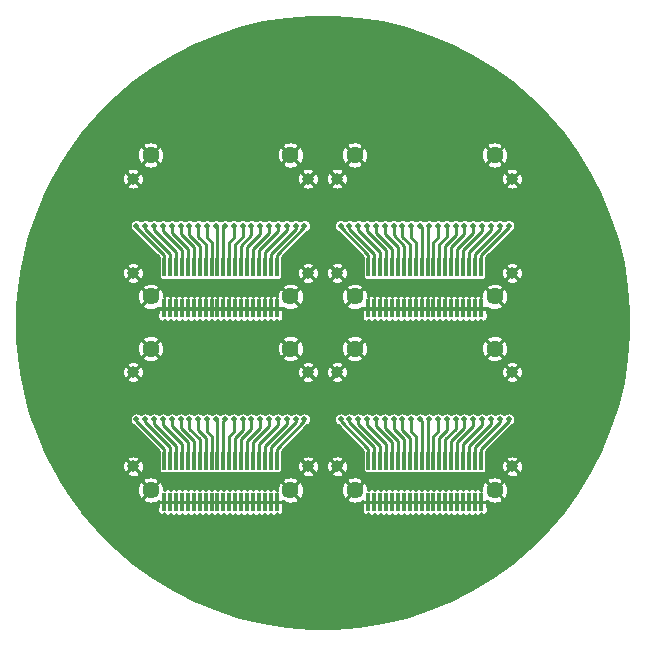
<source format=gbr>
G04 #@! TF.GenerationSoftware,KiCad,Pcbnew,(5.1.4)-1*
G04 #@! TF.CreationDate,2019-10-08T18:00:11-06:00*
G04 #@! TF.ProjectId,Gateway02,47617465-7761-4793-9032-2e6b69636164,rev?*
G04 #@! TF.SameCoordinates,Original*
G04 #@! TF.FileFunction,Copper,L1,Top*
G04 #@! TF.FilePolarity,Positive*
%FSLAX46Y46*%
G04 Gerber Fmt 4.6, Leading zero omitted, Abs format (unit mm)*
G04 Created by KiCad (PCBNEW (5.1.4)-1) date 2019-10-08 18:00:11*
%MOMM*%
%LPD*%
G04 APERTURE LIST*
%ADD10R,0.300000X1.500000*%
%ADD11C,1.000000*%
%ADD12C,1.450000*%
%ADD13C,0.504800*%
%ADD14C,0.250000*%
%ADD15C,0.254000*%
G04 APERTURE END LIST*
D10*
X102244000Y-112443000D03*
X102244000Y-108943000D03*
X101744000Y-112443000D03*
X101744000Y-108943000D03*
X101244000Y-112443000D03*
X101244000Y-108943000D03*
X100744000Y-112443000D03*
X100744000Y-108943000D03*
X100244000Y-112443000D03*
X100244000Y-108943000D03*
X99744000Y-112443000D03*
X99744000Y-108943000D03*
X99244000Y-112443000D03*
X99244000Y-108943000D03*
X98744000Y-112443000D03*
X98744000Y-108943000D03*
X98244000Y-112443000D03*
X98244000Y-108943000D03*
X97744000Y-112443000D03*
X97744000Y-108943000D03*
D11*
X95099000Y-109433000D03*
X109889000Y-109433000D03*
D12*
X96574000Y-111433000D03*
X108414000Y-111433000D03*
D10*
X106744000Y-108943000D03*
X105244000Y-108943000D03*
X103244000Y-108943000D03*
X107244000Y-108943000D03*
X104244000Y-108943000D03*
X104744000Y-108943000D03*
X102744000Y-108943000D03*
X106244000Y-108943000D03*
X103744000Y-108943000D03*
X105744000Y-108943000D03*
X106744000Y-112443000D03*
X105244000Y-112443000D03*
X103244000Y-112443000D03*
X107244000Y-112443000D03*
X104244000Y-112443000D03*
X104744000Y-112443000D03*
X102744000Y-112443000D03*
X106244000Y-112443000D03*
X103744000Y-112443000D03*
X105744000Y-112443000D03*
D12*
X108414000Y-99453000D03*
X96574000Y-99453000D03*
D11*
X109889000Y-101453000D03*
X95099000Y-101453000D03*
D10*
X84960000Y-112443000D03*
X84960000Y-108943000D03*
X84460000Y-112443000D03*
X84460000Y-108943000D03*
X83960000Y-112443000D03*
X83960000Y-108943000D03*
X83460000Y-112443000D03*
X83460000Y-108943000D03*
X82960000Y-112443000D03*
X82960000Y-108943000D03*
X82460000Y-112443000D03*
X82460000Y-108943000D03*
X81960000Y-112443000D03*
X81960000Y-108943000D03*
X81460000Y-112443000D03*
X81460000Y-108943000D03*
X80960000Y-112443000D03*
X80960000Y-108943000D03*
X80460000Y-112443000D03*
X80460000Y-108943000D03*
D11*
X77815000Y-109433000D03*
X92605000Y-109433000D03*
D12*
X79290000Y-111433000D03*
X91130000Y-111433000D03*
D10*
X89460000Y-108943000D03*
X87960000Y-108943000D03*
X85960000Y-108943000D03*
X89960000Y-108943000D03*
X86960000Y-108943000D03*
X87460000Y-108943000D03*
X85460000Y-108943000D03*
X88960000Y-108943000D03*
X86460000Y-108943000D03*
X88460000Y-108943000D03*
X89460000Y-112443000D03*
X87960000Y-112443000D03*
X85960000Y-112443000D03*
X89960000Y-112443000D03*
X86960000Y-112443000D03*
X87460000Y-112443000D03*
X85460000Y-112443000D03*
X88960000Y-112443000D03*
X86460000Y-112443000D03*
X88460000Y-112443000D03*
D11*
X77815000Y-101453000D03*
X92605000Y-101453000D03*
D12*
X79290000Y-99453000D03*
X91130000Y-99453000D03*
D10*
X102244000Y-96057000D03*
X102244000Y-92557000D03*
X101744000Y-96057000D03*
X101744000Y-92557000D03*
X101244000Y-96057000D03*
X101244000Y-92557000D03*
X100744000Y-96057000D03*
X100744000Y-92557000D03*
X100244000Y-96057000D03*
X100244000Y-92557000D03*
X99744000Y-96057000D03*
X99744000Y-92557000D03*
X99244000Y-96057000D03*
X99244000Y-92557000D03*
X98744000Y-96057000D03*
X98744000Y-92557000D03*
X98244000Y-96057000D03*
X98244000Y-92557000D03*
X97744000Y-96057000D03*
X97744000Y-92557000D03*
D11*
X95099000Y-93047000D03*
X109889000Y-93047000D03*
D12*
X96574000Y-95047000D03*
X108414000Y-95047000D03*
D10*
X106744000Y-92557000D03*
X105244000Y-92557000D03*
X103244000Y-92557000D03*
X107244000Y-92557000D03*
X104244000Y-92557000D03*
X104744000Y-92557000D03*
X102744000Y-92557000D03*
X106244000Y-92557000D03*
X103744000Y-92557000D03*
X105744000Y-92557000D03*
X106744000Y-96057000D03*
X105244000Y-96057000D03*
X103244000Y-96057000D03*
X107244000Y-96057000D03*
X104244000Y-96057000D03*
X104744000Y-96057000D03*
X102744000Y-96057000D03*
X106244000Y-96057000D03*
X103744000Y-96057000D03*
X105744000Y-96057000D03*
D12*
X108414000Y-83067000D03*
X96574000Y-83067000D03*
D11*
X109889000Y-85067000D03*
X95099000Y-85067000D03*
X77815000Y-85067000D03*
X92605000Y-85067000D03*
D12*
X79290000Y-83067000D03*
X91130000Y-83067000D03*
D10*
X88460000Y-96057000D03*
X86460000Y-96057000D03*
X88960000Y-96057000D03*
X85460000Y-96057000D03*
X87460000Y-96057000D03*
X86960000Y-96057000D03*
X89960000Y-96057000D03*
X85960000Y-96057000D03*
X87960000Y-96057000D03*
X89460000Y-96057000D03*
X88460000Y-92557000D03*
X86460000Y-92557000D03*
X88960000Y-92557000D03*
X85460000Y-92557000D03*
X87460000Y-92557000D03*
X86960000Y-92557000D03*
X89960000Y-92557000D03*
X85960000Y-92557000D03*
X87960000Y-92557000D03*
X89460000Y-92557000D03*
D12*
X91130000Y-95047000D03*
X79290000Y-95047000D03*
D11*
X92605000Y-93047000D03*
X77815000Y-93047000D03*
D10*
X80460000Y-92557000D03*
X80460000Y-96057000D03*
X80960000Y-92557000D03*
X80960000Y-96057000D03*
X81460000Y-92557000D03*
X81460000Y-96057000D03*
X81960000Y-92557000D03*
X81960000Y-96057000D03*
X82460000Y-92557000D03*
X82460000Y-96057000D03*
X82960000Y-92557000D03*
X82960000Y-96057000D03*
X83460000Y-92557000D03*
X83460000Y-96057000D03*
X83960000Y-92557000D03*
X83960000Y-96057000D03*
X84460000Y-92557000D03*
X84460000Y-96057000D03*
X84960000Y-92557000D03*
X84960000Y-96057000D03*
D13*
X109604000Y-89057000D03*
X108854000Y-89057000D03*
X108104000Y-89057000D03*
X107354000Y-89057000D03*
X106604000Y-89057000D03*
X105864000Y-89057000D03*
X105114000Y-89057000D03*
X104364000Y-89057000D03*
X103614000Y-89057000D03*
X102864000Y-89057000D03*
X102124000Y-89057000D03*
X101374000Y-89057000D03*
X100624000Y-89057000D03*
X99874000Y-89057000D03*
X99124000Y-89057000D03*
X98384000Y-89057000D03*
X97634000Y-89057000D03*
X96884000Y-89057000D03*
X96134000Y-89057000D03*
X95384000Y-89057000D03*
X92320000Y-105443000D03*
X91570000Y-105443000D03*
X90820000Y-105443000D03*
X90070000Y-105443000D03*
X89320000Y-105443000D03*
X88580000Y-105443000D03*
X87830000Y-105443000D03*
X87080000Y-105443000D03*
X86330000Y-105443000D03*
X85580000Y-105443000D03*
X84840000Y-105443000D03*
X84090000Y-105443000D03*
X83340000Y-105443000D03*
X82590000Y-105443000D03*
X81840000Y-105443000D03*
X81100000Y-105443000D03*
X80350000Y-105443000D03*
X79600000Y-105443000D03*
X78850000Y-105443000D03*
X78100000Y-105443000D03*
X109604000Y-105443000D03*
X108854000Y-105443000D03*
X108104000Y-105443000D03*
X107354000Y-105443000D03*
X106604000Y-105443000D03*
X105864000Y-105443000D03*
X105114000Y-105443000D03*
X104364000Y-105443000D03*
X103614000Y-105443000D03*
X102864000Y-105443000D03*
X102124000Y-105443000D03*
X101374000Y-105443000D03*
X100624000Y-105443000D03*
X99874000Y-105443000D03*
X99124000Y-105443000D03*
X98384000Y-105443000D03*
X97634000Y-105443000D03*
X96884000Y-105443000D03*
X96134000Y-105443000D03*
X95384000Y-105443000D03*
X88580000Y-89057000D03*
X92320000Y-89057000D03*
X87830000Y-89057000D03*
X91570000Y-89057000D03*
X87080000Y-89057000D03*
X90820000Y-89057000D03*
X86330000Y-89057000D03*
X90070000Y-89057000D03*
X89320000Y-89057000D03*
X85580000Y-89057000D03*
X84840000Y-89057000D03*
X81100000Y-89057000D03*
X84090000Y-89057000D03*
X80350000Y-89057000D03*
X83340000Y-89057000D03*
X79600000Y-89057000D03*
X82590000Y-89057000D03*
X78850000Y-89057000D03*
X81840000Y-89057000D03*
X78100000Y-89057000D03*
D14*
X109604000Y-89197000D02*
X109604000Y-89057000D01*
X107244000Y-91557000D02*
X109604000Y-89197000D01*
X107244000Y-92557000D02*
X107244000Y-91557000D01*
X106744000Y-91420590D02*
X108854000Y-89310590D01*
X108854000Y-89310590D02*
X108854000Y-89057000D01*
X106744000Y-92557000D02*
X106744000Y-91420590D01*
X108104000Y-89424180D02*
X108104000Y-89413947D01*
X106244000Y-91284180D02*
X108104000Y-89424180D01*
X108104000Y-89413947D02*
X108104000Y-89057000D01*
X106244000Y-92557000D02*
X106244000Y-91284180D01*
X105744000Y-92557000D02*
X105744000Y-91147770D01*
X107354000Y-89537770D02*
X107354000Y-89413947D01*
X105744000Y-91147770D02*
X107354000Y-89537770D01*
X107354000Y-89413947D02*
X107354000Y-89057000D01*
X106604000Y-89413947D02*
X106604000Y-89057000D01*
X106604000Y-89651360D02*
X106604000Y-89413947D01*
X105244000Y-91011360D02*
X106604000Y-89651360D01*
X105244000Y-92557000D02*
X105244000Y-91011360D01*
X104744000Y-92557000D02*
X104744000Y-90874950D01*
X105864000Y-89754950D02*
X105864000Y-89413947D01*
X105864000Y-89413947D02*
X105864000Y-89057000D01*
X104744000Y-90874950D02*
X105864000Y-89754950D01*
X104244000Y-90738540D02*
X105114000Y-89868540D01*
X105114000Y-89413947D02*
X105114000Y-89057000D01*
X105114000Y-89868540D02*
X105114000Y-89413947D01*
X104244000Y-92557000D02*
X104244000Y-90738540D01*
X103744000Y-90602130D02*
X104364000Y-89982130D01*
X103744000Y-92557000D02*
X103744000Y-90602130D01*
X104364000Y-89982130D02*
X104364000Y-89413947D01*
X104364000Y-89413947D02*
X104364000Y-89057000D01*
X103244000Y-90465720D02*
X103614000Y-90095720D01*
X103614000Y-89413947D02*
X103614000Y-89057000D01*
X103244000Y-92557000D02*
X103244000Y-90465720D01*
X103614000Y-90095720D02*
X103614000Y-89413947D01*
X102744000Y-89177000D02*
X102864000Y-89057000D01*
X102744000Y-92557000D02*
X102744000Y-89177000D01*
X102244000Y-89177000D02*
X102124000Y-89057000D01*
X102244000Y-92557000D02*
X102244000Y-89177000D01*
X101374000Y-89413947D02*
X101374000Y-89057000D01*
X101744000Y-90465720D02*
X101374000Y-90095720D01*
X101744000Y-92557000D02*
X101744000Y-90465720D01*
X101374000Y-90095720D02*
X101374000Y-89413947D01*
X100624000Y-89413947D02*
X100624000Y-89057000D01*
X101244000Y-92557000D02*
X101244000Y-90602130D01*
X100624000Y-89982130D02*
X100624000Y-89413947D01*
X101244000Y-90602130D02*
X100624000Y-89982130D01*
X100744000Y-90738540D02*
X99874000Y-89868540D01*
X99874000Y-89413947D02*
X99874000Y-89057000D01*
X99874000Y-89868540D02*
X99874000Y-89413947D01*
X100744000Y-92557000D02*
X100744000Y-90738540D01*
X99124000Y-89413947D02*
X99124000Y-89057000D01*
X100244000Y-90874950D02*
X99124000Y-89754950D01*
X99124000Y-89754950D02*
X99124000Y-89413947D01*
X100244000Y-92557000D02*
X100244000Y-90874950D01*
X98384000Y-89651360D02*
X98384000Y-89413947D01*
X99744000Y-92557000D02*
X99744000Y-91011360D01*
X99744000Y-91011360D02*
X98384000Y-89651360D01*
X98384000Y-89413947D02*
X98384000Y-89057000D01*
X97634000Y-89537770D02*
X97634000Y-89413947D01*
X97634000Y-89413947D02*
X97634000Y-89057000D01*
X99244000Y-91147770D02*
X97634000Y-89537770D01*
X99244000Y-92557000D02*
X99244000Y-91147770D01*
X96884000Y-89413947D02*
X96884000Y-89057000D01*
X96884000Y-89424180D02*
X96884000Y-89413947D01*
X98744000Y-91284180D02*
X96884000Y-89424180D01*
X98744000Y-92557000D02*
X98744000Y-91284180D01*
X98244000Y-91420590D02*
X96134000Y-89310590D01*
X98244000Y-92557000D02*
X98244000Y-91420590D01*
X96134000Y-89310590D02*
X96134000Y-89057000D01*
X95384000Y-89197000D02*
X95384000Y-89057000D01*
X97744000Y-92557000D02*
X97744000Y-91557000D01*
X97744000Y-91557000D02*
X95384000Y-89197000D01*
X92320000Y-105583000D02*
X92320000Y-105443000D01*
X89960000Y-107943000D02*
X92320000Y-105583000D01*
X89960000Y-108943000D02*
X89960000Y-107943000D01*
X89460000Y-107806590D02*
X91570000Y-105696590D01*
X91570000Y-105696590D02*
X91570000Y-105443000D01*
X89460000Y-108943000D02*
X89460000Y-107806590D01*
X90820000Y-105810180D02*
X90820000Y-105799947D01*
X88960000Y-107670180D02*
X90820000Y-105810180D01*
X90820000Y-105799947D02*
X90820000Y-105443000D01*
X88960000Y-108943000D02*
X88960000Y-107670180D01*
X88460000Y-108943000D02*
X88460000Y-107533770D01*
X90070000Y-105923770D02*
X90070000Y-105799947D01*
X88460000Y-107533770D02*
X90070000Y-105923770D01*
X90070000Y-105799947D02*
X90070000Y-105443000D01*
X89320000Y-105799947D02*
X89320000Y-105443000D01*
X89320000Y-106037360D02*
X89320000Y-105799947D01*
X87960000Y-107397360D02*
X89320000Y-106037360D01*
X87960000Y-108943000D02*
X87960000Y-107397360D01*
X87460000Y-108943000D02*
X87460000Y-107260950D01*
X88580000Y-106140950D02*
X88580000Y-105799947D01*
X88580000Y-105799947D02*
X88580000Y-105443000D01*
X87460000Y-107260950D02*
X88580000Y-106140950D01*
X86960000Y-107124540D02*
X87830000Y-106254540D01*
X87830000Y-105799947D02*
X87830000Y-105443000D01*
X87830000Y-106254540D02*
X87830000Y-105799947D01*
X86960000Y-108943000D02*
X86960000Y-107124540D01*
X86460000Y-106988130D02*
X87080000Y-106368130D01*
X86460000Y-108943000D02*
X86460000Y-106988130D01*
X87080000Y-106368130D02*
X87080000Y-105799947D01*
X87080000Y-105799947D02*
X87080000Y-105443000D01*
X85960000Y-106851720D02*
X86330000Y-106481720D01*
X86330000Y-105799947D02*
X86330000Y-105443000D01*
X85960000Y-108943000D02*
X85960000Y-106851720D01*
X86330000Y-106481720D02*
X86330000Y-105799947D01*
X85460000Y-105563000D02*
X85580000Y-105443000D01*
X85460000Y-108943000D02*
X85460000Y-105563000D01*
X84960000Y-105563000D02*
X84840000Y-105443000D01*
X84960000Y-108943000D02*
X84960000Y-105563000D01*
X84090000Y-105799947D02*
X84090000Y-105443000D01*
X84460000Y-106851720D02*
X84090000Y-106481720D01*
X84460000Y-108943000D02*
X84460000Y-106851720D01*
X84090000Y-106481720D02*
X84090000Y-105799947D01*
X83340000Y-105799947D02*
X83340000Y-105443000D01*
X83960000Y-108943000D02*
X83960000Y-106988130D01*
X83340000Y-106368130D02*
X83340000Y-105799947D01*
X83960000Y-106988130D02*
X83340000Y-106368130D01*
X83460000Y-107124540D02*
X82590000Y-106254540D01*
X82590000Y-105799947D02*
X82590000Y-105443000D01*
X82590000Y-106254540D02*
X82590000Y-105799947D01*
X83460000Y-108943000D02*
X83460000Y-107124540D01*
X81840000Y-105799947D02*
X81840000Y-105443000D01*
X82960000Y-107260950D02*
X81840000Y-106140950D01*
X81840000Y-106140950D02*
X81840000Y-105799947D01*
X82960000Y-108943000D02*
X82960000Y-107260950D01*
X81100000Y-106037360D02*
X81100000Y-105799947D01*
X82460000Y-108943000D02*
X82460000Y-107397360D01*
X82460000Y-107397360D02*
X81100000Y-106037360D01*
X81100000Y-105799947D02*
X81100000Y-105443000D01*
X80350000Y-105923770D02*
X80350000Y-105799947D01*
X80350000Y-105799947D02*
X80350000Y-105443000D01*
X81960000Y-107533770D02*
X80350000Y-105923770D01*
X81960000Y-108943000D02*
X81960000Y-107533770D01*
X79600000Y-105799947D02*
X79600000Y-105443000D01*
X79600000Y-105810180D02*
X79600000Y-105799947D01*
X81460000Y-107670180D02*
X79600000Y-105810180D01*
X81460000Y-108943000D02*
X81460000Y-107670180D01*
X80960000Y-107806590D02*
X78850000Y-105696590D01*
X80960000Y-108943000D02*
X80960000Y-107806590D01*
X78850000Y-105696590D02*
X78850000Y-105443000D01*
X78100000Y-105583000D02*
X78100000Y-105443000D01*
X80460000Y-108943000D02*
X80460000Y-107943000D01*
X80460000Y-107943000D02*
X78100000Y-105583000D01*
X109604000Y-105583000D02*
X109604000Y-105443000D01*
X107244000Y-107943000D02*
X109604000Y-105583000D01*
X107244000Y-108943000D02*
X107244000Y-107943000D01*
X106744000Y-107806590D02*
X108854000Y-105696590D01*
X108854000Y-105696590D02*
X108854000Y-105443000D01*
X106744000Y-108943000D02*
X106744000Y-107806590D01*
X108104000Y-105810180D02*
X108104000Y-105799947D01*
X106244000Y-107670180D02*
X108104000Y-105810180D01*
X108104000Y-105799947D02*
X108104000Y-105443000D01*
X106244000Y-108943000D02*
X106244000Y-107670180D01*
X105744000Y-108943000D02*
X105744000Y-107533770D01*
X107354000Y-105923770D02*
X107354000Y-105799947D01*
X105744000Y-107533770D02*
X107354000Y-105923770D01*
X107354000Y-105799947D02*
X107354000Y-105443000D01*
X106604000Y-105799947D02*
X106604000Y-105443000D01*
X106604000Y-106037360D02*
X106604000Y-105799947D01*
X105244000Y-107397360D02*
X106604000Y-106037360D01*
X105244000Y-108943000D02*
X105244000Y-107397360D01*
X104744000Y-108943000D02*
X104744000Y-107260950D01*
X105864000Y-106140950D02*
X105864000Y-105799947D01*
X105864000Y-105799947D02*
X105864000Y-105443000D01*
X104744000Y-107260950D02*
X105864000Y-106140950D01*
X104244000Y-107124540D02*
X105114000Y-106254540D01*
X105114000Y-105799947D02*
X105114000Y-105443000D01*
X105114000Y-106254540D02*
X105114000Y-105799947D01*
X104244000Y-108943000D02*
X104244000Y-107124540D01*
X103744000Y-106988130D02*
X104364000Y-106368130D01*
X103744000Y-108943000D02*
X103744000Y-106988130D01*
X104364000Y-106368130D02*
X104364000Y-105799947D01*
X104364000Y-105799947D02*
X104364000Y-105443000D01*
X103244000Y-106851720D02*
X103614000Y-106481720D01*
X103614000Y-105799947D02*
X103614000Y-105443000D01*
X103244000Y-108943000D02*
X103244000Y-106851720D01*
X103614000Y-106481720D02*
X103614000Y-105799947D01*
X102744000Y-105563000D02*
X102864000Y-105443000D01*
X102744000Y-108943000D02*
X102744000Y-105563000D01*
X102244000Y-105563000D02*
X102124000Y-105443000D01*
X102244000Y-108943000D02*
X102244000Y-105563000D01*
X101374000Y-105799947D02*
X101374000Y-105443000D01*
X101744000Y-106851720D02*
X101374000Y-106481720D01*
X101744000Y-108943000D02*
X101744000Y-106851720D01*
X101374000Y-106481720D02*
X101374000Y-105799947D01*
X100624000Y-105799947D02*
X100624000Y-105443000D01*
X101244000Y-108943000D02*
X101244000Y-106988130D01*
X100624000Y-106368130D02*
X100624000Y-105799947D01*
X101244000Y-106988130D02*
X100624000Y-106368130D01*
X100744000Y-107124540D02*
X99874000Y-106254540D01*
X99874000Y-105799947D02*
X99874000Y-105443000D01*
X99874000Y-106254540D02*
X99874000Y-105799947D01*
X100744000Y-108943000D02*
X100744000Y-107124540D01*
X99124000Y-105799947D02*
X99124000Y-105443000D01*
X100244000Y-107260950D02*
X99124000Y-106140950D01*
X99124000Y-106140950D02*
X99124000Y-105799947D01*
X100244000Y-108943000D02*
X100244000Y-107260950D01*
X98384000Y-106037360D02*
X98384000Y-105799947D01*
X99744000Y-108943000D02*
X99744000Y-107397360D01*
X99744000Y-107397360D02*
X98384000Y-106037360D01*
X98384000Y-105799947D02*
X98384000Y-105443000D01*
X97634000Y-105923770D02*
X97634000Y-105799947D01*
X97634000Y-105799947D02*
X97634000Y-105443000D01*
X99244000Y-107533770D02*
X97634000Y-105923770D01*
X99244000Y-108943000D02*
X99244000Y-107533770D01*
X96884000Y-105799947D02*
X96884000Y-105443000D01*
X96884000Y-105810180D02*
X96884000Y-105799947D01*
X98744000Y-107670180D02*
X96884000Y-105810180D01*
X98744000Y-108943000D02*
X98744000Y-107670180D01*
X98244000Y-107806590D02*
X96134000Y-105696590D01*
X98244000Y-108943000D02*
X98244000Y-107806590D01*
X96134000Y-105696590D02*
X96134000Y-105443000D01*
X95384000Y-105583000D02*
X95384000Y-105443000D01*
X97744000Y-108943000D02*
X97744000Y-107943000D01*
X97744000Y-107943000D02*
X95384000Y-105583000D01*
X92320000Y-89197000D02*
X92320000Y-89057000D01*
X89960000Y-91557000D02*
X92320000Y-89197000D01*
X89960000Y-92557000D02*
X89960000Y-91557000D01*
X91570000Y-89310590D02*
X91570000Y-89057000D01*
X89460000Y-91420590D02*
X91570000Y-89310590D01*
X89460000Y-92557000D02*
X89460000Y-91420590D01*
X90820000Y-89413947D02*
X90820000Y-89057000D01*
X90820000Y-89424180D02*
X90820000Y-89413947D01*
X88960000Y-91284180D02*
X90820000Y-89424180D01*
X88960000Y-92557000D02*
X88960000Y-91284180D01*
X90070000Y-89413947D02*
X90070000Y-89057000D01*
X90070000Y-89537770D02*
X90070000Y-89413947D01*
X88460000Y-91147770D02*
X90070000Y-89537770D01*
X88460000Y-92557000D02*
X88460000Y-91147770D01*
X89320000Y-89413947D02*
X89320000Y-89057000D01*
X89320000Y-89651360D02*
X89320000Y-89413947D01*
X87960000Y-91011360D02*
X89320000Y-89651360D01*
X87960000Y-92557000D02*
X87960000Y-91011360D01*
X88580000Y-89413947D02*
X88580000Y-89057000D01*
X88580000Y-89754950D02*
X88580000Y-89413947D01*
X87460000Y-90874950D02*
X88580000Y-89754950D01*
X87460000Y-92557000D02*
X87460000Y-90874950D01*
X87830000Y-89413947D02*
X87830000Y-89057000D01*
X87830000Y-89868540D02*
X87830000Y-89413947D01*
X86960000Y-90738540D02*
X87830000Y-89868540D01*
X86960000Y-92557000D02*
X86960000Y-90738540D01*
X87080000Y-89413947D02*
X87080000Y-89057000D01*
X87080000Y-89982130D02*
X87080000Y-89413947D01*
X86460000Y-90602130D02*
X87080000Y-89982130D01*
X86460000Y-92557000D02*
X86460000Y-90602130D01*
X86330000Y-89413947D02*
X86330000Y-89057000D01*
X86330000Y-90095720D02*
X86330000Y-89413947D01*
X85960000Y-90465720D02*
X86330000Y-90095720D01*
X85960000Y-92557000D02*
X85960000Y-90465720D01*
X85460000Y-89177000D02*
X85580000Y-89057000D01*
X85460000Y-92557000D02*
X85460000Y-89177000D01*
X84960000Y-89177000D02*
X84840000Y-89057000D01*
X84960000Y-92557000D02*
X84960000Y-89177000D01*
X84090000Y-89413947D02*
X84090000Y-89057000D01*
X84090000Y-90095720D02*
X84090000Y-89413947D01*
X84460000Y-90465720D02*
X84090000Y-90095720D01*
X84460000Y-92557000D02*
X84460000Y-90465720D01*
X83340000Y-89413947D02*
X83340000Y-89057000D01*
X83340000Y-89982130D02*
X83340000Y-89413947D01*
X83960000Y-90602130D02*
X83340000Y-89982130D01*
X83960000Y-92557000D02*
X83960000Y-90602130D01*
X82590000Y-89413947D02*
X82590000Y-89057000D01*
X82590000Y-89868540D02*
X82590000Y-89413947D01*
X83460000Y-90738540D02*
X82590000Y-89868540D01*
X83460000Y-92557000D02*
X83460000Y-90738540D01*
X81840000Y-89413947D02*
X81840000Y-89057000D01*
X81840000Y-89754950D02*
X81840000Y-89413947D01*
X82960000Y-90874950D02*
X81840000Y-89754950D01*
X82960000Y-92557000D02*
X82960000Y-90874950D01*
X81100000Y-89413947D02*
X81100000Y-89057000D01*
X81100000Y-89651360D02*
X81100000Y-89413947D01*
X82460000Y-91011360D02*
X81100000Y-89651360D01*
X82460000Y-92557000D02*
X82460000Y-91011360D01*
X80350000Y-89413947D02*
X80350000Y-89057000D01*
X80350000Y-89537770D02*
X80350000Y-89413947D01*
X81960000Y-91147770D02*
X80350000Y-89537770D01*
X81960000Y-92557000D02*
X81960000Y-91147770D01*
X79600000Y-89413947D02*
X79600000Y-89057000D01*
X79600000Y-89424180D02*
X79600000Y-89413947D01*
X81460000Y-91284180D02*
X79600000Y-89424180D01*
X81460000Y-92557000D02*
X81460000Y-91284180D01*
X78850000Y-89310590D02*
X78850000Y-89057000D01*
X80960000Y-91420590D02*
X78850000Y-89310590D01*
X80960000Y-92557000D02*
X80960000Y-91420590D01*
X78100000Y-89197000D02*
X78100000Y-89057000D01*
X80460000Y-91557000D02*
X78100000Y-89197000D01*
X80460000Y-92557000D02*
X80460000Y-91557000D01*
D15*
G36*
X96895984Y-71531513D02*
G01*
X98904449Y-71849623D01*
X100881765Y-72324334D01*
X102815740Y-72952721D01*
X104694450Y-73730908D01*
X106506313Y-74654098D01*
X108240158Y-75716600D01*
X109885295Y-76911862D01*
X111431582Y-78232516D01*
X112869484Y-79670418D01*
X114190138Y-81216705D01*
X115385400Y-82861842D01*
X116447902Y-84595687D01*
X117371092Y-86407550D01*
X118149279Y-88286260D01*
X118777666Y-90220235D01*
X119252377Y-92197551D01*
X119570487Y-94206016D01*
X119730034Y-96233249D01*
X119730034Y-98266751D01*
X119570487Y-100293984D01*
X119252377Y-102302449D01*
X118777666Y-104279765D01*
X118149279Y-106213740D01*
X117371092Y-108092450D01*
X116447902Y-109904313D01*
X115385400Y-111638158D01*
X114190138Y-113283295D01*
X112869484Y-114829582D01*
X111431582Y-116267484D01*
X109885295Y-117588138D01*
X108240158Y-118783400D01*
X106506313Y-119845902D01*
X104694450Y-120769092D01*
X102815740Y-121547279D01*
X100881765Y-122175666D01*
X98904449Y-122650377D01*
X96895984Y-122968487D01*
X94868751Y-123128034D01*
X92835249Y-123128034D01*
X90808016Y-122968487D01*
X88799551Y-122650377D01*
X86822235Y-122175666D01*
X84888260Y-121547279D01*
X83009550Y-120769092D01*
X81197687Y-119845902D01*
X79463842Y-118783400D01*
X77818705Y-117588138D01*
X76272418Y-116267484D01*
X74834516Y-114829582D01*
X73513862Y-113283295D01*
X73448259Y-113193000D01*
X79880934Y-113193000D01*
X79889178Y-113276707D01*
X79913595Y-113357196D01*
X79953245Y-113431376D01*
X80006605Y-113496395D01*
X80071624Y-113549755D01*
X80145804Y-113589405D01*
X80226293Y-113613822D01*
X80310000Y-113622066D01*
X80330250Y-113620000D01*
X80437000Y-113513250D01*
X80437000Y-113400984D01*
X80453245Y-113431376D01*
X80483000Y-113467632D01*
X80483000Y-113513250D01*
X80589750Y-113620000D01*
X80610000Y-113622066D01*
X80693707Y-113613822D01*
X80710000Y-113608879D01*
X80726293Y-113613822D01*
X80810000Y-113622066D01*
X80830250Y-113620000D01*
X80937000Y-113513250D01*
X80937000Y-113467632D01*
X80960000Y-113439607D01*
X80983000Y-113467632D01*
X80983000Y-113513250D01*
X81089750Y-113620000D01*
X81110000Y-113622066D01*
X81193707Y-113613822D01*
X81210000Y-113608879D01*
X81226293Y-113613822D01*
X81310000Y-113622066D01*
X81330250Y-113620000D01*
X81437000Y-113513250D01*
X81437000Y-113467632D01*
X81460000Y-113439607D01*
X81483000Y-113467632D01*
X81483000Y-113513250D01*
X81589750Y-113620000D01*
X81610000Y-113622066D01*
X81693707Y-113613822D01*
X81710000Y-113608879D01*
X81726293Y-113613822D01*
X81810000Y-113622066D01*
X81830250Y-113620000D01*
X81937000Y-113513250D01*
X81937000Y-113467632D01*
X81960000Y-113439607D01*
X81983000Y-113467632D01*
X81983000Y-113513250D01*
X82089750Y-113620000D01*
X82110000Y-113622066D01*
X82193707Y-113613822D01*
X82210000Y-113608879D01*
X82226293Y-113613822D01*
X82310000Y-113622066D01*
X82330250Y-113620000D01*
X82437000Y-113513250D01*
X82437000Y-113467632D01*
X82460000Y-113439607D01*
X82483000Y-113467632D01*
X82483000Y-113513250D01*
X82589750Y-113620000D01*
X82610000Y-113622066D01*
X82693707Y-113613822D01*
X82710000Y-113608879D01*
X82726293Y-113613822D01*
X82810000Y-113622066D01*
X82830250Y-113620000D01*
X82937000Y-113513250D01*
X82937000Y-113467632D01*
X82960000Y-113439607D01*
X82983000Y-113467632D01*
X82983000Y-113513250D01*
X83089750Y-113620000D01*
X83110000Y-113622066D01*
X83193707Y-113613822D01*
X83210000Y-113608879D01*
X83226293Y-113613822D01*
X83310000Y-113622066D01*
X83330250Y-113620000D01*
X83437000Y-113513250D01*
X83437000Y-113467632D01*
X83460000Y-113439607D01*
X83483000Y-113467632D01*
X83483000Y-113513250D01*
X83589750Y-113620000D01*
X83610000Y-113622066D01*
X83693707Y-113613822D01*
X83710000Y-113608879D01*
X83726293Y-113613822D01*
X83810000Y-113622066D01*
X83830250Y-113620000D01*
X83937000Y-113513250D01*
X83937000Y-113467632D01*
X83960000Y-113439607D01*
X83983000Y-113467632D01*
X83983000Y-113513250D01*
X84089750Y-113620000D01*
X84110000Y-113622066D01*
X84193707Y-113613822D01*
X84210000Y-113608879D01*
X84226293Y-113613822D01*
X84310000Y-113622066D01*
X84330250Y-113620000D01*
X84437000Y-113513250D01*
X84437000Y-113467632D01*
X84460000Y-113439607D01*
X84483000Y-113467632D01*
X84483000Y-113513250D01*
X84589750Y-113620000D01*
X84610000Y-113622066D01*
X84693707Y-113613822D01*
X84710000Y-113608879D01*
X84726293Y-113613822D01*
X84810000Y-113622066D01*
X84830250Y-113620000D01*
X84937000Y-113513250D01*
X84937000Y-113467632D01*
X84960000Y-113439607D01*
X84983000Y-113467632D01*
X84983000Y-113513250D01*
X85089750Y-113620000D01*
X85110000Y-113622066D01*
X85193707Y-113613822D01*
X85210000Y-113608879D01*
X85226293Y-113613822D01*
X85310000Y-113622066D01*
X85330250Y-113620000D01*
X85437000Y-113513250D01*
X85437000Y-113467632D01*
X85460000Y-113439607D01*
X85483000Y-113467632D01*
X85483000Y-113513250D01*
X85589750Y-113620000D01*
X85610000Y-113622066D01*
X85693707Y-113613822D01*
X85710000Y-113608879D01*
X85726293Y-113613822D01*
X85810000Y-113622066D01*
X85830250Y-113620000D01*
X85937000Y-113513250D01*
X85937000Y-113467632D01*
X85960000Y-113439607D01*
X85983000Y-113467632D01*
X85983000Y-113513250D01*
X86089750Y-113620000D01*
X86110000Y-113622066D01*
X86193707Y-113613822D01*
X86210000Y-113608879D01*
X86226293Y-113613822D01*
X86310000Y-113622066D01*
X86330250Y-113620000D01*
X86437000Y-113513250D01*
X86437000Y-113467632D01*
X86460000Y-113439607D01*
X86483000Y-113467632D01*
X86483000Y-113513250D01*
X86589750Y-113620000D01*
X86610000Y-113622066D01*
X86693707Y-113613822D01*
X86710000Y-113608879D01*
X86726293Y-113613822D01*
X86810000Y-113622066D01*
X86830250Y-113620000D01*
X86937000Y-113513250D01*
X86937000Y-113467632D01*
X86960000Y-113439607D01*
X86983000Y-113467632D01*
X86983000Y-113513250D01*
X87089750Y-113620000D01*
X87110000Y-113622066D01*
X87193707Y-113613822D01*
X87210000Y-113608879D01*
X87226293Y-113613822D01*
X87310000Y-113622066D01*
X87330250Y-113620000D01*
X87437000Y-113513250D01*
X87437000Y-113467632D01*
X87460000Y-113439607D01*
X87483000Y-113467632D01*
X87483000Y-113513250D01*
X87589750Y-113620000D01*
X87610000Y-113622066D01*
X87693707Y-113613822D01*
X87710000Y-113608879D01*
X87726293Y-113613822D01*
X87810000Y-113622066D01*
X87830250Y-113620000D01*
X87937000Y-113513250D01*
X87937000Y-113467632D01*
X87960000Y-113439607D01*
X87983000Y-113467632D01*
X87983000Y-113513250D01*
X88089750Y-113620000D01*
X88110000Y-113622066D01*
X88193707Y-113613822D01*
X88210000Y-113608879D01*
X88226293Y-113613822D01*
X88310000Y-113622066D01*
X88330250Y-113620000D01*
X88437000Y-113513250D01*
X88437000Y-113467632D01*
X88460000Y-113439607D01*
X88483000Y-113467632D01*
X88483000Y-113513250D01*
X88589750Y-113620000D01*
X88610000Y-113622066D01*
X88693707Y-113613822D01*
X88710000Y-113608879D01*
X88726293Y-113613822D01*
X88810000Y-113622066D01*
X88830250Y-113620000D01*
X88937000Y-113513250D01*
X88937000Y-113467632D01*
X88960000Y-113439607D01*
X88983000Y-113467632D01*
X88983000Y-113513250D01*
X89089750Y-113620000D01*
X89110000Y-113622066D01*
X89193707Y-113613822D01*
X89210000Y-113608879D01*
X89226293Y-113613822D01*
X89310000Y-113622066D01*
X89330250Y-113620000D01*
X89437000Y-113513250D01*
X89437000Y-113467632D01*
X89460000Y-113439607D01*
X89483000Y-113467632D01*
X89483000Y-113513250D01*
X89589750Y-113620000D01*
X89610000Y-113622066D01*
X89693707Y-113613822D01*
X89710000Y-113608879D01*
X89726293Y-113613822D01*
X89810000Y-113622066D01*
X89830250Y-113620000D01*
X89937000Y-113513250D01*
X89937000Y-113467632D01*
X89966755Y-113431376D01*
X89983000Y-113400984D01*
X89983000Y-113513250D01*
X90089750Y-113620000D01*
X90110000Y-113622066D01*
X90193707Y-113613822D01*
X90274196Y-113589405D01*
X90348376Y-113549755D01*
X90413395Y-113496395D01*
X90466755Y-113431376D01*
X90506405Y-113357196D01*
X90530822Y-113276707D01*
X90539066Y-113193000D01*
X97164934Y-113193000D01*
X97173178Y-113276707D01*
X97197595Y-113357196D01*
X97237245Y-113431376D01*
X97290605Y-113496395D01*
X97355624Y-113549755D01*
X97429804Y-113589405D01*
X97510293Y-113613822D01*
X97594000Y-113622066D01*
X97614250Y-113620000D01*
X97721000Y-113513250D01*
X97721000Y-113400984D01*
X97737245Y-113431376D01*
X97767000Y-113467632D01*
X97767000Y-113513250D01*
X97873750Y-113620000D01*
X97894000Y-113622066D01*
X97977707Y-113613822D01*
X97994000Y-113608879D01*
X98010293Y-113613822D01*
X98094000Y-113622066D01*
X98114250Y-113620000D01*
X98221000Y-113513250D01*
X98221000Y-113467632D01*
X98244000Y-113439607D01*
X98267000Y-113467632D01*
X98267000Y-113513250D01*
X98373750Y-113620000D01*
X98394000Y-113622066D01*
X98477707Y-113613822D01*
X98494000Y-113608879D01*
X98510293Y-113613822D01*
X98594000Y-113622066D01*
X98614250Y-113620000D01*
X98721000Y-113513250D01*
X98721000Y-113467632D01*
X98744000Y-113439607D01*
X98767000Y-113467632D01*
X98767000Y-113513250D01*
X98873750Y-113620000D01*
X98894000Y-113622066D01*
X98977707Y-113613822D01*
X98994000Y-113608879D01*
X99010293Y-113613822D01*
X99094000Y-113622066D01*
X99114250Y-113620000D01*
X99221000Y-113513250D01*
X99221000Y-113467632D01*
X99244000Y-113439607D01*
X99267000Y-113467632D01*
X99267000Y-113513250D01*
X99373750Y-113620000D01*
X99394000Y-113622066D01*
X99477707Y-113613822D01*
X99494000Y-113608879D01*
X99510293Y-113613822D01*
X99594000Y-113622066D01*
X99614250Y-113620000D01*
X99721000Y-113513250D01*
X99721000Y-113467632D01*
X99744000Y-113439607D01*
X99767000Y-113467632D01*
X99767000Y-113513250D01*
X99873750Y-113620000D01*
X99894000Y-113622066D01*
X99977707Y-113613822D01*
X99994000Y-113608879D01*
X100010293Y-113613822D01*
X100094000Y-113622066D01*
X100114250Y-113620000D01*
X100221000Y-113513250D01*
X100221000Y-113467632D01*
X100244000Y-113439607D01*
X100267000Y-113467632D01*
X100267000Y-113513250D01*
X100373750Y-113620000D01*
X100394000Y-113622066D01*
X100477707Y-113613822D01*
X100494000Y-113608879D01*
X100510293Y-113613822D01*
X100594000Y-113622066D01*
X100614250Y-113620000D01*
X100721000Y-113513250D01*
X100721000Y-113467632D01*
X100744000Y-113439607D01*
X100767000Y-113467632D01*
X100767000Y-113513250D01*
X100873750Y-113620000D01*
X100894000Y-113622066D01*
X100977707Y-113613822D01*
X100994000Y-113608879D01*
X101010293Y-113613822D01*
X101094000Y-113622066D01*
X101114250Y-113620000D01*
X101221000Y-113513250D01*
X101221000Y-113467632D01*
X101244000Y-113439607D01*
X101267000Y-113467632D01*
X101267000Y-113513250D01*
X101373750Y-113620000D01*
X101394000Y-113622066D01*
X101477707Y-113613822D01*
X101494000Y-113608879D01*
X101510293Y-113613822D01*
X101594000Y-113622066D01*
X101614250Y-113620000D01*
X101721000Y-113513250D01*
X101721000Y-113467632D01*
X101744000Y-113439607D01*
X101767000Y-113467632D01*
X101767000Y-113513250D01*
X101873750Y-113620000D01*
X101894000Y-113622066D01*
X101977707Y-113613822D01*
X101994000Y-113608879D01*
X102010293Y-113613822D01*
X102094000Y-113622066D01*
X102114250Y-113620000D01*
X102221000Y-113513250D01*
X102221000Y-113467632D01*
X102244000Y-113439607D01*
X102267000Y-113467632D01*
X102267000Y-113513250D01*
X102373750Y-113620000D01*
X102394000Y-113622066D01*
X102477707Y-113613822D01*
X102494000Y-113608879D01*
X102510293Y-113613822D01*
X102594000Y-113622066D01*
X102614250Y-113620000D01*
X102721000Y-113513250D01*
X102721000Y-113467632D01*
X102744000Y-113439607D01*
X102767000Y-113467632D01*
X102767000Y-113513250D01*
X102873750Y-113620000D01*
X102894000Y-113622066D01*
X102977707Y-113613822D01*
X102994000Y-113608879D01*
X103010293Y-113613822D01*
X103094000Y-113622066D01*
X103114250Y-113620000D01*
X103221000Y-113513250D01*
X103221000Y-113467632D01*
X103244000Y-113439607D01*
X103267000Y-113467632D01*
X103267000Y-113513250D01*
X103373750Y-113620000D01*
X103394000Y-113622066D01*
X103477707Y-113613822D01*
X103494000Y-113608879D01*
X103510293Y-113613822D01*
X103594000Y-113622066D01*
X103614250Y-113620000D01*
X103721000Y-113513250D01*
X103721000Y-113467632D01*
X103744000Y-113439607D01*
X103767000Y-113467632D01*
X103767000Y-113513250D01*
X103873750Y-113620000D01*
X103894000Y-113622066D01*
X103977707Y-113613822D01*
X103994000Y-113608879D01*
X104010293Y-113613822D01*
X104094000Y-113622066D01*
X104114250Y-113620000D01*
X104221000Y-113513250D01*
X104221000Y-113467632D01*
X104244000Y-113439607D01*
X104267000Y-113467632D01*
X104267000Y-113513250D01*
X104373750Y-113620000D01*
X104394000Y-113622066D01*
X104477707Y-113613822D01*
X104494000Y-113608879D01*
X104510293Y-113613822D01*
X104594000Y-113622066D01*
X104614250Y-113620000D01*
X104721000Y-113513250D01*
X104721000Y-113467632D01*
X104744000Y-113439607D01*
X104767000Y-113467632D01*
X104767000Y-113513250D01*
X104873750Y-113620000D01*
X104894000Y-113622066D01*
X104977707Y-113613822D01*
X104994000Y-113608879D01*
X105010293Y-113613822D01*
X105094000Y-113622066D01*
X105114250Y-113620000D01*
X105221000Y-113513250D01*
X105221000Y-113467632D01*
X105244000Y-113439607D01*
X105267000Y-113467632D01*
X105267000Y-113513250D01*
X105373750Y-113620000D01*
X105394000Y-113622066D01*
X105477707Y-113613822D01*
X105494000Y-113608879D01*
X105510293Y-113613822D01*
X105594000Y-113622066D01*
X105614250Y-113620000D01*
X105721000Y-113513250D01*
X105721000Y-113467632D01*
X105744000Y-113439607D01*
X105767000Y-113467632D01*
X105767000Y-113513250D01*
X105873750Y-113620000D01*
X105894000Y-113622066D01*
X105977707Y-113613822D01*
X105994000Y-113608879D01*
X106010293Y-113613822D01*
X106094000Y-113622066D01*
X106114250Y-113620000D01*
X106221000Y-113513250D01*
X106221000Y-113467632D01*
X106244000Y-113439607D01*
X106267000Y-113467632D01*
X106267000Y-113513250D01*
X106373750Y-113620000D01*
X106394000Y-113622066D01*
X106477707Y-113613822D01*
X106494000Y-113608879D01*
X106510293Y-113613822D01*
X106594000Y-113622066D01*
X106614250Y-113620000D01*
X106721000Y-113513250D01*
X106721000Y-113467632D01*
X106744000Y-113439607D01*
X106767000Y-113467632D01*
X106767000Y-113513250D01*
X106873750Y-113620000D01*
X106894000Y-113622066D01*
X106977707Y-113613822D01*
X106994000Y-113608879D01*
X107010293Y-113613822D01*
X107094000Y-113622066D01*
X107114250Y-113620000D01*
X107221000Y-113513250D01*
X107221000Y-113467632D01*
X107250755Y-113431376D01*
X107267000Y-113400984D01*
X107267000Y-113513250D01*
X107373750Y-113620000D01*
X107394000Y-113622066D01*
X107477707Y-113613822D01*
X107558196Y-113589405D01*
X107632376Y-113549755D01*
X107697395Y-113496395D01*
X107750755Y-113431376D01*
X107790405Y-113357196D01*
X107814822Y-113276707D01*
X107823066Y-113193000D01*
X107821000Y-112572750D01*
X107714250Y-112466000D01*
X107267000Y-112466000D01*
X107267000Y-112518750D01*
X107221000Y-112472750D01*
X107221000Y-112466000D01*
X106767000Y-112466000D01*
X106767000Y-112472750D01*
X106744000Y-112495750D01*
X106721000Y-112472750D01*
X106721000Y-112466000D01*
X106267000Y-112466000D01*
X106267000Y-112472750D01*
X106244000Y-112495750D01*
X106221000Y-112472750D01*
X106221000Y-112466000D01*
X105767000Y-112466000D01*
X105767000Y-112472750D01*
X105744000Y-112495750D01*
X105721000Y-112472750D01*
X105721000Y-112466000D01*
X105267000Y-112466000D01*
X105267000Y-112472750D01*
X105244000Y-112495750D01*
X105221000Y-112472750D01*
X105221000Y-112466000D01*
X104767000Y-112466000D01*
X104767000Y-112472750D01*
X104744000Y-112495750D01*
X104721000Y-112472750D01*
X104721000Y-112466000D01*
X104267000Y-112466000D01*
X104267000Y-112472750D01*
X104244000Y-112495750D01*
X104221000Y-112472750D01*
X104221000Y-112466000D01*
X103767000Y-112466000D01*
X103767000Y-112472750D01*
X103744000Y-112495750D01*
X103721000Y-112472750D01*
X103721000Y-112466000D01*
X103267000Y-112466000D01*
X103267000Y-112472750D01*
X103244000Y-112495750D01*
X103221000Y-112472750D01*
X103221000Y-112466000D01*
X102767000Y-112466000D01*
X102767000Y-112472750D01*
X102744000Y-112495750D01*
X102721000Y-112472750D01*
X102721000Y-112466000D01*
X102267000Y-112466000D01*
X102267000Y-112472750D01*
X102244000Y-112495750D01*
X102221000Y-112472750D01*
X102221000Y-112466000D01*
X101767000Y-112466000D01*
X101767000Y-112472750D01*
X101744000Y-112495750D01*
X101721000Y-112472750D01*
X101721000Y-112466000D01*
X101267000Y-112466000D01*
X101267000Y-112472750D01*
X101244000Y-112495750D01*
X101221000Y-112472750D01*
X101221000Y-112466000D01*
X100767000Y-112466000D01*
X100767000Y-112472750D01*
X100744000Y-112495750D01*
X100721000Y-112472750D01*
X100721000Y-112466000D01*
X100267000Y-112466000D01*
X100267000Y-112472750D01*
X100244000Y-112495750D01*
X100221000Y-112472750D01*
X100221000Y-112466000D01*
X99767000Y-112466000D01*
X99767000Y-112472750D01*
X99744000Y-112495750D01*
X99721000Y-112472750D01*
X99721000Y-112466000D01*
X99267000Y-112466000D01*
X99267000Y-112472750D01*
X99244000Y-112495750D01*
X99221000Y-112472750D01*
X99221000Y-112466000D01*
X98767000Y-112466000D01*
X98767000Y-112472750D01*
X98744000Y-112495750D01*
X98721000Y-112472750D01*
X98721000Y-112466000D01*
X98267000Y-112466000D01*
X98267000Y-112472750D01*
X98244000Y-112495750D01*
X98221000Y-112472750D01*
X98221000Y-112466000D01*
X97767000Y-112466000D01*
X97767000Y-112472750D01*
X97721000Y-112518750D01*
X97721000Y-112466000D01*
X97273750Y-112466000D01*
X97167000Y-112572750D01*
X97164934Y-113193000D01*
X90539066Y-113193000D01*
X90537000Y-112572750D01*
X90430250Y-112466000D01*
X89983000Y-112466000D01*
X89983000Y-112518750D01*
X89937000Y-112472750D01*
X89937000Y-112466000D01*
X89483000Y-112466000D01*
X89483000Y-112472750D01*
X89460000Y-112495750D01*
X89437000Y-112472750D01*
X89437000Y-112466000D01*
X88983000Y-112466000D01*
X88983000Y-112472750D01*
X88960000Y-112495750D01*
X88937000Y-112472750D01*
X88937000Y-112466000D01*
X88483000Y-112466000D01*
X88483000Y-112472750D01*
X88460000Y-112495750D01*
X88437000Y-112472750D01*
X88437000Y-112466000D01*
X87983000Y-112466000D01*
X87983000Y-112472750D01*
X87960000Y-112495750D01*
X87937000Y-112472750D01*
X87937000Y-112466000D01*
X87483000Y-112466000D01*
X87483000Y-112472750D01*
X87460000Y-112495750D01*
X87437000Y-112472750D01*
X87437000Y-112466000D01*
X86983000Y-112466000D01*
X86983000Y-112472750D01*
X86960000Y-112495750D01*
X86937000Y-112472750D01*
X86937000Y-112466000D01*
X86483000Y-112466000D01*
X86483000Y-112472750D01*
X86460000Y-112495750D01*
X86437000Y-112472750D01*
X86437000Y-112466000D01*
X85983000Y-112466000D01*
X85983000Y-112472750D01*
X85960000Y-112495750D01*
X85937000Y-112472750D01*
X85937000Y-112466000D01*
X85483000Y-112466000D01*
X85483000Y-112472750D01*
X85460000Y-112495750D01*
X85437000Y-112472750D01*
X85437000Y-112466000D01*
X84983000Y-112466000D01*
X84983000Y-112472750D01*
X84960000Y-112495750D01*
X84937000Y-112472750D01*
X84937000Y-112466000D01*
X84483000Y-112466000D01*
X84483000Y-112472750D01*
X84460000Y-112495750D01*
X84437000Y-112472750D01*
X84437000Y-112466000D01*
X83983000Y-112466000D01*
X83983000Y-112472750D01*
X83960000Y-112495750D01*
X83937000Y-112472750D01*
X83937000Y-112466000D01*
X83483000Y-112466000D01*
X83483000Y-112472750D01*
X83460000Y-112495750D01*
X83437000Y-112472750D01*
X83437000Y-112466000D01*
X82983000Y-112466000D01*
X82983000Y-112472750D01*
X82960000Y-112495750D01*
X82937000Y-112472750D01*
X82937000Y-112466000D01*
X82483000Y-112466000D01*
X82483000Y-112472750D01*
X82460000Y-112495750D01*
X82437000Y-112472750D01*
X82437000Y-112466000D01*
X81983000Y-112466000D01*
X81983000Y-112472750D01*
X81960000Y-112495750D01*
X81937000Y-112472750D01*
X81937000Y-112466000D01*
X81483000Y-112466000D01*
X81483000Y-112472750D01*
X81460000Y-112495750D01*
X81437000Y-112472750D01*
X81437000Y-112466000D01*
X80983000Y-112466000D01*
X80983000Y-112472750D01*
X80960000Y-112495750D01*
X80937000Y-112472750D01*
X80937000Y-112466000D01*
X80483000Y-112466000D01*
X80483000Y-112472750D01*
X80437000Y-112518750D01*
X80437000Y-112466000D01*
X79989750Y-112466000D01*
X79883000Y-112572750D01*
X79880934Y-113193000D01*
X73448259Y-113193000D01*
X72721085Y-112192130D01*
X78563397Y-112192130D01*
X78628337Y-112382830D01*
X78826354Y-112493664D01*
X79042188Y-112563737D01*
X79267545Y-112590356D01*
X79493766Y-112572498D01*
X79712155Y-112510850D01*
X79914322Y-112407781D01*
X79951663Y-112382830D01*
X79951896Y-112382146D01*
X79989750Y-112420000D01*
X80437000Y-112420000D01*
X80437000Y-112367250D01*
X80483000Y-112413250D01*
X80483000Y-112420000D01*
X80937000Y-112420000D01*
X80937000Y-112413250D01*
X80960000Y-112390250D01*
X80983000Y-112413250D01*
X80983000Y-112420000D01*
X81437000Y-112420000D01*
X81437000Y-112413250D01*
X81460000Y-112390250D01*
X81483000Y-112413250D01*
X81483000Y-112420000D01*
X81937000Y-112420000D01*
X81937000Y-112413250D01*
X81960000Y-112390250D01*
X81983000Y-112413250D01*
X81983000Y-112420000D01*
X82437000Y-112420000D01*
X82437000Y-112413250D01*
X82460000Y-112390250D01*
X82483000Y-112413250D01*
X82483000Y-112420000D01*
X82937000Y-112420000D01*
X82937000Y-112413250D01*
X82960000Y-112390250D01*
X82983000Y-112413250D01*
X82983000Y-112420000D01*
X83437000Y-112420000D01*
X83437000Y-112413250D01*
X83460000Y-112390250D01*
X83483000Y-112413250D01*
X83483000Y-112420000D01*
X83937000Y-112420000D01*
X83937000Y-112413250D01*
X83960000Y-112390250D01*
X83983000Y-112413250D01*
X83983000Y-112420000D01*
X84437000Y-112420000D01*
X84437000Y-112413250D01*
X84460000Y-112390250D01*
X84483000Y-112413250D01*
X84483000Y-112420000D01*
X84937000Y-112420000D01*
X84937000Y-112413250D01*
X84960000Y-112390250D01*
X84983000Y-112413250D01*
X84983000Y-112420000D01*
X85437000Y-112420000D01*
X85437000Y-112413250D01*
X85460000Y-112390250D01*
X85483000Y-112413250D01*
X85483000Y-112420000D01*
X85937000Y-112420000D01*
X85937000Y-112413250D01*
X85960000Y-112390250D01*
X85983000Y-112413250D01*
X85983000Y-112420000D01*
X86437000Y-112420000D01*
X86437000Y-112413250D01*
X86460000Y-112390250D01*
X86483000Y-112413250D01*
X86483000Y-112420000D01*
X86937000Y-112420000D01*
X86937000Y-112413250D01*
X86960000Y-112390250D01*
X86983000Y-112413250D01*
X86983000Y-112420000D01*
X87437000Y-112420000D01*
X87437000Y-112413250D01*
X87460000Y-112390250D01*
X87483000Y-112413250D01*
X87483000Y-112420000D01*
X87937000Y-112420000D01*
X87937000Y-112413250D01*
X87960000Y-112390250D01*
X87983000Y-112413250D01*
X87983000Y-112420000D01*
X88437000Y-112420000D01*
X88437000Y-112413250D01*
X88460000Y-112390250D01*
X88483000Y-112413250D01*
X88483000Y-112420000D01*
X88937000Y-112420000D01*
X88937000Y-112413250D01*
X88960000Y-112390250D01*
X88983000Y-112413250D01*
X88983000Y-112420000D01*
X89437000Y-112420000D01*
X89437000Y-112413250D01*
X89460000Y-112390250D01*
X89483000Y-112413250D01*
X89483000Y-112420000D01*
X89937000Y-112420000D01*
X89937000Y-112413250D01*
X89983000Y-112367250D01*
X89983000Y-112420000D01*
X90430250Y-112420000D01*
X90468104Y-112382146D01*
X90468337Y-112382830D01*
X90666354Y-112493664D01*
X90882188Y-112563737D01*
X91107545Y-112590356D01*
X91333766Y-112572498D01*
X91552155Y-112510850D01*
X91754322Y-112407781D01*
X91791663Y-112382830D01*
X91856603Y-112192130D01*
X95847397Y-112192130D01*
X95912337Y-112382830D01*
X96110354Y-112493664D01*
X96326188Y-112563737D01*
X96551545Y-112590356D01*
X96777766Y-112572498D01*
X96996155Y-112510850D01*
X97198322Y-112407781D01*
X97235663Y-112382830D01*
X97235896Y-112382146D01*
X97273750Y-112420000D01*
X97721000Y-112420000D01*
X97721000Y-112367250D01*
X97767000Y-112413250D01*
X97767000Y-112420000D01*
X98221000Y-112420000D01*
X98221000Y-112413250D01*
X98244000Y-112390250D01*
X98267000Y-112413250D01*
X98267000Y-112420000D01*
X98721000Y-112420000D01*
X98721000Y-112413250D01*
X98744000Y-112390250D01*
X98767000Y-112413250D01*
X98767000Y-112420000D01*
X99221000Y-112420000D01*
X99221000Y-112413250D01*
X99244000Y-112390250D01*
X99267000Y-112413250D01*
X99267000Y-112420000D01*
X99721000Y-112420000D01*
X99721000Y-112413250D01*
X99744000Y-112390250D01*
X99767000Y-112413250D01*
X99767000Y-112420000D01*
X100221000Y-112420000D01*
X100221000Y-112413250D01*
X100244000Y-112390250D01*
X100267000Y-112413250D01*
X100267000Y-112420000D01*
X100721000Y-112420000D01*
X100721000Y-112413250D01*
X100744000Y-112390250D01*
X100767000Y-112413250D01*
X100767000Y-112420000D01*
X101221000Y-112420000D01*
X101221000Y-112413250D01*
X101244000Y-112390250D01*
X101267000Y-112413250D01*
X101267000Y-112420000D01*
X101721000Y-112420000D01*
X101721000Y-112413250D01*
X101744000Y-112390250D01*
X101767000Y-112413250D01*
X101767000Y-112420000D01*
X102221000Y-112420000D01*
X102221000Y-112413250D01*
X102244000Y-112390250D01*
X102267000Y-112413250D01*
X102267000Y-112420000D01*
X102721000Y-112420000D01*
X102721000Y-112413250D01*
X102744000Y-112390250D01*
X102767000Y-112413250D01*
X102767000Y-112420000D01*
X103221000Y-112420000D01*
X103221000Y-112413250D01*
X103244000Y-112390250D01*
X103267000Y-112413250D01*
X103267000Y-112420000D01*
X103721000Y-112420000D01*
X103721000Y-112413250D01*
X103744000Y-112390250D01*
X103767000Y-112413250D01*
X103767000Y-112420000D01*
X104221000Y-112420000D01*
X104221000Y-112413250D01*
X104244000Y-112390250D01*
X104267000Y-112413250D01*
X104267000Y-112420000D01*
X104721000Y-112420000D01*
X104721000Y-112413250D01*
X104744000Y-112390250D01*
X104767000Y-112413250D01*
X104767000Y-112420000D01*
X105221000Y-112420000D01*
X105221000Y-112413250D01*
X105244000Y-112390250D01*
X105267000Y-112413250D01*
X105267000Y-112420000D01*
X105721000Y-112420000D01*
X105721000Y-112413250D01*
X105744000Y-112390250D01*
X105767000Y-112413250D01*
X105767000Y-112420000D01*
X106221000Y-112420000D01*
X106221000Y-112413250D01*
X106244000Y-112390250D01*
X106267000Y-112413250D01*
X106267000Y-112420000D01*
X106721000Y-112420000D01*
X106721000Y-112413250D01*
X106744000Y-112390250D01*
X106767000Y-112413250D01*
X106767000Y-112420000D01*
X107221000Y-112420000D01*
X107221000Y-112413250D01*
X107267000Y-112367250D01*
X107267000Y-112420000D01*
X107714250Y-112420000D01*
X107752104Y-112382146D01*
X107752337Y-112382830D01*
X107950354Y-112493664D01*
X108166188Y-112563737D01*
X108391545Y-112590356D01*
X108617766Y-112572498D01*
X108836155Y-112510850D01*
X109038322Y-112407781D01*
X109075663Y-112382830D01*
X109140603Y-112192130D01*
X108414000Y-111465527D01*
X108399858Y-111479669D01*
X108367331Y-111447142D01*
X108381473Y-111433000D01*
X108446527Y-111433000D01*
X109173130Y-112159603D01*
X109363830Y-112094663D01*
X109474664Y-111896646D01*
X109544737Y-111680812D01*
X109571356Y-111455455D01*
X109553498Y-111229234D01*
X109491850Y-111010845D01*
X109388781Y-110808678D01*
X109363830Y-110771337D01*
X109173130Y-110706397D01*
X108446527Y-111433000D01*
X108381473Y-111433000D01*
X107654870Y-110706397D01*
X107464170Y-110771337D01*
X107353336Y-110969354D01*
X107283263Y-111185188D01*
X107256644Y-111410545D01*
X107261747Y-111475189D01*
X107250755Y-111454624D01*
X107221000Y-111418368D01*
X107221000Y-111372750D01*
X107114250Y-111266000D01*
X107094000Y-111263934D01*
X107010293Y-111272178D01*
X106994000Y-111277121D01*
X106977707Y-111272178D01*
X106894000Y-111263934D01*
X106873750Y-111266000D01*
X106767000Y-111372750D01*
X106767000Y-111418368D01*
X106744000Y-111446393D01*
X106721000Y-111418368D01*
X106721000Y-111372750D01*
X106614250Y-111266000D01*
X106594000Y-111263934D01*
X106510293Y-111272178D01*
X106494000Y-111277121D01*
X106477707Y-111272178D01*
X106394000Y-111263934D01*
X106373750Y-111266000D01*
X106267000Y-111372750D01*
X106267000Y-111418368D01*
X106244000Y-111446393D01*
X106221000Y-111418368D01*
X106221000Y-111372750D01*
X106114250Y-111266000D01*
X106094000Y-111263934D01*
X106010293Y-111272178D01*
X105994000Y-111277121D01*
X105977707Y-111272178D01*
X105894000Y-111263934D01*
X105873750Y-111266000D01*
X105767000Y-111372750D01*
X105767000Y-111418368D01*
X105744000Y-111446393D01*
X105721000Y-111418368D01*
X105721000Y-111372750D01*
X105614250Y-111266000D01*
X105594000Y-111263934D01*
X105510293Y-111272178D01*
X105494000Y-111277121D01*
X105477707Y-111272178D01*
X105394000Y-111263934D01*
X105373750Y-111266000D01*
X105267000Y-111372750D01*
X105267000Y-111418368D01*
X105244000Y-111446393D01*
X105221000Y-111418368D01*
X105221000Y-111372750D01*
X105114250Y-111266000D01*
X105094000Y-111263934D01*
X105010293Y-111272178D01*
X104994000Y-111277121D01*
X104977707Y-111272178D01*
X104894000Y-111263934D01*
X104873750Y-111266000D01*
X104767000Y-111372750D01*
X104767000Y-111418368D01*
X104744000Y-111446393D01*
X104721000Y-111418368D01*
X104721000Y-111372750D01*
X104614250Y-111266000D01*
X104594000Y-111263934D01*
X104510293Y-111272178D01*
X104494000Y-111277121D01*
X104477707Y-111272178D01*
X104394000Y-111263934D01*
X104373750Y-111266000D01*
X104267000Y-111372750D01*
X104267000Y-111418368D01*
X104244000Y-111446393D01*
X104221000Y-111418368D01*
X104221000Y-111372750D01*
X104114250Y-111266000D01*
X104094000Y-111263934D01*
X104010293Y-111272178D01*
X103994000Y-111277121D01*
X103977707Y-111272178D01*
X103894000Y-111263934D01*
X103873750Y-111266000D01*
X103767000Y-111372750D01*
X103767000Y-111418368D01*
X103744000Y-111446393D01*
X103721000Y-111418368D01*
X103721000Y-111372750D01*
X103614250Y-111266000D01*
X103594000Y-111263934D01*
X103510293Y-111272178D01*
X103494000Y-111277121D01*
X103477707Y-111272178D01*
X103394000Y-111263934D01*
X103373750Y-111266000D01*
X103267000Y-111372750D01*
X103267000Y-111418368D01*
X103244000Y-111446393D01*
X103221000Y-111418368D01*
X103221000Y-111372750D01*
X103114250Y-111266000D01*
X103094000Y-111263934D01*
X103010293Y-111272178D01*
X102994000Y-111277121D01*
X102977707Y-111272178D01*
X102894000Y-111263934D01*
X102873750Y-111266000D01*
X102767000Y-111372750D01*
X102767000Y-111418368D01*
X102744000Y-111446393D01*
X102721000Y-111418368D01*
X102721000Y-111372750D01*
X102614250Y-111266000D01*
X102594000Y-111263934D01*
X102510293Y-111272178D01*
X102494000Y-111277121D01*
X102477707Y-111272178D01*
X102394000Y-111263934D01*
X102373750Y-111266000D01*
X102267000Y-111372750D01*
X102267000Y-111418368D01*
X102244000Y-111446393D01*
X102221000Y-111418368D01*
X102221000Y-111372750D01*
X102114250Y-111266000D01*
X102094000Y-111263934D01*
X102010293Y-111272178D01*
X101994000Y-111277121D01*
X101977707Y-111272178D01*
X101894000Y-111263934D01*
X101873750Y-111266000D01*
X101767000Y-111372750D01*
X101767000Y-111418368D01*
X101744000Y-111446393D01*
X101721000Y-111418368D01*
X101721000Y-111372750D01*
X101614250Y-111266000D01*
X101594000Y-111263934D01*
X101510293Y-111272178D01*
X101494000Y-111277121D01*
X101477707Y-111272178D01*
X101394000Y-111263934D01*
X101373750Y-111266000D01*
X101267000Y-111372750D01*
X101267000Y-111418368D01*
X101244000Y-111446393D01*
X101221000Y-111418368D01*
X101221000Y-111372750D01*
X101114250Y-111266000D01*
X101094000Y-111263934D01*
X101010293Y-111272178D01*
X100994000Y-111277121D01*
X100977707Y-111272178D01*
X100894000Y-111263934D01*
X100873750Y-111266000D01*
X100767000Y-111372750D01*
X100767000Y-111418368D01*
X100744000Y-111446393D01*
X100721000Y-111418368D01*
X100721000Y-111372750D01*
X100614250Y-111266000D01*
X100594000Y-111263934D01*
X100510293Y-111272178D01*
X100494000Y-111277121D01*
X100477707Y-111272178D01*
X100394000Y-111263934D01*
X100373750Y-111266000D01*
X100267000Y-111372750D01*
X100267000Y-111418368D01*
X100244000Y-111446393D01*
X100221000Y-111418368D01*
X100221000Y-111372750D01*
X100114250Y-111266000D01*
X100094000Y-111263934D01*
X100010293Y-111272178D01*
X99994000Y-111277121D01*
X99977707Y-111272178D01*
X99894000Y-111263934D01*
X99873750Y-111266000D01*
X99767000Y-111372750D01*
X99767000Y-111418368D01*
X99744000Y-111446393D01*
X99721000Y-111418368D01*
X99721000Y-111372750D01*
X99614250Y-111266000D01*
X99594000Y-111263934D01*
X99510293Y-111272178D01*
X99494000Y-111277121D01*
X99477707Y-111272178D01*
X99394000Y-111263934D01*
X99373750Y-111266000D01*
X99267000Y-111372750D01*
X99267000Y-111418368D01*
X99244000Y-111446393D01*
X99221000Y-111418368D01*
X99221000Y-111372750D01*
X99114250Y-111266000D01*
X99094000Y-111263934D01*
X99010293Y-111272178D01*
X98994000Y-111277121D01*
X98977707Y-111272178D01*
X98894000Y-111263934D01*
X98873750Y-111266000D01*
X98767000Y-111372750D01*
X98767000Y-111418368D01*
X98744000Y-111446393D01*
X98721000Y-111418368D01*
X98721000Y-111372750D01*
X98614250Y-111266000D01*
X98594000Y-111263934D01*
X98510293Y-111272178D01*
X98494000Y-111277121D01*
X98477707Y-111272178D01*
X98394000Y-111263934D01*
X98373750Y-111266000D01*
X98267000Y-111372750D01*
X98267000Y-111418368D01*
X98244000Y-111446393D01*
X98221000Y-111418368D01*
X98221000Y-111372750D01*
X98114250Y-111266000D01*
X98094000Y-111263934D01*
X98010293Y-111272178D01*
X97994000Y-111277121D01*
X97977707Y-111272178D01*
X97894000Y-111263934D01*
X97873750Y-111266000D01*
X97767000Y-111372750D01*
X97767000Y-111418368D01*
X97737245Y-111454624D01*
X97729811Y-111468531D01*
X97731356Y-111455455D01*
X97713498Y-111229234D01*
X97651850Y-111010845D01*
X97548781Y-110808678D01*
X97523830Y-110771337D01*
X97333130Y-110706397D01*
X96606527Y-111433000D01*
X96620669Y-111447142D01*
X96588142Y-111479669D01*
X96574000Y-111465527D01*
X95847397Y-112192130D01*
X91856603Y-112192130D01*
X91130000Y-111465527D01*
X91115858Y-111479669D01*
X91083331Y-111447142D01*
X91097473Y-111433000D01*
X91162527Y-111433000D01*
X91889130Y-112159603D01*
X92079830Y-112094663D01*
X92190664Y-111896646D01*
X92260737Y-111680812D01*
X92287356Y-111455455D01*
X92283811Y-111410545D01*
X95416644Y-111410545D01*
X95434502Y-111636766D01*
X95496150Y-111855155D01*
X95599219Y-112057322D01*
X95624170Y-112094663D01*
X95814870Y-112159603D01*
X96541473Y-111433000D01*
X95814870Y-110706397D01*
X95624170Y-110771337D01*
X95513336Y-110969354D01*
X95443263Y-111185188D01*
X95416644Y-111410545D01*
X92283811Y-111410545D01*
X92269498Y-111229234D01*
X92207850Y-111010845D01*
X92104781Y-110808678D01*
X92079830Y-110771337D01*
X91889130Y-110706397D01*
X91162527Y-111433000D01*
X91097473Y-111433000D01*
X90370870Y-110706397D01*
X90180170Y-110771337D01*
X90069336Y-110969354D01*
X89999263Y-111185188D01*
X89972644Y-111410545D01*
X89977747Y-111475189D01*
X89966755Y-111454624D01*
X89937000Y-111418368D01*
X89937000Y-111372750D01*
X89830250Y-111266000D01*
X89810000Y-111263934D01*
X89726293Y-111272178D01*
X89710000Y-111277121D01*
X89693707Y-111272178D01*
X89610000Y-111263934D01*
X89589750Y-111266000D01*
X89483000Y-111372750D01*
X89483000Y-111418368D01*
X89460000Y-111446393D01*
X89437000Y-111418368D01*
X89437000Y-111372750D01*
X89330250Y-111266000D01*
X89310000Y-111263934D01*
X89226293Y-111272178D01*
X89210000Y-111277121D01*
X89193707Y-111272178D01*
X89110000Y-111263934D01*
X89089750Y-111266000D01*
X88983000Y-111372750D01*
X88983000Y-111418368D01*
X88960000Y-111446393D01*
X88937000Y-111418368D01*
X88937000Y-111372750D01*
X88830250Y-111266000D01*
X88810000Y-111263934D01*
X88726293Y-111272178D01*
X88710000Y-111277121D01*
X88693707Y-111272178D01*
X88610000Y-111263934D01*
X88589750Y-111266000D01*
X88483000Y-111372750D01*
X88483000Y-111418368D01*
X88460000Y-111446393D01*
X88437000Y-111418368D01*
X88437000Y-111372750D01*
X88330250Y-111266000D01*
X88310000Y-111263934D01*
X88226293Y-111272178D01*
X88210000Y-111277121D01*
X88193707Y-111272178D01*
X88110000Y-111263934D01*
X88089750Y-111266000D01*
X87983000Y-111372750D01*
X87983000Y-111418368D01*
X87960000Y-111446393D01*
X87937000Y-111418368D01*
X87937000Y-111372750D01*
X87830250Y-111266000D01*
X87810000Y-111263934D01*
X87726293Y-111272178D01*
X87710000Y-111277121D01*
X87693707Y-111272178D01*
X87610000Y-111263934D01*
X87589750Y-111266000D01*
X87483000Y-111372750D01*
X87483000Y-111418368D01*
X87460000Y-111446393D01*
X87437000Y-111418368D01*
X87437000Y-111372750D01*
X87330250Y-111266000D01*
X87310000Y-111263934D01*
X87226293Y-111272178D01*
X87210000Y-111277121D01*
X87193707Y-111272178D01*
X87110000Y-111263934D01*
X87089750Y-111266000D01*
X86983000Y-111372750D01*
X86983000Y-111418368D01*
X86960000Y-111446393D01*
X86937000Y-111418368D01*
X86937000Y-111372750D01*
X86830250Y-111266000D01*
X86810000Y-111263934D01*
X86726293Y-111272178D01*
X86710000Y-111277121D01*
X86693707Y-111272178D01*
X86610000Y-111263934D01*
X86589750Y-111266000D01*
X86483000Y-111372750D01*
X86483000Y-111418368D01*
X86460000Y-111446393D01*
X86437000Y-111418368D01*
X86437000Y-111372750D01*
X86330250Y-111266000D01*
X86310000Y-111263934D01*
X86226293Y-111272178D01*
X86210000Y-111277121D01*
X86193707Y-111272178D01*
X86110000Y-111263934D01*
X86089750Y-111266000D01*
X85983000Y-111372750D01*
X85983000Y-111418368D01*
X85960000Y-111446393D01*
X85937000Y-111418368D01*
X85937000Y-111372750D01*
X85830250Y-111266000D01*
X85810000Y-111263934D01*
X85726293Y-111272178D01*
X85710000Y-111277121D01*
X85693707Y-111272178D01*
X85610000Y-111263934D01*
X85589750Y-111266000D01*
X85483000Y-111372750D01*
X85483000Y-111418368D01*
X85460000Y-111446393D01*
X85437000Y-111418368D01*
X85437000Y-111372750D01*
X85330250Y-111266000D01*
X85310000Y-111263934D01*
X85226293Y-111272178D01*
X85210000Y-111277121D01*
X85193707Y-111272178D01*
X85110000Y-111263934D01*
X85089750Y-111266000D01*
X84983000Y-111372750D01*
X84983000Y-111418368D01*
X84960000Y-111446393D01*
X84937000Y-111418368D01*
X84937000Y-111372750D01*
X84830250Y-111266000D01*
X84810000Y-111263934D01*
X84726293Y-111272178D01*
X84710000Y-111277121D01*
X84693707Y-111272178D01*
X84610000Y-111263934D01*
X84589750Y-111266000D01*
X84483000Y-111372750D01*
X84483000Y-111418368D01*
X84460000Y-111446393D01*
X84437000Y-111418368D01*
X84437000Y-111372750D01*
X84330250Y-111266000D01*
X84310000Y-111263934D01*
X84226293Y-111272178D01*
X84210000Y-111277121D01*
X84193707Y-111272178D01*
X84110000Y-111263934D01*
X84089750Y-111266000D01*
X83983000Y-111372750D01*
X83983000Y-111418368D01*
X83960000Y-111446393D01*
X83937000Y-111418368D01*
X83937000Y-111372750D01*
X83830250Y-111266000D01*
X83810000Y-111263934D01*
X83726293Y-111272178D01*
X83710000Y-111277121D01*
X83693707Y-111272178D01*
X83610000Y-111263934D01*
X83589750Y-111266000D01*
X83483000Y-111372750D01*
X83483000Y-111418368D01*
X83460000Y-111446393D01*
X83437000Y-111418368D01*
X83437000Y-111372750D01*
X83330250Y-111266000D01*
X83310000Y-111263934D01*
X83226293Y-111272178D01*
X83210000Y-111277121D01*
X83193707Y-111272178D01*
X83110000Y-111263934D01*
X83089750Y-111266000D01*
X82983000Y-111372750D01*
X82983000Y-111418368D01*
X82960000Y-111446393D01*
X82937000Y-111418368D01*
X82937000Y-111372750D01*
X82830250Y-111266000D01*
X82810000Y-111263934D01*
X82726293Y-111272178D01*
X82710000Y-111277121D01*
X82693707Y-111272178D01*
X82610000Y-111263934D01*
X82589750Y-111266000D01*
X82483000Y-111372750D01*
X82483000Y-111418368D01*
X82460000Y-111446393D01*
X82437000Y-111418368D01*
X82437000Y-111372750D01*
X82330250Y-111266000D01*
X82310000Y-111263934D01*
X82226293Y-111272178D01*
X82210000Y-111277121D01*
X82193707Y-111272178D01*
X82110000Y-111263934D01*
X82089750Y-111266000D01*
X81983000Y-111372750D01*
X81983000Y-111418368D01*
X81960000Y-111446393D01*
X81937000Y-111418368D01*
X81937000Y-111372750D01*
X81830250Y-111266000D01*
X81810000Y-111263934D01*
X81726293Y-111272178D01*
X81710000Y-111277121D01*
X81693707Y-111272178D01*
X81610000Y-111263934D01*
X81589750Y-111266000D01*
X81483000Y-111372750D01*
X81483000Y-111418368D01*
X81460000Y-111446393D01*
X81437000Y-111418368D01*
X81437000Y-111372750D01*
X81330250Y-111266000D01*
X81310000Y-111263934D01*
X81226293Y-111272178D01*
X81210000Y-111277121D01*
X81193707Y-111272178D01*
X81110000Y-111263934D01*
X81089750Y-111266000D01*
X80983000Y-111372750D01*
X80983000Y-111418368D01*
X80960000Y-111446393D01*
X80937000Y-111418368D01*
X80937000Y-111372750D01*
X80830250Y-111266000D01*
X80810000Y-111263934D01*
X80726293Y-111272178D01*
X80710000Y-111277121D01*
X80693707Y-111272178D01*
X80610000Y-111263934D01*
X80589750Y-111266000D01*
X80483000Y-111372750D01*
X80483000Y-111418368D01*
X80453245Y-111454624D01*
X80445811Y-111468531D01*
X80447356Y-111455455D01*
X80429498Y-111229234D01*
X80367850Y-111010845D01*
X80264781Y-110808678D01*
X80239830Y-110771337D01*
X80049130Y-110706397D01*
X79322527Y-111433000D01*
X79336669Y-111447142D01*
X79304142Y-111479669D01*
X79290000Y-111465527D01*
X78563397Y-112192130D01*
X72721085Y-112192130D01*
X72318600Y-111638158D01*
X72179119Y-111410545D01*
X78132644Y-111410545D01*
X78150502Y-111636766D01*
X78212150Y-111855155D01*
X78315219Y-112057322D01*
X78340170Y-112094663D01*
X78530870Y-112159603D01*
X79257473Y-111433000D01*
X78530870Y-110706397D01*
X78340170Y-110771337D01*
X78229336Y-110969354D01*
X78159263Y-111185188D01*
X78132644Y-111410545D01*
X72179119Y-111410545D01*
X71727684Y-110673870D01*
X78563397Y-110673870D01*
X79290000Y-111400473D01*
X80016603Y-110673870D01*
X90403397Y-110673870D01*
X91130000Y-111400473D01*
X91856603Y-110673870D01*
X95847397Y-110673870D01*
X96574000Y-111400473D01*
X97300603Y-110673870D01*
X107687397Y-110673870D01*
X108414000Y-111400473D01*
X109140603Y-110673870D01*
X109075663Y-110483170D01*
X108877646Y-110372336D01*
X108661812Y-110302263D01*
X108436455Y-110275644D01*
X108210234Y-110293502D01*
X107991845Y-110355150D01*
X107789678Y-110458219D01*
X107752337Y-110483170D01*
X107687397Y-110673870D01*
X97300603Y-110673870D01*
X97235663Y-110483170D01*
X97037646Y-110372336D01*
X96821812Y-110302263D01*
X96596455Y-110275644D01*
X96370234Y-110293502D01*
X96151845Y-110355150D01*
X95949678Y-110458219D01*
X95912337Y-110483170D01*
X95847397Y-110673870D01*
X91856603Y-110673870D01*
X91791663Y-110483170D01*
X91593646Y-110372336D01*
X91377812Y-110302263D01*
X91152455Y-110275644D01*
X90926234Y-110293502D01*
X90707845Y-110355150D01*
X90505678Y-110458219D01*
X90468337Y-110483170D01*
X90403397Y-110673870D01*
X80016603Y-110673870D01*
X79951663Y-110483170D01*
X79753646Y-110372336D01*
X79537812Y-110302263D01*
X79312455Y-110275644D01*
X79086234Y-110293502D01*
X78867845Y-110355150D01*
X78665678Y-110458219D01*
X78628337Y-110483170D01*
X78563397Y-110673870D01*
X71727684Y-110673870D01*
X71334475Y-110032212D01*
X77248315Y-110032212D01*
X77286262Y-110199876D01*
X77446031Y-110288293D01*
X77619980Y-110343841D01*
X77801423Y-110364386D01*
X77983388Y-110349138D01*
X78158883Y-110298684D01*
X78321162Y-110214962D01*
X78343738Y-110199876D01*
X78381685Y-110032212D01*
X92038315Y-110032212D01*
X92076262Y-110199876D01*
X92236031Y-110288293D01*
X92409980Y-110343841D01*
X92591423Y-110364386D01*
X92773388Y-110349138D01*
X92948883Y-110298684D01*
X93111162Y-110214962D01*
X93133738Y-110199876D01*
X93171685Y-110032212D01*
X94532315Y-110032212D01*
X94570262Y-110199876D01*
X94730031Y-110288293D01*
X94903980Y-110343841D01*
X95085423Y-110364386D01*
X95267388Y-110349138D01*
X95442883Y-110298684D01*
X95605162Y-110214962D01*
X95627738Y-110199876D01*
X95665685Y-110032212D01*
X109322315Y-110032212D01*
X109360262Y-110199876D01*
X109520031Y-110288293D01*
X109693980Y-110343841D01*
X109875423Y-110364386D01*
X110057388Y-110349138D01*
X110232883Y-110298684D01*
X110395162Y-110214962D01*
X110417738Y-110199876D01*
X110455685Y-110032212D01*
X109889000Y-109465527D01*
X109322315Y-110032212D01*
X95665685Y-110032212D01*
X95099000Y-109465527D01*
X94532315Y-110032212D01*
X93171685Y-110032212D01*
X92605000Y-109465527D01*
X92038315Y-110032212D01*
X78381685Y-110032212D01*
X77815000Y-109465527D01*
X77248315Y-110032212D01*
X71334475Y-110032212D01*
X71256098Y-109904313D01*
X71009035Y-109419423D01*
X76883614Y-109419423D01*
X76898862Y-109601388D01*
X76949316Y-109776883D01*
X77033038Y-109939162D01*
X77048124Y-109961738D01*
X77215788Y-109999685D01*
X77782473Y-109433000D01*
X77847527Y-109433000D01*
X78414212Y-109999685D01*
X78581876Y-109961738D01*
X78670293Y-109801969D01*
X78725841Y-109628020D01*
X78746386Y-109446577D01*
X78731138Y-109264612D01*
X78680684Y-109089117D01*
X78596962Y-108926838D01*
X78581876Y-108904262D01*
X78414212Y-108866315D01*
X77847527Y-109433000D01*
X77782473Y-109433000D01*
X77215788Y-108866315D01*
X77048124Y-108904262D01*
X76959707Y-109064031D01*
X76904159Y-109237980D01*
X76883614Y-109419423D01*
X71009035Y-109419423D01*
X70710639Y-108833788D01*
X77248315Y-108833788D01*
X77815000Y-109400473D01*
X78381685Y-108833788D01*
X78343738Y-108666124D01*
X78183969Y-108577707D01*
X78010020Y-108522159D01*
X77828577Y-108501614D01*
X77646612Y-108516862D01*
X77471117Y-108567316D01*
X77308838Y-108651038D01*
X77286262Y-108666124D01*
X77248315Y-108833788D01*
X70710639Y-108833788D01*
X70332908Y-108092450D01*
X69554721Y-106213740D01*
X69285751Y-105385934D01*
X77520600Y-105385934D01*
X77520600Y-105500066D01*
X77542866Y-105612005D01*
X77586543Y-105717449D01*
X77649951Y-105812346D01*
X77730654Y-105893049D01*
X77825551Y-105956457D01*
X77840374Y-105962597D01*
X79992140Y-108114364D01*
X79987732Y-108128897D01*
X79981418Y-108193000D01*
X79981418Y-109693000D01*
X79987732Y-109757103D01*
X80006430Y-109818743D01*
X80036794Y-109875550D01*
X80077657Y-109925343D01*
X80127450Y-109966206D01*
X80184257Y-109996570D01*
X80245897Y-110015268D01*
X80310000Y-110021582D01*
X80610000Y-110021582D01*
X80674103Y-110015268D01*
X80710000Y-110004379D01*
X80745897Y-110015268D01*
X80810000Y-110021582D01*
X81110000Y-110021582D01*
X81174103Y-110015268D01*
X81210000Y-110004379D01*
X81245897Y-110015268D01*
X81310000Y-110021582D01*
X81610000Y-110021582D01*
X81674103Y-110015268D01*
X81710000Y-110004379D01*
X81745897Y-110015268D01*
X81810000Y-110021582D01*
X82110000Y-110021582D01*
X82174103Y-110015268D01*
X82210000Y-110004379D01*
X82245897Y-110015268D01*
X82310000Y-110021582D01*
X82610000Y-110021582D01*
X82674103Y-110015268D01*
X82710000Y-110004379D01*
X82745897Y-110015268D01*
X82810000Y-110021582D01*
X83110000Y-110021582D01*
X83174103Y-110015268D01*
X83210000Y-110004379D01*
X83245897Y-110015268D01*
X83310000Y-110021582D01*
X83610000Y-110021582D01*
X83674103Y-110015268D01*
X83710000Y-110004379D01*
X83745897Y-110015268D01*
X83810000Y-110021582D01*
X84110000Y-110021582D01*
X84174103Y-110015268D01*
X84210000Y-110004379D01*
X84245897Y-110015268D01*
X84310000Y-110021582D01*
X84610000Y-110021582D01*
X84674103Y-110015268D01*
X84710000Y-110004379D01*
X84745897Y-110015268D01*
X84810000Y-110021582D01*
X85110000Y-110021582D01*
X85174103Y-110015268D01*
X85210000Y-110004379D01*
X85245897Y-110015268D01*
X85310000Y-110021582D01*
X85610000Y-110021582D01*
X85674103Y-110015268D01*
X85710000Y-110004379D01*
X85745897Y-110015268D01*
X85810000Y-110021582D01*
X86110000Y-110021582D01*
X86174103Y-110015268D01*
X86210000Y-110004379D01*
X86245897Y-110015268D01*
X86310000Y-110021582D01*
X86610000Y-110021582D01*
X86674103Y-110015268D01*
X86710000Y-110004379D01*
X86745897Y-110015268D01*
X86810000Y-110021582D01*
X87110000Y-110021582D01*
X87174103Y-110015268D01*
X87210000Y-110004379D01*
X87245897Y-110015268D01*
X87310000Y-110021582D01*
X87610000Y-110021582D01*
X87674103Y-110015268D01*
X87710000Y-110004379D01*
X87745897Y-110015268D01*
X87810000Y-110021582D01*
X88110000Y-110021582D01*
X88174103Y-110015268D01*
X88210000Y-110004379D01*
X88245897Y-110015268D01*
X88310000Y-110021582D01*
X88610000Y-110021582D01*
X88674103Y-110015268D01*
X88710000Y-110004379D01*
X88745897Y-110015268D01*
X88810000Y-110021582D01*
X89110000Y-110021582D01*
X89174103Y-110015268D01*
X89210000Y-110004379D01*
X89245897Y-110015268D01*
X89310000Y-110021582D01*
X89610000Y-110021582D01*
X89674103Y-110015268D01*
X89710000Y-110004379D01*
X89745897Y-110015268D01*
X89810000Y-110021582D01*
X90110000Y-110021582D01*
X90174103Y-110015268D01*
X90235743Y-109996570D01*
X90292550Y-109966206D01*
X90342343Y-109925343D01*
X90383206Y-109875550D01*
X90413570Y-109818743D01*
X90432268Y-109757103D01*
X90438582Y-109693000D01*
X90438582Y-109419423D01*
X91673614Y-109419423D01*
X91688862Y-109601388D01*
X91739316Y-109776883D01*
X91823038Y-109939162D01*
X91838124Y-109961738D01*
X92005788Y-109999685D01*
X92572473Y-109433000D01*
X92637527Y-109433000D01*
X93204212Y-109999685D01*
X93371876Y-109961738D01*
X93460293Y-109801969D01*
X93515841Y-109628020D01*
X93536386Y-109446577D01*
X93534111Y-109419423D01*
X94167614Y-109419423D01*
X94182862Y-109601388D01*
X94233316Y-109776883D01*
X94317038Y-109939162D01*
X94332124Y-109961738D01*
X94499788Y-109999685D01*
X95066473Y-109433000D01*
X95131527Y-109433000D01*
X95698212Y-109999685D01*
X95865876Y-109961738D01*
X95954293Y-109801969D01*
X96009841Y-109628020D01*
X96030386Y-109446577D01*
X96015138Y-109264612D01*
X95964684Y-109089117D01*
X95880962Y-108926838D01*
X95865876Y-108904262D01*
X95698212Y-108866315D01*
X95131527Y-109433000D01*
X95066473Y-109433000D01*
X94499788Y-108866315D01*
X94332124Y-108904262D01*
X94243707Y-109064031D01*
X94188159Y-109237980D01*
X94167614Y-109419423D01*
X93534111Y-109419423D01*
X93521138Y-109264612D01*
X93470684Y-109089117D01*
X93386962Y-108926838D01*
X93371876Y-108904262D01*
X93204212Y-108866315D01*
X92637527Y-109433000D01*
X92572473Y-109433000D01*
X92005788Y-108866315D01*
X91838124Y-108904262D01*
X91749707Y-109064031D01*
X91694159Y-109237980D01*
X91673614Y-109419423D01*
X90438582Y-109419423D01*
X90438582Y-108833788D01*
X92038315Y-108833788D01*
X92605000Y-109400473D01*
X93171685Y-108833788D01*
X94532315Y-108833788D01*
X95099000Y-109400473D01*
X95665685Y-108833788D01*
X95627738Y-108666124D01*
X95467969Y-108577707D01*
X95294020Y-108522159D01*
X95112577Y-108501614D01*
X94930612Y-108516862D01*
X94755117Y-108567316D01*
X94592838Y-108651038D01*
X94570262Y-108666124D01*
X94532315Y-108833788D01*
X93171685Y-108833788D01*
X93133738Y-108666124D01*
X92973969Y-108577707D01*
X92800020Y-108522159D01*
X92618577Y-108501614D01*
X92436612Y-108516862D01*
X92261117Y-108567316D01*
X92098838Y-108651038D01*
X92076262Y-108666124D01*
X92038315Y-108833788D01*
X90438582Y-108833788D01*
X90438582Y-108193000D01*
X90432268Y-108128897D01*
X90427859Y-108114364D01*
X92579628Y-105962596D01*
X92594449Y-105956457D01*
X92689346Y-105893049D01*
X92770049Y-105812346D01*
X92833457Y-105717449D01*
X92877134Y-105612005D01*
X92899400Y-105500066D01*
X92899400Y-105385934D01*
X94804600Y-105385934D01*
X94804600Y-105500066D01*
X94826866Y-105612005D01*
X94870543Y-105717449D01*
X94933951Y-105812346D01*
X95014654Y-105893049D01*
X95109551Y-105956457D01*
X95124374Y-105962597D01*
X97276140Y-108114364D01*
X97271732Y-108128897D01*
X97265418Y-108193000D01*
X97265418Y-109693000D01*
X97271732Y-109757103D01*
X97290430Y-109818743D01*
X97320794Y-109875550D01*
X97361657Y-109925343D01*
X97411450Y-109966206D01*
X97468257Y-109996570D01*
X97529897Y-110015268D01*
X97594000Y-110021582D01*
X97894000Y-110021582D01*
X97958103Y-110015268D01*
X97994000Y-110004379D01*
X98029897Y-110015268D01*
X98094000Y-110021582D01*
X98394000Y-110021582D01*
X98458103Y-110015268D01*
X98494000Y-110004379D01*
X98529897Y-110015268D01*
X98594000Y-110021582D01*
X98894000Y-110021582D01*
X98958103Y-110015268D01*
X98994000Y-110004379D01*
X99029897Y-110015268D01*
X99094000Y-110021582D01*
X99394000Y-110021582D01*
X99458103Y-110015268D01*
X99494000Y-110004379D01*
X99529897Y-110015268D01*
X99594000Y-110021582D01*
X99894000Y-110021582D01*
X99958103Y-110015268D01*
X99994000Y-110004379D01*
X100029897Y-110015268D01*
X100094000Y-110021582D01*
X100394000Y-110021582D01*
X100458103Y-110015268D01*
X100494000Y-110004379D01*
X100529897Y-110015268D01*
X100594000Y-110021582D01*
X100894000Y-110021582D01*
X100958103Y-110015268D01*
X100994000Y-110004379D01*
X101029897Y-110015268D01*
X101094000Y-110021582D01*
X101394000Y-110021582D01*
X101458103Y-110015268D01*
X101494000Y-110004379D01*
X101529897Y-110015268D01*
X101594000Y-110021582D01*
X101894000Y-110021582D01*
X101958103Y-110015268D01*
X101994000Y-110004379D01*
X102029897Y-110015268D01*
X102094000Y-110021582D01*
X102394000Y-110021582D01*
X102458103Y-110015268D01*
X102494000Y-110004379D01*
X102529897Y-110015268D01*
X102594000Y-110021582D01*
X102894000Y-110021582D01*
X102958103Y-110015268D01*
X102994000Y-110004379D01*
X103029897Y-110015268D01*
X103094000Y-110021582D01*
X103394000Y-110021582D01*
X103458103Y-110015268D01*
X103494000Y-110004379D01*
X103529897Y-110015268D01*
X103594000Y-110021582D01*
X103894000Y-110021582D01*
X103958103Y-110015268D01*
X103994000Y-110004379D01*
X104029897Y-110015268D01*
X104094000Y-110021582D01*
X104394000Y-110021582D01*
X104458103Y-110015268D01*
X104494000Y-110004379D01*
X104529897Y-110015268D01*
X104594000Y-110021582D01*
X104894000Y-110021582D01*
X104958103Y-110015268D01*
X104994000Y-110004379D01*
X105029897Y-110015268D01*
X105094000Y-110021582D01*
X105394000Y-110021582D01*
X105458103Y-110015268D01*
X105494000Y-110004379D01*
X105529897Y-110015268D01*
X105594000Y-110021582D01*
X105894000Y-110021582D01*
X105958103Y-110015268D01*
X105994000Y-110004379D01*
X106029897Y-110015268D01*
X106094000Y-110021582D01*
X106394000Y-110021582D01*
X106458103Y-110015268D01*
X106494000Y-110004379D01*
X106529897Y-110015268D01*
X106594000Y-110021582D01*
X106894000Y-110021582D01*
X106958103Y-110015268D01*
X106994000Y-110004379D01*
X107029897Y-110015268D01*
X107094000Y-110021582D01*
X107394000Y-110021582D01*
X107458103Y-110015268D01*
X107519743Y-109996570D01*
X107576550Y-109966206D01*
X107626343Y-109925343D01*
X107667206Y-109875550D01*
X107697570Y-109818743D01*
X107716268Y-109757103D01*
X107722582Y-109693000D01*
X107722582Y-109419423D01*
X108957614Y-109419423D01*
X108972862Y-109601388D01*
X109023316Y-109776883D01*
X109107038Y-109939162D01*
X109122124Y-109961738D01*
X109289788Y-109999685D01*
X109856473Y-109433000D01*
X109921527Y-109433000D01*
X110488212Y-109999685D01*
X110655876Y-109961738D01*
X110744293Y-109801969D01*
X110799841Y-109628020D01*
X110820386Y-109446577D01*
X110805138Y-109264612D01*
X110754684Y-109089117D01*
X110670962Y-108926838D01*
X110655876Y-108904262D01*
X110488212Y-108866315D01*
X109921527Y-109433000D01*
X109856473Y-109433000D01*
X109289788Y-108866315D01*
X109122124Y-108904262D01*
X109033707Y-109064031D01*
X108978159Y-109237980D01*
X108957614Y-109419423D01*
X107722582Y-109419423D01*
X107722582Y-108833788D01*
X109322315Y-108833788D01*
X109889000Y-109400473D01*
X110455685Y-108833788D01*
X110417738Y-108666124D01*
X110257969Y-108577707D01*
X110084020Y-108522159D01*
X109902577Y-108501614D01*
X109720612Y-108516862D01*
X109545117Y-108567316D01*
X109382838Y-108651038D01*
X109360262Y-108666124D01*
X109322315Y-108833788D01*
X107722582Y-108833788D01*
X107722582Y-108193000D01*
X107716268Y-108128897D01*
X107711859Y-108114364D01*
X109863628Y-105962596D01*
X109878449Y-105956457D01*
X109973346Y-105893049D01*
X110054049Y-105812346D01*
X110117457Y-105717449D01*
X110161134Y-105612005D01*
X110183400Y-105500066D01*
X110183400Y-105385934D01*
X110161134Y-105273995D01*
X110117457Y-105168551D01*
X110054049Y-105073654D01*
X109973346Y-104992951D01*
X109878449Y-104929543D01*
X109773005Y-104885866D01*
X109661066Y-104863600D01*
X109546934Y-104863600D01*
X109434995Y-104885866D01*
X109329551Y-104929543D01*
X109234654Y-104992951D01*
X109229000Y-104998605D01*
X109223346Y-104992951D01*
X109128449Y-104929543D01*
X109023005Y-104885866D01*
X108911066Y-104863600D01*
X108796934Y-104863600D01*
X108684995Y-104885866D01*
X108579551Y-104929543D01*
X108484654Y-104992951D01*
X108479000Y-104998605D01*
X108473346Y-104992951D01*
X108378449Y-104929543D01*
X108273005Y-104885866D01*
X108161066Y-104863600D01*
X108046934Y-104863600D01*
X107934995Y-104885866D01*
X107829551Y-104929543D01*
X107734654Y-104992951D01*
X107729000Y-104998605D01*
X107723346Y-104992951D01*
X107628449Y-104929543D01*
X107523005Y-104885866D01*
X107411066Y-104863600D01*
X107296934Y-104863600D01*
X107184995Y-104885866D01*
X107079551Y-104929543D01*
X106984654Y-104992951D01*
X106979000Y-104998605D01*
X106973346Y-104992951D01*
X106878449Y-104929543D01*
X106773005Y-104885866D01*
X106661066Y-104863600D01*
X106546934Y-104863600D01*
X106434995Y-104885866D01*
X106329551Y-104929543D01*
X106234654Y-104992951D01*
X106234000Y-104993605D01*
X106233346Y-104992951D01*
X106138449Y-104929543D01*
X106033005Y-104885866D01*
X105921066Y-104863600D01*
X105806934Y-104863600D01*
X105694995Y-104885866D01*
X105589551Y-104929543D01*
X105494654Y-104992951D01*
X105489000Y-104998605D01*
X105483346Y-104992951D01*
X105388449Y-104929543D01*
X105283005Y-104885866D01*
X105171066Y-104863600D01*
X105056934Y-104863600D01*
X104944995Y-104885866D01*
X104839551Y-104929543D01*
X104744654Y-104992951D01*
X104739000Y-104998605D01*
X104733346Y-104992951D01*
X104638449Y-104929543D01*
X104533005Y-104885866D01*
X104421066Y-104863600D01*
X104306934Y-104863600D01*
X104194995Y-104885866D01*
X104089551Y-104929543D01*
X103994654Y-104992951D01*
X103989000Y-104998605D01*
X103983346Y-104992951D01*
X103888449Y-104929543D01*
X103783005Y-104885866D01*
X103671066Y-104863600D01*
X103556934Y-104863600D01*
X103444995Y-104885866D01*
X103339551Y-104929543D01*
X103244654Y-104992951D01*
X103239000Y-104998605D01*
X103233346Y-104992951D01*
X103138449Y-104929543D01*
X103033005Y-104885866D01*
X102921066Y-104863600D01*
X102806934Y-104863600D01*
X102694995Y-104885866D01*
X102589551Y-104929543D01*
X102494654Y-104992951D01*
X102494000Y-104993605D01*
X102493346Y-104992951D01*
X102398449Y-104929543D01*
X102293005Y-104885866D01*
X102181066Y-104863600D01*
X102066934Y-104863600D01*
X101954995Y-104885866D01*
X101849551Y-104929543D01*
X101754654Y-104992951D01*
X101749000Y-104998605D01*
X101743346Y-104992951D01*
X101648449Y-104929543D01*
X101543005Y-104885866D01*
X101431066Y-104863600D01*
X101316934Y-104863600D01*
X101204995Y-104885866D01*
X101099551Y-104929543D01*
X101004654Y-104992951D01*
X100999000Y-104998605D01*
X100993346Y-104992951D01*
X100898449Y-104929543D01*
X100793005Y-104885866D01*
X100681066Y-104863600D01*
X100566934Y-104863600D01*
X100454995Y-104885866D01*
X100349551Y-104929543D01*
X100254654Y-104992951D01*
X100249000Y-104998605D01*
X100243346Y-104992951D01*
X100148449Y-104929543D01*
X100043005Y-104885866D01*
X99931066Y-104863600D01*
X99816934Y-104863600D01*
X99704995Y-104885866D01*
X99599551Y-104929543D01*
X99504654Y-104992951D01*
X99499000Y-104998605D01*
X99493346Y-104992951D01*
X99398449Y-104929543D01*
X99293005Y-104885866D01*
X99181066Y-104863600D01*
X99066934Y-104863600D01*
X98954995Y-104885866D01*
X98849551Y-104929543D01*
X98754654Y-104992951D01*
X98754000Y-104993605D01*
X98753346Y-104992951D01*
X98658449Y-104929543D01*
X98553005Y-104885866D01*
X98441066Y-104863600D01*
X98326934Y-104863600D01*
X98214995Y-104885866D01*
X98109551Y-104929543D01*
X98014654Y-104992951D01*
X98009000Y-104998605D01*
X98003346Y-104992951D01*
X97908449Y-104929543D01*
X97803005Y-104885866D01*
X97691066Y-104863600D01*
X97576934Y-104863600D01*
X97464995Y-104885866D01*
X97359551Y-104929543D01*
X97264654Y-104992951D01*
X97259000Y-104998605D01*
X97253346Y-104992951D01*
X97158449Y-104929543D01*
X97053005Y-104885866D01*
X96941066Y-104863600D01*
X96826934Y-104863600D01*
X96714995Y-104885866D01*
X96609551Y-104929543D01*
X96514654Y-104992951D01*
X96509000Y-104998605D01*
X96503346Y-104992951D01*
X96408449Y-104929543D01*
X96303005Y-104885866D01*
X96191066Y-104863600D01*
X96076934Y-104863600D01*
X95964995Y-104885866D01*
X95859551Y-104929543D01*
X95764654Y-104992951D01*
X95759000Y-104998605D01*
X95753346Y-104992951D01*
X95658449Y-104929543D01*
X95553005Y-104885866D01*
X95441066Y-104863600D01*
X95326934Y-104863600D01*
X95214995Y-104885866D01*
X95109551Y-104929543D01*
X95014654Y-104992951D01*
X94933951Y-105073654D01*
X94870543Y-105168551D01*
X94826866Y-105273995D01*
X94804600Y-105385934D01*
X92899400Y-105385934D01*
X92877134Y-105273995D01*
X92833457Y-105168551D01*
X92770049Y-105073654D01*
X92689346Y-104992951D01*
X92594449Y-104929543D01*
X92489005Y-104885866D01*
X92377066Y-104863600D01*
X92262934Y-104863600D01*
X92150995Y-104885866D01*
X92045551Y-104929543D01*
X91950654Y-104992951D01*
X91945000Y-104998605D01*
X91939346Y-104992951D01*
X91844449Y-104929543D01*
X91739005Y-104885866D01*
X91627066Y-104863600D01*
X91512934Y-104863600D01*
X91400995Y-104885866D01*
X91295551Y-104929543D01*
X91200654Y-104992951D01*
X91195000Y-104998605D01*
X91189346Y-104992951D01*
X91094449Y-104929543D01*
X90989005Y-104885866D01*
X90877066Y-104863600D01*
X90762934Y-104863600D01*
X90650995Y-104885866D01*
X90545551Y-104929543D01*
X90450654Y-104992951D01*
X90445000Y-104998605D01*
X90439346Y-104992951D01*
X90344449Y-104929543D01*
X90239005Y-104885866D01*
X90127066Y-104863600D01*
X90012934Y-104863600D01*
X89900995Y-104885866D01*
X89795551Y-104929543D01*
X89700654Y-104992951D01*
X89695000Y-104998605D01*
X89689346Y-104992951D01*
X89594449Y-104929543D01*
X89489005Y-104885866D01*
X89377066Y-104863600D01*
X89262934Y-104863600D01*
X89150995Y-104885866D01*
X89045551Y-104929543D01*
X88950654Y-104992951D01*
X88950000Y-104993605D01*
X88949346Y-104992951D01*
X88854449Y-104929543D01*
X88749005Y-104885866D01*
X88637066Y-104863600D01*
X88522934Y-104863600D01*
X88410995Y-104885866D01*
X88305551Y-104929543D01*
X88210654Y-104992951D01*
X88205000Y-104998605D01*
X88199346Y-104992951D01*
X88104449Y-104929543D01*
X87999005Y-104885866D01*
X87887066Y-104863600D01*
X87772934Y-104863600D01*
X87660995Y-104885866D01*
X87555551Y-104929543D01*
X87460654Y-104992951D01*
X87455000Y-104998605D01*
X87449346Y-104992951D01*
X87354449Y-104929543D01*
X87249005Y-104885866D01*
X87137066Y-104863600D01*
X87022934Y-104863600D01*
X86910995Y-104885866D01*
X86805551Y-104929543D01*
X86710654Y-104992951D01*
X86705000Y-104998605D01*
X86699346Y-104992951D01*
X86604449Y-104929543D01*
X86499005Y-104885866D01*
X86387066Y-104863600D01*
X86272934Y-104863600D01*
X86160995Y-104885866D01*
X86055551Y-104929543D01*
X85960654Y-104992951D01*
X85955000Y-104998605D01*
X85949346Y-104992951D01*
X85854449Y-104929543D01*
X85749005Y-104885866D01*
X85637066Y-104863600D01*
X85522934Y-104863600D01*
X85410995Y-104885866D01*
X85305551Y-104929543D01*
X85210654Y-104992951D01*
X85210000Y-104993605D01*
X85209346Y-104992951D01*
X85114449Y-104929543D01*
X85009005Y-104885866D01*
X84897066Y-104863600D01*
X84782934Y-104863600D01*
X84670995Y-104885866D01*
X84565551Y-104929543D01*
X84470654Y-104992951D01*
X84465000Y-104998605D01*
X84459346Y-104992951D01*
X84364449Y-104929543D01*
X84259005Y-104885866D01*
X84147066Y-104863600D01*
X84032934Y-104863600D01*
X83920995Y-104885866D01*
X83815551Y-104929543D01*
X83720654Y-104992951D01*
X83715000Y-104998605D01*
X83709346Y-104992951D01*
X83614449Y-104929543D01*
X83509005Y-104885866D01*
X83397066Y-104863600D01*
X83282934Y-104863600D01*
X83170995Y-104885866D01*
X83065551Y-104929543D01*
X82970654Y-104992951D01*
X82965000Y-104998605D01*
X82959346Y-104992951D01*
X82864449Y-104929543D01*
X82759005Y-104885866D01*
X82647066Y-104863600D01*
X82532934Y-104863600D01*
X82420995Y-104885866D01*
X82315551Y-104929543D01*
X82220654Y-104992951D01*
X82215000Y-104998605D01*
X82209346Y-104992951D01*
X82114449Y-104929543D01*
X82009005Y-104885866D01*
X81897066Y-104863600D01*
X81782934Y-104863600D01*
X81670995Y-104885866D01*
X81565551Y-104929543D01*
X81470654Y-104992951D01*
X81470000Y-104993605D01*
X81469346Y-104992951D01*
X81374449Y-104929543D01*
X81269005Y-104885866D01*
X81157066Y-104863600D01*
X81042934Y-104863600D01*
X80930995Y-104885866D01*
X80825551Y-104929543D01*
X80730654Y-104992951D01*
X80725000Y-104998605D01*
X80719346Y-104992951D01*
X80624449Y-104929543D01*
X80519005Y-104885866D01*
X80407066Y-104863600D01*
X80292934Y-104863600D01*
X80180995Y-104885866D01*
X80075551Y-104929543D01*
X79980654Y-104992951D01*
X79975000Y-104998605D01*
X79969346Y-104992951D01*
X79874449Y-104929543D01*
X79769005Y-104885866D01*
X79657066Y-104863600D01*
X79542934Y-104863600D01*
X79430995Y-104885866D01*
X79325551Y-104929543D01*
X79230654Y-104992951D01*
X79225000Y-104998605D01*
X79219346Y-104992951D01*
X79124449Y-104929543D01*
X79019005Y-104885866D01*
X78907066Y-104863600D01*
X78792934Y-104863600D01*
X78680995Y-104885866D01*
X78575551Y-104929543D01*
X78480654Y-104992951D01*
X78475000Y-104998605D01*
X78469346Y-104992951D01*
X78374449Y-104929543D01*
X78269005Y-104885866D01*
X78157066Y-104863600D01*
X78042934Y-104863600D01*
X77930995Y-104885866D01*
X77825551Y-104929543D01*
X77730654Y-104992951D01*
X77649951Y-105073654D01*
X77586543Y-105168551D01*
X77542866Y-105273995D01*
X77520600Y-105385934D01*
X69285751Y-105385934D01*
X68926334Y-104279765D01*
X68451623Y-102302449D01*
X68411990Y-102052212D01*
X77248315Y-102052212D01*
X77286262Y-102219876D01*
X77446031Y-102308293D01*
X77619980Y-102363841D01*
X77801423Y-102384386D01*
X77983388Y-102369138D01*
X78158883Y-102318684D01*
X78321162Y-102234962D01*
X78343738Y-102219876D01*
X78381685Y-102052212D01*
X92038315Y-102052212D01*
X92076262Y-102219876D01*
X92236031Y-102308293D01*
X92409980Y-102363841D01*
X92591423Y-102384386D01*
X92773388Y-102369138D01*
X92948883Y-102318684D01*
X93111162Y-102234962D01*
X93133738Y-102219876D01*
X93171685Y-102052212D01*
X94532315Y-102052212D01*
X94570262Y-102219876D01*
X94730031Y-102308293D01*
X94903980Y-102363841D01*
X95085423Y-102384386D01*
X95267388Y-102369138D01*
X95442883Y-102318684D01*
X95605162Y-102234962D01*
X95627738Y-102219876D01*
X95665685Y-102052212D01*
X109322315Y-102052212D01*
X109360262Y-102219876D01*
X109520031Y-102308293D01*
X109693980Y-102363841D01*
X109875423Y-102384386D01*
X110057388Y-102369138D01*
X110232883Y-102318684D01*
X110395162Y-102234962D01*
X110417738Y-102219876D01*
X110455685Y-102052212D01*
X109889000Y-101485527D01*
X109322315Y-102052212D01*
X95665685Y-102052212D01*
X95099000Y-101485527D01*
X94532315Y-102052212D01*
X93171685Y-102052212D01*
X92605000Y-101485527D01*
X92038315Y-102052212D01*
X78381685Y-102052212D01*
X77815000Y-101485527D01*
X77248315Y-102052212D01*
X68411990Y-102052212D01*
X68314933Y-101439423D01*
X76883614Y-101439423D01*
X76898862Y-101621388D01*
X76949316Y-101796883D01*
X77033038Y-101959162D01*
X77048124Y-101981738D01*
X77215788Y-102019685D01*
X77782473Y-101453000D01*
X77847527Y-101453000D01*
X78414212Y-102019685D01*
X78581876Y-101981738D01*
X78670293Y-101821969D01*
X78725841Y-101648020D01*
X78746386Y-101466577D01*
X78744111Y-101439423D01*
X91673614Y-101439423D01*
X91688862Y-101621388D01*
X91739316Y-101796883D01*
X91823038Y-101959162D01*
X91838124Y-101981738D01*
X92005788Y-102019685D01*
X92572473Y-101453000D01*
X92637527Y-101453000D01*
X93204212Y-102019685D01*
X93371876Y-101981738D01*
X93460293Y-101821969D01*
X93515841Y-101648020D01*
X93536386Y-101466577D01*
X93534111Y-101439423D01*
X94167614Y-101439423D01*
X94182862Y-101621388D01*
X94233316Y-101796883D01*
X94317038Y-101959162D01*
X94332124Y-101981738D01*
X94499788Y-102019685D01*
X95066473Y-101453000D01*
X95131527Y-101453000D01*
X95698212Y-102019685D01*
X95865876Y-101981738D01*
X95954293Y-101821969D01*
X96009841Y-101648020D01*
X96030386Y-101466577D01*
X96028111Y-101439423D01*
X108957614Y-101439423D01*
X108972862Y-101621388D01*
X109023316Y-101796883D01*
X109107038Y-101959162D01*
X109122124Y-101981738D01*
X109289788Y-102019685D01*
X109856473Y-101453000D01*
X109921527Y-101453000D01*
X110488212Y-102019685D01*
X110655876Y-101981738D01*
X110744293Y-101821969D01*
X110799841Y-101648020D01*
X110820386Y-101466577D01*
X110805138Y-101284612D01*
X110754684Y-101109117D01*
X110670962Y-100946838D01*
X110655876Y-100924262D01*
X110488212Y-100886315D01*
X109921527Y-101453000D01*
X109856473Y-101453000D01*
X109289788Y-100886315D01*
X109122124Y-100924262D01*
X109033707Y-101084031D01*
X108978159Y-101257980D01*
X108957614Y-101439423D01*
X96028111Y-101439423D01*
X96015138Y-101284612D01*
X95964684Y-101109117D01*
X95880962Y-100946838D01*
X95865876Y-100924262D01*
X95698212Y-100886315D01*
X95131527Y-101453000D01*
X95066473Y-101453000D01*
X94499788Y-100886315D01*
X94332124Y-100924262D01*
X94243707Y-101084031D01*
X94188159Y-101257980D01*
X94167614Y-101439423D01*
X93534111Y-101439423D01*
X93521138Y-101284612D01*
X93470684Y-101109117D01*
X93386962Y-100946838D01*
X93371876Y-100924262D01*
X93204212Y-100886315D01*
X92637527Y-101453000D01*
X92572473Y-101453000D01*
X92005788Y-100886315D01*
X91838124Y-100924262D01*
X91749707Y-101084031D01*
X91694159Y-101257980D01*
X91673614Y-101439423D01*
X78744111Y-101439423D01*
X78731138Y-101284612D01*
X78680684Y-101109117D01*
X78596962Y-100946838D01*
X78581876Y-100924262D01*
X78414212Y-100886315D01*
X77847527Y-101453000D01*
X77782473Y-101453000D01*
X77215788Y-100886315D01*
X77048124Y-100924262D01*
X76959707Y-101084031D01*
X76904159Y-101257980D01*
X76883614Y-101439423D01*
X68314933Y-101439423D01*
X68222178Y-100853788D01*
X77248315Y-100853788D01*
X77815000Y-101420473D01*
X78381685Y-100853788D01*
X92038315Y-100853788D01*
X92605000Y-101420473D01*
X93171685Y-100853788D01*
X94532315Y-100853788D01*
X95099000Y-101420473D01*
X95665685Y-100853788D01*
X109322315Y-100853788D01*
X109889000Y-101420473D01*
X110455685Y-100853788D01*
X110417738Y-100686124D01*
X110257969Y-100597707D01*
X110084020Y-100542159D01*
X109902577Y-100521614D01*
X109720612Y-100536862D01*
X109545117Y-100587316D01*
X109382838Y-100671038D01*
X109360262Y-100686124D01*
X109322315Y-100853788D01*
X95665685Y-100853788D01*
X95627738Y-100686124D01*
X95467969Y-100597707D01*
X95294020Y-100542159D01*
X95112577Y-100521614D01*
X94930612Y-100536862D01*
X94755117Y-100587316D01*
X94592838Y-100671038D01*
X94570262Y-100686124D01*
X94532315Y-100853788D01*
X93171685Y-100853788D01*
X93133738Y-100686124D01*
X92973969Y-100597707D01*
X92800020Y-100542159D01*
X92618577Y-100521614D01*
X92436612Y-100536862D01*
X92261117Y-100587316D01*
X92098838Y-100671038D01*
X92076262Y-100686124D01*
X92038315Y-100853788D01*
X78381685Y-100853788D01*
X78343738Y-100686124D01*
X78183969Y-100597707D01*
X78010020Y-100542159D01*
X77828577Y-100521614D01*
X77646612Y-100536862D01*
X77471117Y-100587316D01*
X77308838Y-100671038D01*
X77286262Y-100686124D01*
X77248315Y-100853788D01*
X68222178Y-100853788D01*
X68133513Y-100293984D01*
X68127071Y-100212130D01*
X78563397Y-100212130D01*
X78628337Y-100402830D01*
X78826354Y-100513664D01*
X79042188Y-100583737D01*
X79267545Y-100610356D01*
X79493766Y-100592498D01*
X79712155Y-100530850D01*
X79914322Y-100427781D01*
X79951663Y-100402830D01*
X80016603Y-100212130D01*
X90403397Y-100212130D01*
X90468337Y-100402830D01*
X90666354Y-100513664D01*
X90882188Y-100583737D01*
X91107545Y-100610356D01*
X91333766Y-100592498D01*
X91552155Y-100530850D01*
X91754322Y-100427781D01*
X91791663Y-100402830D01*
X91856603Y-100212130D01*
X95847397Y-100212130D01*
X95912337Y-100402830D01*
X96110354Y-100513664D01*
X96326188Y-100583737D01*
X96551545Y-100610356D01*
X96777766Y-100592498D01*
X96996155Y-100530850D01*
X97198322Y-100427781D01*
X97235663Y-100402830D01*
X97300603Y-100212130D01*
X107687397Y-100212130D01*
X107752337Y-100402830D01*
X107950354Y-100513664D01*
X108166188Y-100583737D01*
X108391545Y-100610356D01*
X108617766Y-100592498D01*
X108836155Y-100530850D01*
X109038322Y-100427781D01*
X109075663Y-100402830D01*
X109140603Y-100212130D01*
X108414000Y-99485527D01*
X107687397Y-100212130D01*
X97300603Y-100212130D01*
X96574000Y-99485527D01*
X95847397Y-100212130D01*
X91856603Y-100212130D01*
X91130000Y-99485527D01*
X90403397Y-100212130D01*
X80016603Y-100212130D01*
X79290000Y-99485527D01*
X78563397Y-100212130D01*
X68127071Y-100212130D01*
X68065559Y-99430545D01*
X78132644Y-99430545D01*
X78150502Y-99656766D01*
X78212150Y-99875155D01*
X78315219Y-100077322D01*
X78340170Y-100114663D01*
X78530870Y-100179603D01*
X79257473Y-99453000D01*
X79322527Y-99453000D01*
X80049130Y-100179603D01*
X80239830Y-100114663D01*
X80350664Y-99916646D01*
X80420737Y-99700812D01*
X80447356Y-99475455D01*
X80443811Y-99430545D01*
X89972644Y-99430545D01*
X89990502Y-99656766D01*
X90052150Y-99875155D01*
X90155219Y-100077322D01*
X90180170Y-100114663D01*
X90370870Y-100179603D01*
X91097473Y-99453000D01*
X91162527Y-99453000D01*
X91889130Y-100179603D01*
X92079830Y-100114663D01*
X92190664Y-99916646D01*
X92260737Y-99700812D01*
X92287356Y-99475455D01*
X92283811Y-99430545D01*
X95416644Y-99430545D01*
X95434502Y-99656766D01*
X95496150Y-99875155D01*
X95599219Y-100077322D01*
X95624170Y-100114663D01*
X95814870Y-100179603D01*
X96541473Y-99453000D01*
X96606527Y-99453000D01*
X97333130Y-100179603D01*
X97523830Y-100114663D01*
X97634664Y-99916646D01*
X97704737Y-99700812D01*
X97731356Y-99475455D01*
X97727811Y-99430545D01*
X107256644Y-99430545D01*
X107274502Y-99656766D01*
X107336150Y-99875155D01*
X107439219Y-100077322D01*
X107464170Y-100114663D01*
X107654870Y-100179603D01*
X108381473Y-99453000D01*
X108446527Y-99453000D01*
X109173130Y-100179603D01*
X109363830Y-100114663D01*
X109474664Y-99916646D01*
X109544737Y-99700812D01*
X109571356Y-99475455D01*
X109553498Y-99249234D01*
X109491850Y-99030845D01*
X109388781Y-98828678D01*
X109363830Y-98791337D01*
X109173130Y-98726397D01*
X108446527Y-99453000D01*
X108381473Y-99453000D01*
X107654870Y-98726397D01*
X107464170Y-98791337D01*
X107353336Y-98989354D01*
X107283263Y-99205188D01*
X107256644Y-99430545D01*
X97727811Y-99430545D01*
X97713498Y-99249234D01*
X97651850Y-99030845D01*
X97548781Y-98828678D01*
X97523830Y-98791337D01*
X97333130Y-98726397D01*
X96606527Y-99453000D01*
X96541473Y-99453000D01*
X95814870Y-98726397D01*
X95624170Y-98791337D01*
X95513336Y-98989354D01*
X95443263Y-99205188D01*
X95416644Y-99430545D01*
X92283811Y-99430545D01*
X92269498Y-99249234D01*
X92207850Y-99030845D01*
X92104781Y-98828678D01*
X92079830Y-98791337D01*
X91889130Y-98726397D01*
X91162527Y-99453000D01*
X91097473Y-99453000D01*
X90370870Y-98726397D01*
X90180170Y-98791337D01*
X90069336Y-98989354D01*
X89999263Y-99205188D01*
X89972644Y-99430545D01*
X80443811Y-99430545D01*
X80429498Y-99249234D01*
X80367850Y-99030845D01*
X80264781Y-98828678D01*
X80239830Y-98791337D01*
X80049130Y-98726397D01*
X79322527Y-99453000D01*
X79257473Y-99453000D01*
X78530870Y-98726397D01*
X78340170Y-98791337D01*
X78229336Y-98989354D01*
X78159263Y-99205188D01*
X78132644Y-99430545D01*
X68065559Y-99430545D01*
X68007582Y-98693870D01*
X78563397Y-98693870D01*
X79290000Y-99420473D01*
X80016603Y-98693870D01*
X90403397Y-98693870D01*
X91130000Y-99420473D01*
X91856603Y-98693870D01*
X95847397Y-98693870D01*
X96574000Y-99420473D01*
X97300603Y-98693870D01*
X107687397Y-98693870D01*
X108414000Y-99420473D01*
X109140603Y-98693870D01*
X109075663Y-98503170D01*
X108877646Y-98392336D01*
X108661812Y-98322263D01*
X108436455Y-98295644D01*
X108210234Y-98313502D01*
X107991845Y-98375150D01*
X107789678Y-98478219D01*
X107752337Y-98503170D01*
X107687397Y-98693870D01*
X97300603Y-98693870D01*
X97235663Y-98503170D01*
X97037646Y-98392336D01*
X96821812Y-98322263D01*
X96596455Y-98295644D01*
X96370234Y-98313502D01*
X96151845Y-98375150D01*
X95949678Y-98478219D01*
X95912337Y-98503170D01*
X95847397Y-98693870D01*
X91856603Y-98693870D01*
X91791663Y-98503170D01*
X91593646Y-98392336D01*
X91377812Y-98322263D01*
X91152455Y-98295644D01*
X90926234Y-98313502D01*
X90707845Y-98375150D01*
X90505678Y-98478219D01*
X90468337Y-98503170D01*
X90403397Y-98693870D01*
X80016603Y-98693870D01*
X79951663Y-98503170D01*
X79753646Y-98392336D01*
X79537812Y-98322263D01*
X79312455Y-98295644D01*
X79086234Y-98313502D01*
X78867845Y-98375150D01*
X78665678Y-98478219D01*
X78628337Y-98503170D01*
X78563397Y-98693870D01*
X68007582Y-98693870D01*
X67973966Y-98266751D01*
X67973966Y-96807000D01*
X79880934Y-96807000D01*
X79889178Y-96890707D01*
X79913595Y-96971196D01*
X79953245Y-97045376D01*
X80006605Y-97110395D01*
X80071624Y-97163755D01*
X80145804Y-97203405D01*
X80226293Y-97227822D01*
X80310000Y-97236066D01*
X80330250Y-97234000D01*
X80437000Y-97127250D01*
X80437000Y-97014984D01*
X80453245Y-97045376D01*
X80483000Y-97081632D01*
X80483000Y-97127250D01*
X80589750Y-97234000D01*
X80610000Y-97236066D01*
X80693707Y-97227822D01*
X80710000Y-97222879D01*
X80726293Y-97227822D01*
X80810000Y-97236066D01*
X80830250Y-97234000D01*
X80937000Y-97127250D01*
X80937000Y-97081632D01*
X80960000Y-97053607D01*
X80983000Y-97081632D01*
X80983000Y-97127250D01*
X81089750Y-97234000D01*
X81110000Y-97236066D01*
X81193707Y-97227822D01*
X81210000Y-97222879D01*
X81226293Y-97227822D01*
X81310000Y-97236066D01*
X81330250Y-97234000D01*
X81437000Y-97127250D01*
X81437000Y-97081632D01*
X81460000Y-97053607D01*
X81483000Y-97081632D01*
X81483000Y-97127250D01*
X81589750Y-97234000D01*
X81610000Y-97236066D01*
X81693707Y-97227822D01*
X81710000Y-97222879D01*
X81726293Y-97227822D01*
X81810000Y-97236066D01*
X81830250Y-97234000D01*
X81937000Y-97127250D01*
X81937000Y-97081632D01*
X81960000Y-97053607D01*
X81983000Y-97081632D01*
X81983000Y-97127250D01*
X82089750Y-97234000D01*
X82110000Y-97236066D01*
X82193707Y-97227822D01*
X82210000Y-97222879D01*
X82226293Y-97227822D01*
X82310000Y-97236066D01*
X82330250Y-97234000D01*
X82437000Y-97127250D01*
X82437000Y-97081632D01*
X82460000Y-97053607D01*
X82483000Y-97081632D01*
X82483000Y-97127250D01*
X82589750Y-97234000D01*
X82610000Y-97236066D01*
X82693707Y-97227822D01*
X82710000Y-97222879D01*
X82726293Y-97227822D01*
X82810000Y-97236066D01*
X82830250Y-97234000D01*
X82937000Y-97127250D01*
X82937000Y-97081632D01*
X82960000Y-97053607D01*
X82983000Y-97081632D01*
X82983000Y-97127250D01*
X83089750Y-97234000D01*
X83110000Y-97236066D01*
X83193707Y-97227822D01*
X83210000Y-97222879D01*
X83226293Y-97227822D01*
X83310000Y-97236066D01*
X83330250Y-97234000D01*
X83437000Y-97127250D01*
X83437000Y-97081632D01*
X83460000Y-97053607D01*
X83483000Y-97081632D01*
X83483000Y-97127250D01*
X83589750Y-97234000D01*
X83610000Y-97236066D01*
X83693707Y-97227822D01*
X83710000Y-97222879D01*
X83726293Y-97227822D01*
X83810000Y-97236066D01*
X83830250Y-97234000D01*
X83937000Y-97127250D01*
X83937000Y-97081632D01*
X83960000Y-97053607D01*
X83983000Y-97081632D01*
X83983000Y-97127250D01*
X84089750Y-97234000D01*
X84110000Y-97236066D01*
X84193707Y-97227822D01*
X84210000Y-97222879D01*
X84226293Y-97227822D01*
X84310000Y-97236066D01*
X84330250Y-97234000D01*
X84437000Y-97127250D01*
X84437000Y-97081632D01*
X84460000Y-97053607D01*
X84483000Y-97081632D01*
X84483000Y-97127250D01*
X84589750Y-97234000D01*
X84610000Y-97236066D01*
X84693707Y-97227822D01*
X84710000Y-97222879D01*
X84726293Y-97227822D01*
X84810000Y-97236066D01*
X84830250Y-97234000D01*
X84937000Y-97127250D01*
X84937000Y-97081632D01*
X84960000Y-97053607D01*
X84983000Y-97081632D01*
X84983000Y-97127250D01*
X85089750Y-97234000D01*
X85110000Y-97236066D01*
X85193707Y-97227822D01*
X85210000Y-97222879D01*
X85226293Y-97227822D01*
X85310000Y-97236066D01*
X85330250Y-97234000D01*
X85437000Y-97127250D01*
X85437000Y-97081632D01*
X85460000Y-97053607D01*
X85483000Y-97081632D01*
X85483000Y-97127250D01*
X85589750Y-97234000D01*
X85610000Y-97236066D01*
X85693707Y-97227822D01*
X85710000Y-97222879D01*
X85726293Y-97227822D01*
X85810000Y-97236066D01*
X85830250Y-97234000D01*
X85937000Y-97127250D01*
X85937000Y-97081632D01*
X85960000Y-97053607D01*
X85983000Y-97081632D01*
X85983000Y-97127250D01*
X86089750Y-97234000D01*
X86110000Y-97236066D01*
X86193707Y-97227822D01*
X86210000Y-97222879D01*
X86226293Y-97227822D01*
X86310000Y-97236066D01*
X86330250Y-97234000D01*
X86437000Y-97127250D01*
X86437000Y-97081632D01*
X86460000Y-97053607D01*
X86483000Y-97081632D01*
X86483000Y-97127250D01*
X86589750Y-97234000D01*
X86610000Y-97236066D01*
X86693707Y-97227822D01*
X86710000Y-97222879D01*
X86726293Y-97227822D01*
X86810000Y-97236066D01*
X86830250Y-97234000D01*
X86937000Y-97127250D01*
X86937000Y-97081632D01*
X86960000Y-97053607D01*
X86983000Y-97081632D01*
X86983000Y-97127250D01*
X87089750Y-97234000D01*
X87110000Y-97236066D01*
X87193707Y-97227822D01*
X87210000Y-97222879D01*
X87226293Y-97227822D01*
X87310000Y-97236066D01*
X87330250Y-97234000D01*
X87437000Y-97127250D01*
X87437000Y-97081632D01*
X87460000Y-97053607D01*
X87483000Y-97081632D01*
X87483000Y-97127250D01*
X87589750Y-97234000D01*
X87610000Y-97236066D01*
X87693707Y-97227822D01*
X87710000Y-97222879D01*
X87726293Y-97227822D01*
X87810000Y-97236066D01*
X87830250Y-97234000D01*
X87937000Y-97127250D01*
X87937000Y-97081632D01*
X87960000Y-97053607D01*
X87983000Y-97081632D01*
X87983000Y-97127250D01*
X88089750Y-97234000D01*
X88110000Y-97236066D01*
X88193707Y-97227822D01*
X88210000Y-97222879D01*
X88226293Y-97227822D01*
X88310000Y-97236066D01*
X88330250Y-97234000D01*
X88437000Y-97127250D01*
X88437000Y-97081632D01*
X88460000Y-97053607D01*
X88483000Y-97081632D01*
X88483000Y-97127250D01*
X88589750Y-97234000D01*
X88610000Y-97236066D01*
X88693707Y-97227822D01*
X88710000Y-97222879D01*
X88726293Y-97227822D01*
X88810000Y-97236066D01*
X88830250Y-97234000D01*
X88937000Y-97127250D01*
X88937000Y-97081632D01*
X88960000Y-97053607D01*
X88983000Y-97081632D01*
X88983000Y-97127250D01*
X89089750Y-97234000D01*
X89110000Y-97236066D01*
X89193707Y-97227822D01*
X89210000Y-97222879D01*
X89226293Y-97227822D01*
X89310000Y-97236066D01*
X89330250Y-97234000D01*
X89437000Y-97127250D01*
X89437000Y-97081632D01*
X89460000Y-97053607D01*
X89483000Y-97081632D01*
X89483000Y-97127250D01*
X89589750Y-97234000D01*
X89610000Y-97236066D01*
X89693707Y-97227822D01*
X89710000Y-97222879D01*
X89726293Y-97227822D01*
X89810000Y-97236066D01*
X89830250Y-97234000D01*
X89937000Y-97127250D01*
X89937000Y-97081632D01*
X89966755Y-97045376D01*
X89983000Y-97014984D01*
X89983000Y-97127250D01*
X90089750Y-97234000D01*
X90110000Y-97236066D01*
X90193707Y-97227822D01*
X90274196Y-97203405D01*
X90348376Y-97163755D01*
X90413395Y-97110395D01*
X90466755Y-97045376D01*
X90506405Y-96971196D01*
X90530822Y-96890707D01*
X90539066Y-96807000D01*
X97164934Y-96807000D01*
X97173178Y-96890707D01*
X97197595Y-96971196D01*
X97237245Y-97045376D01*
X97290605Y-97110395D01*
X97355624Y-97163755D01*
X97429804Y-97203405D01*
X97510293Y-97227822D01*
X97594000Y-97236066D01*
X97614250Y-97234000D01*
X97721000Y-97127250D01*
X97721000Y-97014984D01*
X97737245Y-97045376D01*
X97767000Y-97081632D01*
X97767000Y-97127250D01*
X97873750Y-97234000D01*
X97894000Y-97236066D01*
X97977707Y-97227822D01*
X97994000Y-97222879D01*
X98010293Y-97227822D01*
X98094000Y-97236066D01*
X98114250Y-97234000D01*
X98221000Y-97127250D01*
X98221000Y-97081632D01*
X98244000Y-97053607D01*
X98267000Y-97081632D01*
X98267000Y-97127250D01*
X98373750Y-97234000D01*
X98394000Y-97236066D01*
X98477707Y-97227822D01*
X98494000Y-97222879D01*
X98510293Y-97227822D01*
X98594000Y-97236066D01*
X98614250Y-97234000D01*
X98721000Y-97127250D01*
X98721000Y-97081632D01*
X98744000Y-97053607D01*
X98767000Y-97081632D01*
X98767000Y-97127250D01*
X98873750Y-97234000D01*
X98894000Y-97236066D01*
X98977707Y-97227822D01*
X98994000Y-97222879D01*
X99010293Y-97227822D01*
X99094000Y-97236066D01*
X99114250Y-97234000D01*
X99221000Y-97127250D01*
X99221000Y-97081632D01*
X99244000Y-97053607D01*
X99267000Y-97081632D01*
X99267000Y-97127250D01*
X99373750Y-97234000D01*
X99394000Y-97236066D01*
X99477707Y-97227822D01*
X99494000Y-97222879D01*
X99510293Y-97227822D01*
X99594000Y-97236066D01*
X99614250Y-97234000D01*
X99721000Y-97127250D01*
X99721000Y-97081632D01*
X99744000Y-97053607D01*
X99767000Y-97081632D01*
X99767000Y-97127250D01*
X99873750Y-97234000D01*
X99894000Y-97236066D01*
X99977707Y-97227822D01*
X99994000Y-97222879D01*
X100010293Y-97227822D01*
X100094000Y-97236066D01*
X100114250Y-97234000D01*
X100221000Y-97127250D01*
X100221000Y-97081632D01*
X100244000Y-97053607D01*
X100267000Y-97081632D01*
X100267000Y-97127250D01*
X100373750Y-97234000D01*
X100394000Y-97236066D01*
X100477707Y-97227822D01*
X100494000Y-97222879D01*
X100510293Y-97227822D01*
X100594000Y-97236066D01*
X100614250Y-97234000D01*
X100721000Y-97127250D01*
X100721000Y-97081632D01*
X100744000Y-97053607D01*
X100767000Y-97081632D01*
X100767000Y-97127250D01*
X100873750Y-97234000D01*
X100894000Y-97236066D01*
X100977707Y-97227822D01*
X100994000Y-97222879D01*
X101010293Y-97227822D01*
X101094000Y-97236066D01*
X101114250Y-97234000D01*
X101221000Y-97127250D01*
X101221000Y-97081632D01*
X101244000Y-97053607D01*
X101267000Y-97081632D01*
X101267000Y-97127250D01*
X101373750Y-97234000D01*
X101394000Y-97236066D01*
X101477707Y-97227822D01*
X101494000Y-97222879D01*
X101510293Y-97227822D01*
X101594000Y-97236066D01*
X101614250Y-97234000D01*
X101721000Y-97127250D01*
X101721000Y-97081632D01*
X101744000Y-97053607D01*
X101767000Y-97081632D01*
X101767000Y-97127250D01*
X101873750Y-97234000D01*
X101894000Y-97236066D01*
X101977707Y-97227822D01*
X101994000Y-97222879D01*
X102010293Y-97227822D01*
X102094000Y-97236066D01*
X102114250Y-97234000D01*
X102221000Y-97127250D01*
X102221000Y-97081632D01*
X102244000Y-97053607D01*
X102267000Y-97081632D01*
X102267000Y-97127250D01*
X102373750Y-97234000D01*
X102394000Y-97236066D01*
X102477707Y-97227822D01*
X102494000Y-97222879D01*
X102510293Y-97227822D01*
X102594000Y-97236066D01*
X102614250Y-97234000D01*
X102721000Y-97127250D01*
X102721000Y-97081632D01*
X102744000Y-97053607D01*
X102767000Y-97081632D01*
X102767000Y-97127250D01*
X102873750Y-97234000D01*
X102894000Y-97236066D01*
X102977707Y-97227822D01*
X102994000Y-97222879D01*
X103010293Y-97227822D01*
X103094000Y-97236066D01*
X103114250Y-97234000D01*
X103221000Y-97127250D01*
X103221000Y-97081632D01*
X103244000Y-97053607D01*
X103267000Y-97081632D01*
X103267000Y-97127250D01*
X103373750Y-97234000D01*
X103394000Y-97236066D01*
X103477707Y-97227822D01*
X103494000Y-97222879D01*
X103510293Y-97227822D01*
X103594000Y-97236066D01*
X103614250Y-97234000D01*
X103721000Y-97127250D01*
X103721000Y-97081632D01*
X103744000Y-97053607D01*
X103767000Y-97081632D01*
X103767000Y-97127250D01*
X103873750Y-97234000D01*
X103894000Y-97236066D01*
X103977707Y-97227822D01*
X103994000Y-97222879D01*
X104010293Y-97227822D01*
X104094000Y-97236066D01*
X104114250Y-97234000D01*
X104221000Y-97127250D01*
X104221000Y-97081632D01*
X104244000Y-97053607D01*
X104267000Y-97081632D01*
X104267000Y-97127250D01*
X104373750Y-97234000D01*
X104394000Y-97236066D01*
X104477707Y-97227822D01*
X104494000Y-97222879D01*
X104510293Y-97227822D01*
X104594000Y-97236066D01*
X104614250Y-97234000D01*
X104721000Y-97127250D01*
X104721000Y-97081632D01*
X104744000Y-97053607D01*
X104767000Y-97081632D01*
X104767000Y-97127250D01*
X104873750Y-97234000D01*
X104894000Y-97236066D01*
X104977707Y-97227822D01*
X104994000Y-97222879D01*
X105010293Y-97227822D01*
X105094000Y-97236066D01*
X105114250Y-97234000D01*
X105221000Y-97127250D01*
X105221000Y-97081632D01*
X105244000Y-97053607D01*
X105267000Y-97081632D01*
X105267000Y-97127250D01*
X105373750Y-97234000D01*
X105394000Y-97236066D01*
X105477707Y-97227822D01*
X105494000Y-97222879D01*
X105510293Y-97227822D01*
X105594000Y-97236066D01*
X105614250Y-97234000D01*
X105721000Y-97127250D01*
X105721000Y-97081632D01*
X105744000Y-97053607D01*
X105767000Y-97081632D01*
X105767000Y-97127250D01*
X105873750Y-97234000D01*
X105894000Y-97236066D01*
X105977707Y-97227822D01*
X105994000Y-97222879D01*
X106010293Y-97227822D01*
X106094000Y-97236066D01*
X106114250Y-97234000D01*
X106221000Y-97127250D01*
X106221000Y-97081632D01*
X106244000Y-97053607D01*
X106267000Y-97081632D01*
X106267000Y-97127250D01*
X106373750Y-97234000D01*
X106394000Y-97236066D01*
X106477707Y-97227822D01*
X106494000Y-97222879D01*
X106510293Y-97227822D01*
X106594000Y-97236066D01*
X106614250Y-97234000D01*
X106721000Y-97127250D01*
X106721000Y-97081632D01*
X106744000Y-97053607D01*
X106767000Y-97081632D01*
X106767000Y-97127250D01*
X106873750Y-97234000D01*
X106894000Y-97236066D01*
X106977707Y-97227822D01*
X106994000Y-97222879D01*
X107010293Y-97227822D01*
X107094000Y-97236066D01*
X107114250Y-97234000D01*
X107221000Y-97127250D01*
X107221000Y-97081632D01*
X107250755Y-97045376D01*
X107267000Y-97014984D01*
X107267000Y-97127250D01*
X107373750Y-97234000D01*
X107394000Y-97236066D01*
X107477707Y-97227822D01*
X107558196Y-97203405D01*
X107632376Y-97163755D01*
X107697395Y-97110395D01*
X107750755Y-97045376D01*
X107790405Y-96971196D01*
X107814822Y-96890707D01*
X107823066Y-96807000D01*
X107821000Y-96186750D01*
X107714250Y-96080000D01*
X107267000Y-96080000D01*
X107267000Y-96132750D01*
X107221000Y-96086750D01*
X107221000Y-96080000D01*
X106767000Y-96080000D01*
X106767000Y-96086750D01*
X106744000Y-96109750D01*
X106721000Y-96086750D01*
X106721000Y-96080000D01*
X106267000Y-96080000D01*
X106267000Y-96086750D01*
X106244000Y-96109750D01*
X106221000Y-96086750D01*
X106221000Y-96080000D01*
X105767000Y-96080000D01*
X105767000Y-96086750D01*
X105744000Y-96109750D01*
X105721000Y-96086750D01*
X105721000Y-96080000D01*
X105267000Y-96080000D01*
X105267000Y-96086750D01*
X105244000Y-96109750D01*
X105221000Y-96086750D01*
X105221000Y-96080000D01*
X104767000Y-96080000D01*
X104767000Y-96086750D01*
X104744000Y-96109750D01*
X104721000Y-96086750D01*
X104721000Y-96080000D01*
X104267000Y-96080000D01*
X104267000Y-96086750D01*
X104244000Y-96109750D01*
X104221000Y-96086750D01*
X104221000Y-96080000D01*
X103767000Y-96080000D01*
X103767000Y-96086750D01*
X103744000Y-96109750D01*
X103721000Y-96086750D01*
X103721000Y-96080000D01*
X103267000Y-96080000D01*
X103267000Y-96086750D01*
X103244000Y-96109750D01*
X103221000Y-96086750D01*
X103221000Y-96080000D01*
X102767000Y-96080000D01*
X102767000Y-96086750D01*
X102744000Y-96109750D01*
X102721000Y-96086750D01*
X102721000Y-96080000D01*
X102267000Y-96080000D01*
X102267000Y-96086750D01*
X102244000Y-96109750D01*
X102221000Y-96086750D01*
X102221000Y-96080000D01*
X101767000Y-96080000D01*
X101767000Y-96086750D01*
X101744000Y-96109750D01*
X101721000Y-96086750D01*
X101721000Y-96080000D01*
X101267000Y-96080000D01*
X101267000Y-96086750D01*
X101244000Y-96109750D01*
X101221000Y-96086750D01*
X101221000Y-96080000D01*
X100767000Y-96080000D01*
X100767000Y-96086750D01*
X100744000Y-96109750D01*
X100721000Y-96086750D01*
X100721000Y-96080000D01*
X100267000Y-96080000D01*
X100267000Y-96086750D01*
X100244000Y-96109750D01*
X100221000Y-96086750D01*
X100221000Y-96080000D01*
X99767000Y-96080000D01*
X99767000Y-96086750D01*
X99744000Y-96109750D01*
X99721000Y-96086750D01*
X99721000Y-96080000D01*
X99267000Y-96080000D01*
X99267000Y-96086750D01*
X99244000Y-96109750D01*
X99221000Y-96086750D01*
X99221000Y-96080000D01*
X98767000Y-96080000D01*
X98767000Y-96086750D01*
X98744000Y-96109750D01*
X98721000Y-96086750D01*
X98721000Y-96080000D01*
X98267000Y-96080000D01*
X98267000Y-96086750D01*
X98244000Y-96109750D01*
X98221000Y-96086750D01*
X98221000Y-96080000D01*
X97767000Y-96080000D01*
X97767000Y-96086750D01*
X97721000Y-96132750D01*
X97721000Y-96080000D01*
X97273750Y-96080000D01*
X97167000Y-96186750D01*
X97164934Y-96807000D01*
X90539066Y-96807000D01*
X90537000Y-96186750D01*
X90430250Y-96080000D01*
X89983000Y-96080000D01*
X89983000Y-96132750D01*
X89937000Y-96086750D01*
X89937000Y-96080000D01*
X89483000Y-96080000D01*
X89483000Y-96086750D01*
X89460000Y-96109750D01*
X89437000Y-96086750D01*
X89437000Y-96080000D01*
X88983000Y-96080000D01*
X88983000Y-96086750D01*
X88960000Y-96109750D01*
X88937000Y-96086750D01*
X88937000Y-96080000D01*
X88483000Y-96080000D01*
X88483000Y-96086750D01*
X88460000Y-96109750D01*
X88437000Y-96086750D01*
X88437000Y-96080000D01*
X87983000Y-96080000D01*
X87983000Y-96086750D01*
X87960000Y-96109750D01*
X87937000Y-96086750D01*
X87937000Y-96080000D01*
X87483000Y-96080000D01*
X87483000Y-96086750D01*
X87460000Y-96109750D01*
X87437000Y-96086750D01*
X87437000Y-96080000D01*
X86983000Y-96080000D01*
X86983000Y-96086750D01*
X86960000Y-96109750D01*
X86937000Y-96086750D01*
X86937000Y-96080000D01*
X86483000Y-96080000D01*
X86483000Y-96086750D01*
X86460000Y-96109750D01*
X86437000Y-96086750D01*
X86437000Y-96080000D01*
X85983000Y-96080000D01*
X85983000Y-96086750D01*
X85960000Y-96109750D01*
X85937000Y-96086750D01*
X85937000Y-96080000D01*
X85483000Y-96080000D01*
X85483000Y-96086750D01*
X85460000Y-96109750D01*
X85437000Y-96086750D01*
X85437000Y-96080000D01*
X84983000Y-96080000D01*
X84983000Y-96086750D01*
X84960000Y-96109750D01*
X84937000Y-96086750D01*
X84937000Y-96080000D01*
X84483000Y-96080000D01*
X84483000Y-96086750D01*
X84460000Y-96109750D01*
X84437000Y-96086750D01*
X84437000Y-96080000D01*
X83983000Y-96080000D01*
X83983000Y-96086750D01*
X83960000Y-96109750D01*
X83937000Y-96086750D01*
X83937000Y-96080000D01*
X83483000Y-96080000D01*
X83483000Y-96086750D01*
X83460000Y-96109750D01*
X83437000Y-96086750D01*
X83437000Y-96080000D01*
X82983000Y-96080000D01*
X82983000Y-96086750D01*
X82960000Y-96109750D01*
X82937000Y-96086750D01*
X82937000Y-96080000D01*
X82483000Y-96080000D01*
X82483000Y-96086750D01*
X82460000Y-96109750D01*
X82437000Y-96086750D01*
X82437000Y-96080000D01*
X81983000Y-96080000D01*
X81983000Y-96086750D01*
X81960000Y-96109750D01*
X81937000Y-96086750D01*
X81937000Y-96080000D01*
X81483000Y-96080000D01*
X81483000Y-96086750D01*
X81460000Y-96109750D01*
X81437000Y-96086750D01*
X81437000Y-96080000D01*
X80983000Y-96080000D01*
X80983000Y-96086750D01*
X80960000Y-96109750D01*
X80937000Y-96086750D01*
X80937000Y-96080000D01*
X80483000Y-96080000D01*
X80483000Y-96086750D01*
X80437000Y-96132750D01*
X80437000Y-96080000D01*
X79989750Y-96080000D01*
X79883000Y-96186750D01*
X79880934Y-96807000D01*
X67973966Y-96807000D01*
X67973966Y-96233249D01*
X68007580Y-95806130D01*
X78563397Y-95806130D01*
X78628337Y-95996830D01*
X78826354Y-96107664D01*
X79042188Y-96177737D01*
X79267545Y-96204356D01*
X79493766Y-96186498D01*
X79712155Y-96124850D01*
X79914322Y-96021781D01*
X79951663Y-95996830D01*
X79951896Y-95996146D01*
X79989750Y-96034000D01*
X80437000Y-96034000D01*
X80437000Y-95981250D01*
X80483000Y-96027250D01*
X80483000Y-96034000D01*
X80937000Y-96034000D01*
X80937000Y-96027250D01*
X80960000Y-96004250D01*
X80983000Y-96027250D01*
X80983000Y-96034000D01*
X81437000Y-96034000D01*
X81437000Y-96027250D01*
X81460000Y-96004250D01*
X81483000Y-96027250D01*
X81483000Y-96034000D01*
X81937000Y-96034000D01*
X81937000Y-96027250D01*
X81960000Y-96004250D01*
X81983000Y-96027250D01*
X81983000Y-96034000D01*
X82437000Y-96034000D01*
X82437000Y-96027250D01*
X82460000Y-96004250D01*
X82483000Y-96027250D01*
X82483000Y-96034000D01*
X82937000Y-96034000D01*
X82937000Y-96027250D01*
X82960000Y-96004250D01*
X82983000Y-96027250D01*
X82983000Y-96034000D01*
X83437000Y-96034000D01*
X83437000Y-96027250D01*
X83460000Y-96004250D01*
X83483000Y-96027250D01*
X83483000Y-96034000D01*
X83937000Y-96034000D01*
X83937000Y-96027250D01*
X83960000Y-96004250D01*
X83983000Y-96027250D01*
X83983000Y-96034000D01*
X84437000Y-96034000D01*
X84437000Y-96027250D01*
X84460000Y-96004250D01*
X84483000Y-96027250D01*
X84483000Y-96034000D01*
X84937000Y-96034000D01*
X84937000Y-96027250D01*
X84960000Y-96004250D01*
X84983000Y-96027250D01*
X84983000Y-96034000D01*
X85437000Y-96034000D01*
X85437000Y-96027250D01*
X85460000Y-96004250D01*
X85483000Y-96027250D01*
X85483000Y-96034000D01*
X85937000Y-96034000D01*
X85937000Y-96027250D01*
X85960000Y-96004250D01*
X85983000Y-96027250D01*
X85983000Y-96034000D01*
X86437000Y-96034000D01*
X86437000Y-96027250D01*
X86460000Y-96004250D01*
X86483000Y-96027250D01*
X86483000Y-96034000D01*
X86937000Y-96034000D01*
X86937000Y-96027250D01*
X86960000Y-96004250D01*
X86983000Y-96027250D01*
X86983000Y-96034000D01*
X87437000Y-96034000D01*
X87437000Y-96027250D01*
X87460000Y-96004250D01*
X87483000Y-96027250D01*
X87483000Y-96034000D01*
X87937000Y-96034000D01*
X87937000Y-96027250D01*
X87960000Y-96004250D01*
X87983000Y-96027250D01*
X87983000Y-96034000D01*
X88437000Y-96034000D01*
X88437000Y-96027250D01*
X88460000Y-96004250D01*
X88483000Y-96027250D01*
X88483000Y-96034000D01*
X88937000Y-96034000D01*
X88937000Y-96027250D01*
X88960000Y-96004250D01*
X88983000Y-96027250D01*
X88983000Y-96034000D01*
X89437000Y-96034000D01*
X89437000Y-96027250D01*
X89460000Y-96004250D01*
X89483000Y-96027250D01*
X89483000Y-96034000D01*
X89937000Y-96034000D01*
X89937000Y-96027250D01*
X89983000Y-95981250D01*
X89983000Y-96034000D01*
X90430250Y-96034000D01*
X90468104Y-95996146D01*
X90468337Y-95996830D01*
X90666354Y-96107664D01*
X90882188Y-96177737D01*
X91107545Y-96204356D01*
X91333766Y-96186498D01*
X91552155Y-96124850D01*
X91754322Y-96021781D01*
X91791663Y-95996830D01*
X91856603Y-95806130D01*
X95847397Y-95806130D01*
X95912337Y-95996830D01*
X96110354Y-96107664D01*
X96326188Y-96177737D01*
X96551545Y-96204356D01*
X96777766Y-96186498D01*
X96996155Y-96124850D01*
X97198322Y-96021781D01*
X97235663Y-95996830D01*
X97235896Y-95996146D01*
X97273750Y-96034000D01*
X97721000Y-96034000D01*
X97721000Y-95981250D01*
X97767000Y-96027250D01*
X97767000Y-96034000D01*
X98221000Y-96034000D01*
X98221000Y-96027250D01*
X98244000Y-96004250D01*
X98267000Y-96027250D01*
X98267000Y-96034000D01*
X98721000Y-96034000D01*
X98721000Y-96027250D01*
X98744000Y-96004250D01*
X98767000Y-96027250D01*
X98767000Y-96034000D01*
X99221000Y-96034000D01*
X99221000Y-96027250D01*
X99244000Y-96004250D01*
X99267000Y-96027250D01*
X99267000Y-96034000D01*
X99721000Y-96034000D01*
X99721000Y-96027250D01*
X99744000Y-96004250D01*
X99767000Y-96027250D01*
X99767000Y-96034000D01*
X100221000Y-96034000D01*
X100221000Y-96027250D01*
X100244000Y-96004250D01*
X100267000Y-96027250D01*
X100267000Y-96034000D01*
X100721000Y-96034000D01*
X100721000Y-96027250D01*
X100744000Y-96004250D01*
X100767000Y-96027250D01*
X100767000Y-96034000D01*
X101221000Y-96034000D01*
X101221000Y-96027250D01*
X101244000Y-96004250D01*
X101267000Y-96027250D01*
X101267000Y-96034000D01*
X101721000Y-96034000D01*
X101721000Y-96027250D01*
X101744000Y-96004250D01*
X101767000Y-96027250D01*
X101767000Y-96034000D01*
X102221000Y-96034000D01*
X102221000Y-96027250D01*
X102244000Y-96004250D01*
X102267000Y-96027250D01*
X102267000Y-96034000D01*
X102721000Y-96034000D01*
X102721000Y-96027250D01*
X102744000Y-96004250D01*
X102767000Y-96027250D01*
X102767000Y-96034000D01*
X103221000Y-96034000D01*
X103221000Y-96027250D01*
X103244000Y-96004250D01*
X103267000Y-96027250D01*
X103267000Y-96034000D01*
X103721000Y-96034000D01*
X103721000Y-96027250D01*
X103744000Y-96004250D01*
X103767000Y-96027250D01*
X103767000Y-96034000D01*
X104221000Y-96034000D01*
X104221000Y-96027250D01*
X104244000Y-96004250D01*
X104267000Y-96027250D01*
X104267000Y-96034000D01*
X104721000Y-96034000D01*
X104721000Y-96027250D01*
X104744000Y-96004250D01*
X104767000Y-96027250D01*
X104767000Y-96034000D01*
X105221000Y-96034000D01*
X105221000Y-96027250D01*
X105244000Y-96004250D01*
X105267000Y-96027250D01*
X105267000Y-96034000D01*
X105721000Y-96034000D01*
X105721000Y-96027250D01*
X105744000Y-96004250D01*
X105767000Y-96027250D01*
X105767000Y-96034000D01*
X106221000Y-96034000D01*
X106221000Y-96027250D01*
X106244000Y-96004250D01*
X106267000Y-96027250D01*
X106267000Y-96034000D01*
X106721000Y-96034000D01*
X106721000Y-96027250D01*
X106744000Y-96004250D01*
X106767000Y-96027250D01*
X106767000Y-96034000D01*
X107221000Y-96034000D01*
X107221000Y-96027250D01*
X107267000Y-95981250D01*
X107267000Y-96034000D01*
X107714250Y-96034000D01*
X107752104Y-95996146D01*
X107752337Y-95996830D01*
X107950354Y-96107664D01*
X108166188Y-96177737D01*
X108391545Y-96204356D01*
X108617766Y-96186498D01*
X108836155Y-96124850D01*
X109038322Y-96021781D01*
X109075663Y-95996830D01*
X109140603Y-95806130D01*
X108414000Y-95079527D01*
X108399858Y-95093669D01*
X108367331Y-95061142D01*
X108381473Y-95047000D01*
X108446527Y-95047000D01*
X109173130Y-95773603D01*
X109363830Y-95708663D01*
X109474664Y-95510646D01*
X109544737Y-95294812D01*
X109571356Y-95069455D01*
X109553498Y-94843234D01*
X109491850Y-94624845D01*
X109388781Y-94422678D01*
X109363830Y-94385337D01*
X109173130Y-94320397D01*
X108446527Y-95047000D01*
X108381473Y-95047000D01*
X107654870Y-94320397D01*
X107464170Y-94385337D01*
X107353336Y-94583354D01*
X107283263Y-94799188D01*
X107256644Y-95024545D01*
X107261747Y-95089189D01*
X107250755Y-95068624D01*
X107221000Y-95032368D01*
X107221000Y-94986750D01*
X107114250Y-94880000D01*
X107094000Y-94877934D01*
X107010293Y-94886178D01*
X106994000Y-94891121D01*
X106977707Y-94886178D01*
X106894000Y-94877934D01*
X106873750Y-94880000D01*
X106767000Y-94986750D01*
X106767000Y-95032368D01*
X106744000Y-95060393D01*
X106721000Y-95032368D01*
X106721000Y-94986750D01*
X106614250Y-94880000D01*
X106594000Y-94877934D01*
X106510293Y-94886178D01*
X106494000Y-94891121D01*
X106477707Y-94886178D01*
X106394000Y-94877934D01*
X106373750Y-94880000D01*
X106267000Y-94986750D01*
X106267000Y-95032368D01*
X106244000Y-95060393D01*
X106221000Y-95032368D01*
X106221000Y-94986750D01*
X106114250Y-94880000D01*
X106094000Y-94877934D01*
X106010293Y-94886178D01*
X105994000Y-94891121D01*
X105977707Y-94886178D01*
X105894000Y-94877934D01*
X105873750Y-94880000D01*
X105767000Y-94986750D01*
X105767000Y-95032368D01*
X105744000Y-95060393D01*
X105721000Y-95032368D01*
X105721000Y-94986750D01*
X105614250Y-94880000D01*
X105594000Y-94877934D01*
X105510293Y-94886178D01*
X105494000Y-94891121D01*
X105477707Y-94886178D01*
X105394000Y-94877934D01*
X105373750Y-94880000D01*
X105267000Y-94986750D01*
X105267000Y-95032368D01*
X105244000Y-95060393D01*
X105221000Y-95032368D01*
X105221000Y-94986750D01*
X105114250Y-94880000D01*
X105094000Y-94877934D01*
X105010293Y-94886178D01*
X104994000Y-94891121D01*
X104977707Y-94886178D01*
X104894000Y-94877934D01*
X104873750Y-94880000D01*
X104767000Y-94986750D01*
X104767000Y-95032368D01*
X104744000Y-95060393D01*
X104721000Y-95032368D01*
X104721000Y-94986750D01*
X104614250Y-94880000D01*
X104594000Y-94877934D01*
X104510293Y-94886178D01*
X104494000Y-94891121D01*
X104477707Y-94886178D01*
X104394000Y-94877934D01*
X104373750Y-94880000D01*
X104267000Y-94986750D01*
X104267000Y-95032368D01*
X104244000Y-95060393D01*
X104221000Y-95032368D01*
X104221000Y-94986750D01*
X104114250Y-94880000D01*
X104094000Y-94877934D01*
X104010293Y-94886178D01*
X103994000Y-94891121D01*
X103977707Y-94886178D01*
X103894000Y-94877934D01*
X103873750Y-94880000D01*
X103767000Y-94986750D01*
X103767000Y-95032368D01*
X103744000Y-95060393D01*
X103721000Y-95032368D01*
X103721000Y-94986750D01*
X103614250Y-94880000D01*
X103594000Y-94877934D01*
X103510293Y-94886178D01*
X103494000Y-94891121D01*
X103477707Y-94886178D01*
X103394000Y-94877934D01*
X103373750Y-94880000D01*
X103267000Y-94986750D01*
X103267000Y-95032368D01*
X103244000Y-95060393D01*
X103221000Y-95032368D01*
X103221000Y-94986750D01*
X103114250Y-94880000D01*
X103094000Y-94877934D01*
X103010293Y-94886178D01*
X102994000Y-94891121D01*
X102977707Y-94886178D01*
X102894000Y-94877934D01*
X102873750Y-94880000D01*
X102767000Y-94986750D01*
X102767000Y-95032368D01*
X102744000Y-95060393D01*
X102721000Y-95032368D01*
X102721000Y-94986750D01*
X102614250Y-94880000D01*
X102594000Y-94877934D01*
X102510293Y-94886178D01*
X102494000Y-94891121D01*
X102477707Y-94886178D01*
X102394000Y-94877934D01*
X102373750Y-94880000D01*
X102267000Y-94986750D01*
X102267000Y-95032368D01*
X102244000Y-95060393D01*
X102221000Y-95032368D01*
X102221000Y-94986750D01*
X102114250Y-94880000D01*
X102094000Y-94877934D01*
X102010293Y-94886178D01*
X101994000Y-94891121D01*
X101977707Y-94886178D01*
X101894000Y-94877934D01*
X101873750Y-94880000D01*
X101767000Y-94986750D01*
X101767000Y-95032368D01*
X101744000Y-95060393D01*
X101721000Y-95032368D01*
X101721000Y-94986750D01*
X101614250Y-94880000D01*
X101594000Y-94877934D01*
X101510293Y-94886178D01*
X101494000Y-94891121D01*
X101477707Y-94886178D01*
X101394000Y-94877934D01*
X101373750Y-94880000D01*
X101267000Y-94986750D01*
X101267000Y-95032368D01*
X101244000Y-95060393D01*
X101221000Y-95032368D01*
X101221000Y-94986750D01*
X101114250Y-94880000D01*
X101094000Y-94877934D01*
X101010293Y-94886178D01*
X100994000Y-94891121D01*
X100977707Y-94886178D01*
X100894000Y-94877934D01*
X100873750Y-94880000D01*
X100767000Y-94986750D01*
X100767000Y-95032368D01*
X100744000Y-95060393D01*
X100721000Y-95032368D01*
X100721000Y-94986750D01*
X100614250Y-94880000D01*
X100594000Y-94877934D01*
X100510293Y-94886178D01*
X100494000Y-94891121D01*
X100477707Y-94886178D01*
X100394000Y-94877934D01*
X100373750Y-94880000D01*
X100267000Y-94986750D01*
X100267000Y-95032368D01*
X100244000Y-95060393D01*
X100221000Y-95032368D01*
X100221000Y-94986750D01*
X100114250Y-94880000D01*
X100094000Y-94877934D01*
X100010293Y-94886178D01*
X99994000Y-94891121D01*
X99977707Y-94886178D01*
X99894000Y-94877934D01*
X99873750Y-94880000D01*
X99767000Y-94986750D01*
X99767000Y-95032368D01*
X99744000Y-95060393D01*
X99721000Y-95032368D01*
X99721000Y-94986750D01*
X99614250Y-94880000D01*
X99594000Y-94877934D01*
X99510293Y-94886178D01*
X99494000Y-94891121D01*
X99477707Y-94886178D01*
X99394000Y-94877934D01*
X99373750Y-94880000D01*
X99267000Y-94986750D01*
X99267000Y-95032368D01*
X99244000Y-95060393D01*
X99221000Y-95032368D01*
X99221000Y-94986750D01*
X99114250Y-94880000D01*
X99094000Y-94877934D01*
X99010293Y-94886178D01*
X98994000Y-94891121D01*
X98977707Y-94886178D01*
X98894000Y-94877934D01*
X98873750Y-94880000D01*
X98767000Y-94986750D01*
X98767000Y-95032368D01*
X98744000Y-95060393D01*
X98721000Y-95032368D01*
X98721000Y-94986750D01*
X98614250Y-94880000D01*
X98594000Y-94877934D01*
X98510293Y-94886178D01*
X98494000Y-94891121D01*
X98477707Y-94886178D01*
X98394000Y-94877934D01*
X98373750Y-94880000D01*
X98267000Y-94986750D01*
X98267000Y-95032368D01*
X98244000Y-95060393D01*
X98221000Y-95032368D01*
X98221000Y-94986750D01*
X98114250Y-94880000D01*
X98094000Y-94877934D01*
X98010293Y-94886178D01*
X97994000Y-94891121D01*
X97977707Y-94886178D01*
X97894000Y-94877934D01*
X97873750Y-94880000D01*
X97767000Y-94986750D01*
X97767000Y-95032368D01*
X97737245Y-95068624D01*
X97729811Y-95082531D01*
X97731356Y-95069455D01*
X97713498Y-94843234D01*
X97651850Y-94624845D01*
X97548781Y-94422678D01*
X97523830Y-94385337D01*
X97333130Y-94320397D01*
X96606527Y-95047000D01*
X96620669Y-95061142D01*
X96588142Y-95093669D01*
X96574000Y-95079527D01*
X95847397Y-95806130D01*
X91856603Y-95806130D01*
X91130000Y-95079527D01*
X91115858Y-95093669D01*
X91083331Y-95061142D01*
X91097473Y-95047000D01*
X91162527Y-95047000D01*
X91889130Y-95773603D01*
X92079830Y-95708663D01*
X92190664Y-95510646D01*
X92260737Y-95294812D01*
X92287356Y-95069455D01*
X92283811Y-95024545D01*
X95416644Y-95024545D01*
X95434502Y-95250766D01*
X95496150Y-95469155D01*
X95599219Y-95671322D01*
X95624170Y-95708663D01*
X95814870Y-95773603D01*
X96541473Y-95047000D01*
X95814870Y-94320397D01*
X95624170Y-94385337D01*
X95513336Y-94583354D01*
X95443263Y-94799188D01*
X95416644Y-95024545D01*
X92283811Y-95024545D01*
X92269498Y-94843234D01*
X92207850Y-94624845D01*
X92104781Y-94422678D01*
X92079830Y-94385337D01*
X91889130Y-94320397D01*
X91162527Y-95047000D01*
X91097473Y-95047000D01*
X90370870Y-94320397D01*
X90180170Y-94385337D01*
X90069336Y-94583354D01*
X89999263Y-94799188D01*
X89972644Y-95024545D01*
X89977747Y-95089189D01*
X89966755Y-95068624D01*
X89937000Y-95032368D01*
X89937000Y-94986750D01*
X89830250Y-94880000D01*
X89810000Y-94877934D01*
X89726293Y-94886178D01*
X89710000Y-94891121D01*
X89693707Y-94886178D01*
X89610000Y-94877934D01*
X89589750Y-94880000D01*
X89483000Y-94986750D01*
X89483000Y-95032368D01*
X89460000Y-95060393D01*
X89437000Y-95032368D01*
X89437000Y-94986750D01*
X89330250Y-94880000D01*
X89310000Y-94877934D01*
X89226293Y-94886178D01*
X89210000Y-94891121D01*
X89193707Y-94886178D01*
X89110000Y-94877934D01*
X89089750Y-94880000D01*
X88983000Y-94986750D01*
X88983000Y-95032368D01*
X88960000Y-95060393D01*
X88937000Y-95032368D01*
X88937000Y-94986750D01*
X88830250Y-94880000D01*
X88810000Y-94877934D01*
X88726293Y-94886178D01*
X88710000Y-94891121D01*
X88693707Y-94886178D01*
X88610000Y-94877934D01*
X88589750Y-94880000D01*
X88483000Y-94986750D01*
X88483000Y-95032368D01*
X88460000Y-95060393D01*
X88437000Y-95032368D01*
X88437000Y-94986750D01*
X88330250Y-94880000D01*
X88310000Y-94877934D01*
X88226293Y-94886178D01*
X88210000Y-94891121D01*
X88193707Y-94886178D01*
X88110000Y-94877934D01*
X88089750Y-94880000D01*
X87983000Y-94986750D01*
X87983000Y-95032368D01*
X87960000Y-95060393D01*
X87937000Y-95032368D01*
X87937000Y-94986750D01*
X87830250Y-94880000D01*
X87810000Y-94877934D01*
X87726293Y-94886178D01*
X87710000Y-94891121D01*
X87693707Y-94886178D01*
X87610000Y-94877934D01*
X87589750Y-94880000D01*
X87483000Y-94986750D01*
X87483000Y-95032368D01*
X87460000Y-95060393D01*
X87437000Y-95032368D01*
X87437000Y-94986750D01*
X87330250Y-94880000D01*
X87310000Y-94877934D01*
X87226293Y-94886178D01*
X87210000Y-94891121D01*
X87193707Y-94886178D01*
X87110000Y-94877934D01*
X87089750Y-94880000D01*
X86983000Y-94986750D01*
X86983000Y-95032368D01*
X86960000Y-95060393D01*
X86937000Y-95032368D01*
X86937000Y-94986750D01*
X86830250Y-94880000D01*
X86810000Y-94877934D01*
X86726293Y-94886178D01*
X86710000Y-94891121D01*
X86693707Y-94886178D01*
X86610000Y-94877934D01*
X86589750Y-94880000D01*
X86483000Y-94986750D01*
X86483000Y-95032368D01*
X86460000Y-95060393D01*
X86437000Y-95032368D01*
X86437000Y-94986750D01*
X86330250Y-94880000D01*
X86310000Y-94877934D01*
X86226293Y-94886178D01*
X86210000Y-94891121D01*
X86193707Y-94886178D01*
X86110000Y-94877934D01*
X86089750Y-94880000D01*
X85983000Y-94986750D01*
X85983000Y-95032368D01*
X85960000Y-95060393D01*
X85937000Y-95032368D01*
X85937000Y-94986750D01*
X85830250Y-94880000D01*
X85810000Y-94877934D01*
X85726293Y-94886178D01*
X85710000Y-94891121D01*
X85693707Y-94886178D01*
X85610000Y-94877934D01*
X85589750Y-94880000D01*
X85483000Y-94986750D01*
X85483000Y-95032368D01*
X85460000Y-95060393D01*
X85437000Y-95032368D01*
X85437000Y-94986750D01*
X85330250Y-94880000D01*
X85310000Y-94877934D01*
X85226293Y-94886178D01*
X85210000Y-94891121D01*
X85193707Y-94886178D01*
X85110000Y-94877934D01*
X85089750Y-94880000D01*
X84983000Y-94986750D01*
X84983000Y-95032368D01*
X84960000Y-95060393D01*
X84937000Y-95032368D01*
X84937000Y-94986750D01*
X84830250Y-94880000D01*
X84810000Y-94877934D01*
X84726293Y-94886178D01*
X84710000Y-94891121D01*
X84693707Y-94886178D01*
X84610000Y-94877934D01*
X84589750Y-94880000D01*
X84483000Y-94986750D01*
X84483000Y-95032368D01*
X84460000Y-95060393D01*
X84437000Y-95032368D01*
X84437000Y-94986750D01*
X84330250Y-94880000D01*
X84310000Y-94877934D01*
X84226293Y-94886178D01*
X84210000Y-94891121D01*
X84193707Y-94886178D01*
X84110000Y-94877934D01*
X84089750Y-94880000D01*
X83983000Y-94986750D01*
X83983000Y-95032368D01*
X83960000Y-95060393D01*
X83937000Y-95032368D01*
X83937000Y-94986750D01*
X83830250Y-94880000D01*
X83810000Y-94877934D01*
X83726293Y-94886178D01*
X83710000Y-94891121D01*
X83693707Y-94886178D01*
X83610000Y-94877934D01*
X83589750Y-94880000D01*
X83483000Y-94986750D01*
X83483000Y-95032368D01*
X83460000Y-95060393D01*
X83437000Y-95032368D01*
X83437000Y-94986750D01*
X83330250Y-94880000D01*
X83310000Y-94877934D01*
X83226293Y-94886178D01*
X83210000Y-94891121D01*
X83193707Y-94886178D01*
X83110000Y-94877934D01*
X83089750Y-94880000D01*
X82983000Y-94986750D01*
X82983000Y-95032368D01*
X82960000Y-95060393D01*
X82937000Y-95032368D01*
X82937000Y-94986750D01*
X82830250Y-94880000D01*
X82810000Y-94877934D01*
X82726293Y-94886178D01*
X82710000Y-94891121D01*
X82693707Y-94886178D01*
X82610000Y-94877934D01*
X82589750Y-94880000D01*
X82483000Y-94986750D01*
X82483000Y-95032368D01*
X82460000Y-95060393D01*
X82437000Y-95032368D01*
X82437000Y-94986750D01*
X82330250Y-94880000D01*
X82310000Y-94877934D01*
X82226293Y-94886178D01*
X82210000Y-94891121D01*
X82193707Y-94886178D01*
X82110000Y-94877934D01*
X82089750Y-94880000D01*
X81983000Y-94986750D01*
X81983000Y-95032368D01*
X81960000Y-95060393D01*
X81937000Y-95032368D01*
X81937000Y-94986750D01*
X81830250Y-94880000D01*
X81810000Y-94877934D01*
X81726293Y-94886178D01*
X81710000Y-94891121D01*
X81693707Y-94886178D01*
X81610000Y-94877934D01*
X81589750Y-94880000D01*
X81483000Y-94986750D01*
X81483000Y-95032368D01*
X81460000Y-95060393D01*
X81437000Y-95032368D01*
X81437000Y-94986750D01*
X81330250Y-94880000D01*
X81310000Y-94877934D01*
X81226293Y-94886178D01*
X81210000Y-94891121D01*
X81193707Y-94886178D01*
X81110000Y-94877934D01*
X81089750Y-94880000D01*
X80983000Y-94986750D01*
X80983000Y-95032368D01*
X80960000Y-95060393D01*
X80937000Y-95032368D01*
X80937000Y-94986750D01*
X80830250Y-94880000D01*
X80810000Y-94877934D01*
X80726293Y-94886178D01*
X80710000Y-94891121D01*
X80693707Y-94886178D01*
X80610000Y-94877934D01*
X80589750Y-94880000D01*
X80483000Y-94986750D01*
X80483000Y-95032368D01*
X80453245Y-95068624D01*
X80445811Y-95082531D01*
X80447356Y-95069455D01*
X80429498Y-94843234D01*
X80367850Y-94624845D01*
X80264781Y-94422678D01*
X80239830Y-94385337D01*
X80049130Y-94320397D01*
X79322527Y-95047000D01*
X79336669Y-95061142D01*
X79304142Y-95093669D01*
X79290000Y-95079527D01*
X78563397Y-95806130D01*
X68007580Y-95806130D01*
X68069093Y-95024545D01*
X78132644Y-95024545D01*
X78150502Y-95250766D01*
X78212150Y-95469155D01*
X78315219Y-95671322D01*
X78340170Y-95708663D01*
X78530870Y-95773603D01*
X79257473Y-95047000D01*
X78530870Y-94320397D01*
X78340170Y-94385337D01*
X78229336Y-94583354D01*
X78159263Y-94799188D01*
X78132644Y-95024545D01*
X68069093Y-95024545D01*
X68127070Y-94287870D01*
X78563397Y-94287870D01*
X79290000Y-95014473D01*
X80016603Y-94287870D01*
X90403397Y-94287870D01*
X91130000Y-95014473D01*
X91856603Y-94287870D01*
X95847397Y-94287870D01*
X96574000Y-95014473D01*
X97300603Y-94287870D01*
X107687397Y-94287870D01*
X108414000Y-95014473D01*
X109140603Y-94287870D01*
X109075663Y-94097170D01*
X108877646Y-93986336D01*
X108661812Y-93916263D01*
X108436455Y-93889644D01*
X108210234Y-93907502D01*
X107991845Y-93969150D01*
X107789678Y-94072219D01*
X107752337Y-94097170D01*
X107687397Y-94287870D01*
X97300603Y-94287870D01*
X97235663Y-94097170D01*
X97037646Y-93986336D01*
X96821812Y-93916263D01*
X96596455Y-93889644D01*
X96370234Y-93907502D01*
X96151845Y-93969150D01*
X95949678Y-94072219D01*
X95912337Y-94097170D01*
X95847397Y-94287870D01*
X91856603Y-94287870D01*
X91791663Y-94097170D01*
X91593646Y-93986336D01*
X91377812Y-93916263D01*
X91152455Y-93889644D01*
X90926234Y-93907502D01*
X90707845Y-93969150D01*
X90505678Y-94072219D01*
X90468337Y-94097170D01*
X90403397Y-94287870D01*
X80016603Y-94287870D01*
X79951663Y-94097170D01*
X79753646Y-93986336D01*
X79537812Y-93916263D01*
X79312455Y-93889644D01*
X79086234Y-93907502D01*
X78867845Y-93969150D01*
X78665678Y-94072219D01*
X78628337Y-94097170D01*
X78563397Y-94287870D01*
X68127070Y-94287870D01*
X68133513Y-94206016D01*
X68222177Y-93646212D01*
X77248315Y-93646212D01*
X77286262Y-93813876D01*
X77446031Y-93902293D01*
X77619980Y-93957841D01*
X77801423Y-93978386D01*
X77983388Y-93963138D01*
X78158883Y-93912684D01*
X78321162Y-93828962D01*
X78343738Y-93813876D01*
X78381685Y-93646212D01*
X92038315Y-93646212D01*
X92076262Y-93813876D01*
X92236031Y-93902293D01*
X92409980Y-93957841D01*
X92591423Y-93978386D01*
X92773388Y-93963138D01*
X92948883Y-93912684D01*
X93111162Y-93828962D01*
X93133738Y-93813876D01*
X93171685Y-93646212D01*
X94532315Y-93646212D01*
X94570262Y-93813876D01*
X94730031Y-93902293D01*
X94903980Y-93957841D01*
X95085423Y-93978386D01*
X95267388Y-93963138D01*
X95442883Y-93912684D01*
X95605162Y-93828962D01*
X95627738Y-93813876D01*
X95665685Y-93646212D01*
X109322315Y-93646212D01*
X109360262Y-93813876D01*
X109520031Y-93902293D01*
X109693980Y-93957841D01*
X109875423Y-93978386D01*
X110057388Y-93963138D01*
X110232883Y-93912684D01*
X110395162Y-93828962D01*
X110417738Y-93813876D01*
X110455685Y-93646212D01*
X109889000Y-93079527D01*
X109322315Y-93646212D01*
X95665685Y-93646212D01*
X95099000Y-93079527D01*
X94532315Y-93646212D01*
X93171685Y-93646212D01*
X92605000Y-93079527D01*
X92038315Y-93646212D01*
X78381685Y-93646212D01*
X77815000Y-93079527D01*
X77248315Y-93646212D01*
X68222177Y-93646212D01*
X68319233Y-93033423D01*
X76883614Y-93033423D01*
X76898862Y-93215388D01*
X76949316Y-93390883D01*
X77033038Y-93553162D01*
X77048124Y-93575738D01*
X77215788Y-93613685D01*
X77782473Y-93047000D01*
X77847527Y-93047000D01*
X78414212Y-93613685D01*
X78581876Y-93575738D01*
X78670293Y-93415969D01*
X78725841Y-93242020D01*
X78746386Y-93060577D01*
X78731138Y-92878612D01*
X78680684Y-92703117D01*
X78596962Y-92540838D01*
X78581876Y-92518262D01*
X78414212Y-92480315D01*
X77847527Y-93047000D01*
X77782473Y-93047000D01*
X77215788Y-92480315D01*
X77048124Y-92518262D01*
X76959707Y-92678031D01*
X76904159Y-92851980D01*
X76883614Y-93033423D01*
X68319233Y-93033423D01*
X68411989Y-92447788D01*
X77248315Y-92447788D01*
X77815000Y-93014473D01*
X78381685Y-92447788D01*
X78343738Y-92280124D01*
X78183969Y-92191707D01*
X78010020Y-92136159D01*
X77828577Y-92115614D01*
X77646612Y-92130862D01*
X77471117Y-92181316D01*
X77308838Y-92265038D01*
X77286262Y-92280124D01*
X77248315Y-92447788D01*
X68411989Y-92447788D01*
X68451623Y-92197551D01*
X68926334Y-90220235D01*
X69322834Y-88999934D01*
X77520600Y-88999934D01*
X77520600Y-89114066D01*
X77542866Y-89226005D01*
X77586543Y-89331449D01*
X77649951Y-89426346D01*
X77730654Y-89507049D01*
X77825551Y-89570457D01*
X77840374Y-89576597D01*
X79992140Y-91728364D01*
X79987732Y-91742897D01*
X79981418Y-91807000D01*
X79981418Y-93307000D01*
X79987732Y-93371103D01*
X80006430Y-93432743D01*
X80036794Y-93489550D01*
X80077657Y-93539343D01*
X80127450Y-93580206D01*
X80184257Y-93610570D01*
X80245897Y-93629268D01*
X80310000Y-93635582D01*
X80610000Y-93635582D01*
X80674103Y-93629268D01*
X80710000Y-93618379D01*
X80745897Y-93629268D01*
X80810000Y-93635582D01*
X81110000Y-93635582D01*
X81174103Y-93629268D01*
X81210000Y-93618379D01*
X81245897Y-93629268D01*
X81310000Y-93635582D01*
X81610000Y-93635582D01*
X81674103Y-93629268D01*
X81710000Y-93618379D01*
X81745897Y-93629268D01*
X81810000Y-93635582D01*
X82110000Y-93635582D01*
X82174103Y-93629268D01*
X82210000Y-93618379D01*
X82245897Y-93629268D01*
X82310000Y-93635582D01*
X82610000Y-93635582D01*
X82674103Y-93629268D01*
X82710000Y-93618379D01*
X82745897Y-93629268D01*
X82810000Y-93635582D01*
X83110000Y-93635582D01*
X83174103Y-93629268D01*
X83210000Y-93618379D01*
X83245897Y-93629268D01*
X83310000Y-93635582D01*
X83610000Y-93635582D01*
X83674103Y-93629268D01*
X83710000Y-93618379D01*
X83745897Y-93629268D01*
X83810000Y-93635582D01*
X84110000Y-93635582D01*
X84174103Y-93629268D01*
X84210000Y-93618379D01*
X84245897Y-93629268D01*
X84310000Y-93635582D01*
X84610000Y-93635582D01*
X84674103Y-93629268D01*
X84710000Y-93618379D01*
X84745897Y-93629268D01*
X84810000Y-93635582D01*
X85110000Y-93635582D01*
X85174103Y-93629268D01*
X85210000Y-93618379D01*
X85245897Y-93629268D01*
X85310000Y-93635582D01*
X85610000Y-93635582D01*
X85674103Y-93629268D01*
X85710000Y-93618379D01*
X85745897Y-93629268D01*
X85810000Y-93635582D01*
X86110000Y-93635582D01*
X86174103Y-93629268D01*
X86210000Y-93618379D01*
X86245897Y-93629268D01*
X86310000Y-93635582D01*
X86610000Y-93635582D01*
X86674103Y-93629268D01*
X86710000Y-93618379D01*
X86745897Y-93629268D01*
X86810000Y-93635582D01*
X87110000Y-93635582D01*
X87174103Y-93629268D01*
X87210000Y-93618379D01*
X87245897Y-93629268D01*
X87310000Y-93635582D01*
X87610000Y-93635582D01*
X87674103Y-93629268D01*
X87710000Y-93618379D01*
X87745897Y-93629268D01*
X87810000Y-93635582D01*
X88110000Y-93635582D01*
X88174103Y-93629268D01*
X88210000Y-93618379D01*
X88245897Y-93629268D01*
X88310000Y-93635582D01*
X88610000Y-93635582D01*
X88674103Y-93629268D01*
X88710000Y-93618379D01*
X88745897Y-93629268D01*
X88810000Y-93635582D01*
X89110000Y-93635582D01*
X89174103Y-93629268D01*
X89210000Y-93618379D01*
X89245897Y-93629268D01*
X89310000Y-93635582D01*
X89610000Y-93635582D01*
X89674103Y-93629268D01*
X89710000Y-93618379D01*
X89745897Y-93629268D01*
X89810000Y-93635582D01*
X90110000Y-93635582D01*
X90174103Y-93629268D01*
X90235743Y-93610570D01*
X90292550Y-93580206D01*
X90342343Y-93539343D01*
X90383206Y-93489550D01*
X90413570Y-93432743D01*
X90432268Y-93371103D01*
X90438582Y-93307000D01*
X90438582Y-93033423D01*
X91673614Y-93033423D01*
X91688862Y-93215388D01*
X91739316Y-93390883D01*
X91823038Y-93553162D01*
X91838124Y-93575738D01*
X92005788Y-93613685D01*
X92572473Y-93047000D01*
X92637527Y-93047000D01*
X93204212Y-93613685D01*
X93371876Y-93575738D01*
X93460293Y-93415969D01*
X93515841Y-93242020D01*
X93536386Y-93060577D01*
X93534111Y-93033423D01*
X94167614Y-93033423D01*
X94182862Y-93215388D01*
X94233316Y-93390883D01*
X94317038Y-93553162D01*
X94332124Y-93575738D01*
X94499788Y-93613685D01*
X95066473Y-93047000D01*
X95131527Y-93047000D01*
X95698212Y-93613685D01*
X95865876Y-93575738D01*
X95954293Y-93415969D01*
X96009841Y-93242020D01*
X96030386Y-93060577D01*
X96015138Y-92878612D01*
X95964684Y-92703117D01*
X95880962Y-92540838D01*
X95865876Y-92518262D01*
X95698212Y-92480315D01*
X95131527Y-93047000D01*
X95066473Y-93047000D01*
X94499788Y-92480315D01*
X94332124Y-92518262D01*
X94243707Y-92678031D01*
X94188159Y-92851980D01*
X94167614Y-93033423D01*
X93534111Y-93033423D01*
X93521138Y-92878612D01*
X93470684Y-92703117D01*
X93386962Y-92540838D01*
X93371876Y-92518262D01*
X93204212Y-92480315D01*
X92637527Y-93047000D01*
X92572473Y-93047000D01*
X92005788Y-92480315D01*
X91838124Y-92518262D01*
X91749707Y-92678031D01*
X91694159Y-92851980D01*
X91673614Y-93033423D01*
X90438582Y-93033423D01*
X90438582Y-92447788D01*
X92038315Y-92447788D01*
X92605000Y-93014473D01*
X93171685Y-92447788D01*
X94532315Y-92447788D01*
X95099000Y-93014473D01*
X95665685Y-92447788D01*
X95627738Y-92280124D01*
X95467969Y-92191707D01*
X95294020Y-92136159D01*
X95112577Y-92115614D01*
X94930612Y-92130862D01*
X94755117Y-92181316D01*
X94592838Y-92265038D01*
X94570262Y-92280124D01*
X94532315Y-92447788D01*
X93171685Y-92447788D01*
X93133738Y-92280124D01*
X92973969Y-92191707D01*
X92800020Y-92136159D01*
X92618577Y-92115614D01*
X92436612Y-92130862D01*
X92261117Y-92181316D01*
X92098838Y-92265038D01*
X92076262Y-92280124D01*
X92038315Y-92447788D01*
X90438582Y-92447788D01*
X90438582Y-91807000D01*
X90432268Y-91742897D01*
X90427859Y-91728364D01*
X92579628Y-89576596D01*
X92594449Y-89570457D01*
X92689346Y-89507049D01*
X92770049Y-89426346D01*
X92833457Y-89331449D01*
X92877134Y-89226005D01*
X92899400Y-89114066D01*
X92899400Y-88999934D01*
X94804600Y-88999934D01*
X94804600Y-89114066D01*
X94826866Y-89226005D01*
X94870543Y-89331449D01*
X94933951Y-89426346D01*
X95014654Y-89507049D01*
X95109551Y-89570457D01*
X95124374Y-89576597D01*
X97276140Y-91728364D01*
X97271732Y-91742897D01*
X97265418Y-91807000D01*
X97265418Y-93307000D01*
X97271732Y-93371103D01*
X97290430Y-93432743D01*
X97320794Y-93489550D01*
X97361657Y-93539343D01*
X97411450Y-93580206D01*
X97468257Y-93610570D01*
X97529897Y-93629268D01*
X97594000Y-93635582D01*
X97894000Y-93635582D01*
X97958103Y-93629268D01*
X97994000Y-93618379D01*
X98029897Y-93629268D01*
X98094000Y-93635582D01*
X98394000Y-93635582D01*
X98458103Y-93629268D01*
X98494000Y-93618379D01*
X98529897Y-93629268D01*
X98594000Y-93635582D01*
X98894000Y-93635582D01*
X98958103Y-93629268D01*
X98994000Y-93618379D01*
X99029897Y-93629268D01*
X99094000Y-93635582D01*
X99394000Y-93635582D01*
X99458103Y-93629268D01*
X99494000Y-93618379D01*
X99529897Y-93629268D01*
X99594000Y-93635582D01*
X99894000Y-93635582D01*
X99958103Y-93629268D01*
X99994000Y-93618379D01*
X100029897Y-93629268D01*
X100094000Y-93635582D01*
X100394000Y-93635582D01*
X100458103Y-93629268D01*
X100494000Y-93618379D01*
X100529897Y-93629268D01*
X100594000Y-93635582D01*
X100894000Y-93635582D01*
X100958103Y-93629268D01*
X100994000Y-93618379D01*
X101029897Y-93629268D01*
X101094000Y-93635582D01*
X101394000Y-93635582D01*
X101458103Y-93629268D01*
X101494000Y-93618379D01*
X101529897Y-93629268D01*
X101594000Y-93635582D01*
X101894000Y-93635582D01*
X101958103Y-93629268D01*
X101994000Y-93618379D01*
X102029897Y-93629268D01*
X102094000Y-93635582D01*
X102394000Y-93635582D01*
X102458103Y-93629268D01*
X102494000Y-93618379D01*
X102529897Y-93629268D01*
X102594000Y-93635582D01*
X102894000Y-93635582D01*
X102958103Y-93629268D01*
X102994000Y-93618379D01*
X103029897Y-93629268D01*
X103094000Y-93635582D01*
X103394000Y-93635582D01*
X103458103Y-93629268D01*
X103494000Y-93618379D01*
X103529897Y-93629268D01*
X103594000Y-93635582D01*
X103894000Y-93635582D01*
X103958103Y-93629268D01*
X103994000Y-93618379D01*
X104029897Y-93629268D01*
X104094000Y-93635582D01*
X104394000Y-93635582D01*
X104458103Y-93629268D01*
X104494000Y-93618379D01*
X104529897Y-93629268D01*
X104594000Y-93635582D01*
X104894000Y-93635582D01*
X104958103Y-93629268D01*
X104994000Y-93618379D01*
X105029897Y-93629268D01*
X105094000Y-93635582D01*
X105394000Y-93635582D01*
X105458103Y-93629268D01*
X105494000Y-93618379D01*
X105529897Y-93629268D01*
X105594000Y-93635582D01*
X105894000Y-93635582D01*
X105958103Y-93629268D01*
X105994000Y-93618379D01*
X106029897Y-93629268D01*
X106094000Y-93635582D01*
X106394000Y-93635582D01*
X106458103Y-93629268D01*
X106494000Y-93618379D01*
X106529897Y-93629268D01*
X106594000Y-93635582D01*
X106894000Y-93635582D01*
X106958103Y-93629268D01*
X106994000Y-93618379D01*
X107029897Y-93629268D01*
X107094000Y-93635582D01*
X107394000Y-93635582D01*
X107458103Y-93629268D01*
X107519743Y-93610570D01*
X107576550Y-93580206D01*
X107626343Y-93539343D01*
X107667206Y-93489550D01*
X107697570Y-93432743D01*
X107716268Y-93371103D01*
X107722582Y-93307000D01*
X107722582Y-93033423D01*
X108957614Y-93033423D01*
X108972862Y-93215388D01*
X109023316Y-93390883D01*
X109107038Y-93553162D01*
X109122124Y-93575738D01*
X109289788Y-93613685D01*
X109856473Y-93047000D01*
X109921527Y-93047000D01*
X110488212Y-93613685D01*
X110655876Y-93575738D01*
X110744293Y-93415969D01*
X110799841Y-93242020D01*
X110820386Y-93060577D01*
X110805138Y-92878612D01*
X110754684Y-92703117D01*
X110670962Y-92540838D01*
X110655876Y-92518262D01*
X110488212Y-92480315D01*
X109921527Y-93047000D01*
X109856473Y-93047000D01*
X109289788Y-92480315D01*
X109122124Y-92518262D01*
X109033707Y-92678031D01*
X108978159Y-92851980D01*
X108957614Y-93033423D01*
X107722582Y-93033423D01*
X107722582Y-92447788D01*
X109322315Y-92447788D01*
X109889000Y-93014473D01*
X110455685Y-92447788D01*
X110417738Y-92280124D01*
X110257969Y-92191707D01*
X110084020Y-92136159D01*
X109902577Y-92115614D01*
X109720612Y-92130862D01*
X109545117Y-92181316D01*
X109382838Y-92265038D01*
X109360262Y-92280124D01*
X109322315Y-92447788D01*
X107722582Y-92447788D01*
X107722582Y-91807000D01*
X107716268Y-91742897D01*
X107711859Y-91728364D01*
X109863628Y-89576596D01*
X109878449Y-89570457D01*
X109973346Y-89507049D01*
X110054049Y-89426346D01*
X110117457Y-89331449D01*
X110161134Y-89226005D01*
X110183400Y-89114066D01*
X110183400Y-88999934D01*
X110161134Y-88887995D01*
X110117457Y-88782551D01*
X110054049Y-88687654D01*
X109973346Y-88606951D01*
X109878449Y-88543543D01*
X109773005Y-88499866D01*
X109661066Y-88477600D01*
X109546934Y-88477600D01*
X109434995Y-88499866D01*
X109329551Y-88543543D01*
X109234654Y-88606951D01*
X109229000Y-88612605D01*
X109223346Y-88606951D01*
X109128449Y-88543543D01*
X109023005Y-88499866D01*
X108911066Y-88477600D01*
X108796934Y-88477600D01*
X108684995Y-88499866D01*
X108579551Y-88543543D01*
X108484654Y-88606951D01*
X108479000Y-88612605D01*
X108473346Y-88606951D01*
X108378449Y-88543543D01*
X108273005Y-88499866D01*
X108161066Y-88477600D01*
X108046934Y-88477600D01*
X107934995Y-88499866D01*
X107829551Y-88543543D01*
X107734654Y-88606951D01*
X107729000Y-88612605D01*
X107723346Y-88606951D01*
X107628449Y-88543543D01*
X107523005Y-88499866D01*
X107411066Y-88477600D01*
X107296934Y-88477600D01*
X107184995Y-88499866D01*
X107079551Y-88543543D01*
X106984654Y-88606951D01*
X106979000Y-88612605D01*
X106973346Y-88606951D01*
X106878449Y-88543543D01*
X106773005Y-88499866D01*
X106661066Y-88477600D01*
X106546934Y-88477600D01*
X106434995Y-88499866D01*
X106329551Y-88543543D01*
X106234654Y-88606951D01*
X106234000Y-88607605D01*
X106233346Y-88606951D01*
X106138449Y-88543543D01*
X106033005Y-88499866D01*
X105921066Y-88477600D01*
X105806934Y-88477600D01*
X105694995Y-88499866D01*
X105589551Y-88543543D01*
X105494654Y-88606951D01*
X105489000Y-88612605D01*
X105483346Y-88606951D01*
X105388449Y-88543543D01*
X105283005Y-88499866D01*
X105171066Y-88477600D01*
X105056934Y-88477600D01*
X104944995Y-88499866D01*
X104839551Y-88543543D01*
X104744654Y-88606951D01*
X104739000Y-88612605D01*
X104733346Y-88606951D01*
X104638449Y-88543543D01*
X104533005Y-88499866D01*
X104421066Y-88477600D01*
X104306934Y-88477600D01*
X104194995Y-88499866D01*
X104089551Y-88543543D01*
X103994654Y-88606951D01*
X103989000Y-88612605D01*
X103983346Y-88606951D01*
X103888449Y-88543543D01*
X103783005Y-88499866D01*
X103671066Y-88477600D01*
X103556934Y-88477600D01*
X103444995Y-88499866D01*
X103339551Y-88543543D01*
X103244654Y-88606951D01*
X103239000Y-88612605D01*
X103233346Y-88606951D01*
X103138449Y-88543543D01*
X103033005Y-88499866D01*
X102921066Y-88477600D01*
X102806934Y-88477600D01*
X102694995Y-88499866D01*
X102589551Y-88543543D01*
X102494654Y-88606951D01*
X102494000Y-88607605D01*
X102493346Y-88606951D01*
X102398449Y-88543543D01*
X102293005Y-88499866D01*
X102181066Y-88477600D01*
X102066934Y-88477600D01*
X101954995Y-88499866D01*
X101849551Y-88543543D01*
X101754654Y-88606951D01*
X101749000Y-88612605D01*
X101743346Y-88606951D01*
X101648449Y-88543543D01*
X101543005Y-88499866D01*
X101431066Y-88477600D01*
X101316934Y-88477600D01*
X101204995Y-88499866D01*
X101099551Y-88543543D01*
X101004654Y-88606951D01*
X100999000Y-88612605D01*
X100993346Y-88606951D01*
X100898449Y-88543543D01*
X100793005Y-88499866D01*
X100681066Y-88477600D01*
X100566934Y-88477600D01*
X100454995Y-88499866D01*
X100349551Y-88543543D01*
X100254654Y-88606951D01*
X100249000Y-88612605D01*
X100243346Y-88606951D01*
X100148449Y-88543543D01*
X100043005Y-88499866D01*
X99931066Y-88477600D01*
X99816934Y-88477600D01*
X99704995Y-88499866D01*
X99599551Y-88543543D01*
X99504654Y-88606951D01*
X99499000Y-88612605D01*
X99493346Y-88606951D01*
X99398449Y-88543543D01*
X99293005Y-88499866D01*
X99181066Y-88477600D01*
X99066934Y-88477600D01*
X98954995Y-88499866D01*
X98849551Y-88543543D01*
X98754654Y-88606951D01*
X98754000Y-88607605D01*
X98753346Y-88606951D01*
X98658449Y-88543543D01*
X98553005Y-88499866D01*
X98441066Y-88477600D01*
X98326934Y-88477600D01*
X98214995Y-88499866D01*
X98109551Y-88543543D01*
X98014654Y-88606951D01*
X98009000Y-88612605D01*
X98003346Y-88606951D01*
X97908449Y-88543543D01*
X97803005Y-88499866D01*
X97691066Y-88477600D01*
X97576934Y-88477600D01*
X97464995Y-88499866D01*
X97359551Y-88543543D01*
X97264654Y-88606951D01*
X97259000Y-88612605D01*
X97253346Y-88606951D01*
X97158449Y-88543543D01*
X97053005Y-88499866D01*
X96941066Y-88477600D01*
X96826934Y-88477600D01*
X96714995Y-88499866D01*
X96609551Y-88543543D01*
X96514654Y-88606951D01*
X96509000Y-88612605D01*
X96503346Y-88606951D01*
X96408449Y-88543543D01*
X96303005Y-88499866D01*
X96191066Y-88477600D01*
X96076934Y-88477600D01*
X95964995Y-88499866D01*
X95859551Y-88543543D01*
X95764654Y-88606951D01*
X95759000Y-88612605D01*
X95753346Y-88606951D01*
X95658449Y-88543543D01*
X95553005Y-88499866D01*
X95441066Y-88477600D01*
X95326934Y-88477600D01*
X95214995Y-88499866D01*
X95109551Y-88543543D01*
X95014654Y-88606951D01*
X94933951Y-88687654D01*
X94870543Y-88782551D01*
X94826866Y-88887995D01*
X94804600Y-88999934D01*
X92899400Y-88999934D01*
X92877134Y-88887995D01*
X92833457Y-88782551D01*
X92770049Y-88687654D01*
X92689346Y-88606951D01*
X92594449Y-88543543D01*
X92489005Y-88499866D01*
X92377066Y-88477600D01*
X92262934Y-88477600D01*
X92150995Y-88499866D01*
X92045551Y-88543543D01*
X91950654Y-88606951D01*
X91945000Y-88612605D01*
X91939346Y-88606951D01*
X91844449Y-88543543D01*
X91739005Y-88499866D01*
X91627066Y-88477600D01*
X91512934Y-88477600D01*
X91400995Y-88499866D01*
X91295551Y-88543543D01*
X91200654Y-88606951D01*
X91195000Y-88612605D01*
X91189346Y-88606951D01*
X91094449Y-88543543D01*
X90989005Y-88499866D01*
X90877066Y-88477600D01*
X90762934Y-88477600D01*
X90650995Y-88499866D01*
X90545551Y-88543543D01*
X90450654Y-88606951D01*
X90445000Y-88612605D01*
X90439346Y-88606951D01*
X90344449Y-88543543D01*
X90239005Y-88499866D01*
X90127066Y-88477600D01*
X90012934Y-88477600D01*
X89900995Y-88499866D01*
X89795551Y-88543543D01*
X89700654Y-88606951D01*
X89695000Y-88612605D01*
X89689346Y-88606951D01*
X89594449Y-88543543D01*
X89489005Y-88499866D01*
X89377066Y-88477600D01*
X89262934Y-88477600D01*
X89150995Y-88499866D01*
X89045551Y-88543543D01*
X88950654Y-88606951D01*
X88950000Y-88607605D01*
X88949346Y-88606951D01*
X88854449Y-88543543D01*
X88749005Y-88499866D01*
X88637066Y-88477600D01*
X88522934Y-88477600D01*
X88410995Y-88499866D01*
X88305551Y-88543543D01*
X88210654Y-88606951D01*
X88205000Y-88612605D01*
X88199346Y-88606951D01*
X88104449Y-88543543D01*
X87999005Y-88499866D01*
X87887066Y-88477600D01*
X87772934Y-88477600D01*
X87660995Y-88499866D01*
X87555551Y-88543543D01*
X87460654Y-88606951D01*
X87455000Y-88612605D01*
X87449346Y-88606951D01*
X87354449Y-88543543D01*
X87249005Y-88499866D01*
X87137066Y-88477600D01*
X87022934Y-88477600D01*
X86910995Y-88499866D01*
X86805551Y-88543543D01*
X86710654Y-88606951D01*
X86705000Y-88612605D01*
X86699346Y-88606951D01*
X86604449Y-88543543D01*
X86499005Y-88499866D01*
X86387066Y-88477600D01*
X86272934Y-88477600D01*
X86160995Y-88499866D01*
X86055551Y-88543543D01*
X85960654Y-88606951D01*
X85955000Y-88612605D01*
X85949346Y-88606951D01*
X85854449Y-88543543D01*
X85749005Y-88499866D01*
X85637066Y-88477600D01*
X85522934Y-88477600D01*
X85410995Y-88499866D01*
X85305551Y-88543543D01*
X85210654Y-88606951D01*
X85210000Y-88607605D01*
X85209346Y-88606951D01*
X85114449Y-88543543D01*
X85009005Y-88499866D01*
X84897066Y-88477600D01*
X84782934Y-88477600D01*
X84670995Y-88499866D01*
X84565551Y-88543543D01*
X84470654Y-88606951D01*
X84465000Y-88612605D01*
X84459346Y-88606951D01*
X84364449Y-88543543D01*
X84259005Y-88499866D01*
X84147066Y-88477600D01*
X84032934Y-88477600D01*
X83920995Y-88499866D01*
X83815551Y-88543543D01*
X83720654Y-88606951D01*
X83715000Y-88612605D01*
X83709346Y-88606951D01*
X83614449Y-88543543D01*
X83509005Y-88499866D01*
X83397066Y-88477600D01*
X83282934Y-88477600D01*
X83170995Y-88499866D01*
X83065551Y-88543543D01*
X82970654Y-88606951D01*
X82965000Y-88612605D01*
X82959346Y-88606951D01*
X82864449Y-88543543D01*
X82759005Y-88499866D01*
X82647066Y-88477600D01*
X82532934Y-88477600D01*
X82420995Y-88499866D01*
X82315551Y-88543543D01*
X82220654Y-88606951D01*
X82215000Y-88612605D01*
X82209346Y-88606951D01*
X82114449Y-88543543D01*
X82009005Y-88499866D01*
X81897066Y-88477600D01*
X81782934Y-88477600D01*
X81670995Y-88499866D01*
X81565551Y-88543543D01*
X81470654Y-88606951D01*
X81470000Y-88607605D01*
X81469346Y-88606951D01*
X81374449Y-88543543D01*
X81269005Y-88499866D01*
X81157066Y-88477600D01*
X81042934Y-88477600D01*
X80930995Y-88499866D01*
X80825551Y-88543543D01*
X80730654Y-88606951D01*
X80725000Y-88612605D01*
X80719346Y-88606951D01*
X80624449Y-88543543D01*
X80519005Y-88499866D01*
X80407066Y-88477600D01*
X80292934Y-88477600D01*
X80180995Y-88499866D01*
X80075551Y-88543543D01*
X79980654Y-88606951D01*
X79975000Y-88612605D01*
X79969346Y-88606951D01*
X79874449Y-88543543D01*
X79769005Y-88499866D01*
X79657066Y-88477600D01*
X79542934Y-88477600D01*
X79430995Y-88499866D01*
X79325551Y-88543543D01*
X79230654Y-88606951D01*
X79225000Y-88612605D01*
X79219346Y-88606951D01*
X79124449Y-88543543D01*
X79019005Y-88499866D01*
X78907066Y-88477600D01*
X78792934Y-88477600D01*
X78680995Y-88499866D01*
X78575551Y-88543543D01*
X78480654Y-88606951D01*
X78475000Y-88612605D01*
X78469346Y-88606951D01*
X78374449Y-88543543D01*
X78269005Y-88499866D01*
X78157066Y-88477600D01*
X78042934Y-88477600D01*
X77930995Y-88499866D01*
X77825551Y-88543543D01*
X77730654Y-88606951D01*
X77649951Y-88687654D01*
X77586543Y-88782551D01*
X77542866Y-88887995D01*
X77520600Y-88999934D01*
X69322834Y-88999934D01*
X69554721Y-88286260D01*
X70332908Y-86407550D01*
X70710637Y-85666212D01*
X77248315Y-85666212D01*
X77286262Y-85833876D01*
X77446031Y-85922293D01*
X77619980Y-85977841D01*
X77801423Y-85998386D01*
X77983388Y-85983138D01*
X78158883Y-85932684D01*
X78321162Y-85848962D01*
X78343738Y-85833876D01*
X78381685Y-85666212D01*
X92038315Y-85666212D01*
X92076262Y-85833876D01*
X92236031Y-85922293D01*
X92409980Y-85977841D01*
X92591423Y-85998386D01*
X92773388Y-85983138D01*
X92948883Y-85932684D01*
X93111162Y-85848962D01*
X93133738Y-85833876D01*
X93171685Y-85666212D01*
X94532315Y-85666212D01*
X94570262Y-85833876D01*
X94730031Y-85922293D01*
X94903980Y-85977841D01*
X95085423Y-85998386D01*
X95267388Y-85983138D01*
X95442883Y-85932684D01*
X95605162Y-85848962D01*
X95627738Y-85833876D01*
X95665685Y-85666212D01*
X109322315Y-85666212D01*
X109360262Y-85833876D01*
X109520031Y-85922293D01*
X109693980Y-85977841D01*
X109875423Y-85998386D01*
X110057388Y-85983138D01*
X110232883Y-85932684D01*
X110395162Y-85848962D01*
X110417738Y-85833876D01*
X110455685Y-85666212D01*
X109889000Y-85099527D01*
X109322315Y-85666212D01*
X95665685Y-85666212D01*
X95099000Y-85099527D01*
X94532315Y-85666212D01*
X93171685Y-85666212D01*
X92605000Y-85099527D01*
X92038315Y-85666212D01*
X78381685Y-85666212D01*
X77815000Y-85099527D01*
X77248315Y-85666212D01*
X70710637Y-85666212D01*
X71022869Y-85053423D01*
X76883614Y-85053423D01*
X76898862Y-85235388D01*
X76949316Y-85410883D01*
X77033038Y-85573162D01*
X77048124Y-85595738D01*
X77215788Y-85633685D01*
X77782473Y-85067000D01*
X77847527Y-85067000D01*
X78414212Y-85633685D01*
X78581876Y-85595738D01*
X78670293Y-85435969D01*
X78725841Y-85262020D01*
X78746386Y-85080577D01*
X78744111Y-85053423D01*
X91673614Y-85053423D01*
X91688862Y-85235388D01*
X91739316Y-85410883D01*
X91823038Y-85573162D01*
X91838124Y-85595738D01*
X92005788Y-85633685D01*
X92572473Y-85067000D01*
X92637527Y-85067000D01*
X93204212Y-85633685D01*
X93371876Y-85595738D01*
X93460293Y-85435969D01*
X93515841Y-85262020D01*
X93536386Y-85080577D01*
X93534111Y-85053423D01*
X94167614Y-85053423D01*
X94182862Y-85235388D01*
X94233316Y-85410883D01*
X94317038Y-85573162D01*
X94332124Y-85595738D01*
X94499788Y-85633685D01*
X95066473Y-85067000D01*
X95131527Y-85067000D01*
X95698212Y-85633685D01*
X95865876Y-85595738D01*
X95954293Y-85435969D01*
X96009841Y-85262020D01*
X96030386Y-85080577D01*
X96028111Y-85053423D01*
X108957614Y-85053423D01*
X108972862Y-85235388D01*
X109023316Y-85410883D01*
X109107038Y-85573162D01*
X109122124Y-85595738D01*
X109289788Y-85633685D01*
X109856473Y-85067000D01*
X109921527Y-85067000D01*
X110488212Y-85633685D01*
X110655876Y-85595738D01*
X110744293Y-85435969D01*
X110799841Y-85262020D01*
X110820386Y-85080577D01*
X110805138Y-84898612D01*
X110754684Y-84723117D01*
X110670962Y-84560838D01*
X110655876Y-84538262D01*
X110488212Y-84500315D01*
X109921527Y-85067000D01*
X109856473Y-85067000D01*
X109289788Y-84500315D01*
X109122124Y-84538262D01*
X109033707Y-84698031D01*
X108978159Y-84871980D01*
X108957614Y-85053423D01*
X96028111Y-85053423D01*
X96015138Y-84898612D01*
X95964684Y-84723117D01*
X95880962Y-84560838D01*
X95865876Y-84538262D01*
X95698212Y-84500315D01*
X95131527Y-85067000D01*
X95066473Y-85067000D01*
X94499788Y-84500315D01*
X94332124Y-84538262D01*
X94243707Y-84698031D01*
X94188159Y-84871980D01*
X94167614Y-85053423D01*
X93534111Y-85053423D01*
X93521138Y-84898612D01*
X93470684Y-84723117D01*
X93386962Y-84560838D01*
X93371876Y-84538262D01*
X93204212Y-84500315D01*
X92637527Y-85067000D01*
X92572473Y-85067000D01*
X92005788Y-84500315D01*
X91838124Y-84538262D01*
X91749707Y-84698031D01*
X91694159Y-84871980D01*
X91673614Y-85053423D01*
X78744111Y-85053423D01*
X78731138Y-84898612D01*
X78680684Y-84723117D01*
X78596962Y-84560838D01*
X78581876Y-84538262D01*
X78414212Y-84500315D01*
X77847527Y-85067000D01*
X77782473Y-85067000D01*
X77215788Y-84500315D01*
X77048124Y-84538262D01*
X76959707Y-84698031D01*
X76904159Y-84871980D01*
X76883614Y-85053423D01*
X71022869Y-85053423D01*
X71256098Y-84595687D01*
X71334474Y-84467788D01*
X77248315Y-84467788D01*
X77815000Y-85034473D01*
X78381685Y-84467788D01*
X92038315Y-84467788D01*
X92605000Y-85034473D01*
X93171685Y-84467788D01*
X94532315Y-84467788D01*
X95099000Y-85034473D01*
X95665685Y-84467788D01*
X109322315Y-84467788D01*
X109889000Y-85034473D01*
X110455685Y-84467788D01*
X110417738Y-84300124D01*
X110257969Y-84211707D01*
X110084020Y-84156159D01*
X109902577Y-84135614D01*
X109720612Y-84150862D01*
X109545117Y-84201316D01*
X109382838Y-84285038D01*
X109360262Y-84300124D01*
X109322315Y-84467788D01*
X95665685Y-84467788D01*
X95627738Y-84300124D01*
X95467969Y-84211707D01*
X95294020Y-84156159D01*
X95112577Y-84135614D01*
X94930612Y-84150862D01*
X94755117Y-84201316D01*
X94592838Y-84285038D01*
X94570262Y-84300124D01*
X94532315Y-84467788D01*
X93171685Y-84467788D01*
X93133738Y-84300124D01*
X92973969Y-84211707D01*
X92800020Y-84156159D01*
X92618577Y-84135614D01*
X92436612Y-84150862D01*
X92261117Y-84201316D01*
X92098838Y-84285038D01*
X92076262Y-84300124D01*
X92038315Y-84467788D01*
X78381685Y-84467788D01*
X78343738Y-84300124D01*
X78183969Y-84211707D01*
X78010020Y-84156159D01*
X77828577Y-84135614D01*
X77646612Y-84150862D01*
X77471117Y-84201316D01*
X77308838Y-84285038D01*
X77286262Y-84300124D01*
X77248315Y-84467788D01*
X71334474Y-84467788D01*
X71727682Y-83826130D01*
X78563397Y-83826130D01*
X78628337Y-84016830D01*
X78826354Y-84127664D01*
X79042188Y-84197737D01*
X79267545Y-84224356D01*
X79493766Y-84206498D01*
X79712155Y-84144850D01*
X79914322Y-84041781D01*
X79951663Y-84016830D01*
X80016603Y-83826130D01*
X90403397Y-83826130D01*
X90468337Y-84016830D01*
X90666354Y-84127664D01*
X90882188Y-84197737D01*
X91107545Y-84224356D01*
X91333766Y-84206498D01*
X91552155Y-84144850D01*
X91754322Y-84041781D01*
X91791663Y-84016830D01*
X91856603Y-83826130D01*
X95847397Y-83826130D01*
X95912337Y-84016830D01*
X96110354Y-84127664D01*
X96326188Y-84197737D01*
X96551545Y-84224356D01*
X96777766Y-84206498D01*
X96996155Y-84144850D01*
X97198322Y-84041781D01*
X97235663Y-84016830D01*
X97300603Y-83826130D01*
X107687397Y-83826130D01*
X107752337Y-84016830D01*
X107950354Y-84127664D01*
X108166188Y-84197737D01*
X108391545Y-84224356D01*
X108617766Y-84206498D01*
X108836155Y-84144850D01*
X109038322Y-84041781D01*
X109075663Y-84016830D01*
X109140603Y-83826130D01*
X108414000Y-83099527D01*
X107687397Y-83826130D01*
X97300603Y-83826130D01*
X96574000Y-83099527D01*
X95847397Y-83826130D01*
X91856603Y-83826130D01*
X91130000Y-83099527D01*
X90403397Y-83826130D01*
X80016603Y-83826130D01*
X79290000Y-83099527D01*
X78563397Y-83826130D01*
X71727682Y-83826130D01*
X72206639Y-83044545D01*
X78132644Y-83044545D01*
X78150502Y-83270766D01*
X78212150Y-83489155D01*
X78315219Y-83691322D01*
X78340170Y-83728663D01*
X78530870Y-83793603D01*
X79257473Y-83067000D01*
X79322527Y-83067000D01*
X80049130Y-83793603D01*
X80239830Y-83728663D01*
X80350664Y-83530646D01*
X80420737Y-83314812D01*
X80447356Y-83089455D01*
X80443811Y-83044545D01*
X89972644Y-83044545D01*
X89990502Y-83270766D01*
X90052150Y-83489155D01*
X90155219Y-83691322D01*
X90180170Y-83728663D01*
X90370870Y-83793603D01*
X91097473Y-83067000D01*
X91162527Y-83067000D01*
X91889130Y-83793603D01*
X92079830Y-83728663D01*
X92190664Y-83530646D01*
X92260737Y-83314812D01*
X92287356Y-83089455D01*
X92283811Y-83044545D01*
X95416644Y-83044545D01*
X95434502Y-83270766D01*
X95496150Y-83489155D01*
X95599219Y-83691322D01*
X95624170Y-83728663D01*
X95814870Y-83793603D01*
X96541473Y-83067000D01*
X96606527Y-83067000D01*
X97333130Y-83793603D01*
X97523830Y-83728663D01*
X97634664Y-83530646D01*
X97704737Y-83314812D01*
X97731356Y-83089455D01*
X97727811Y-83044545D01*
X107256644Y-83044545D01*
X107274502Y-83270766D01*
X107336150Y-83489155D01*
X107439219Y-83691322D01*
X107464170Y-83728663D01*
X107654870Y-83793603D01*
X108381473Y-83067000D01*
X108446527Y-83067000D01*
X109173130Y-83793603D01*
X109363830Y-83728663D01*
X109474664Y-83530646D01*
X109544737Y-83314812D01*
X109571356Y-83089455D01*
X109553498Y-82863234D01*
X109491850Y-82644845D01*
X109388781Y-82442678D01*
X109363830Y-82405337D01*
X109173130Y-82340397D01*
X108446527Y-83067000D01*
X108381473Y-83067000D01*
X107654870Y-82340397D01*
X107464170Y-82405337D01*
X107353336Y-82603354D01*
X107283263Y-82819188D01*
X107256644Y-83044545D01*
X97727811Y-83044545D01*
X97713498Y-82863234D01*
X97651850Y-82644845D01*
X97548781Y-82442678D01*
X97523830Y-82405337D01*
X97333130Y-82340397D01*
X96606527Y-83067000D01*
X96541473Y-83067000D01*
X95814870Y-82340397D01*
X95624170Y-82405337D01*
X95513336Y-82603354D01*
X95443263Y-82819188D01*
X95416644Y-83044545D01*
X92283811Y-83044545D01*
X92269498Y-82863234D01*
X92207850Y-82644845D01*
X92104781Y-82442678D01*
X92079830Y-82405337D01*
X91889130Y-82340397D01*
X91162527Y-83067000D01*
X91097473Y-83067000D01*
X90370870Y-82340397D01*
X90180170Y-82405337D01*
X90069336Y-82603354D01*
X89999263Y-82819188D01*
X89972644Y-83044545D01*
X80443811Y-83044545D01*
X80429498Y-82863234D01*
X80367850Y-82644845D01*
X80264781Y-82442678D01*
X80239830Y-82405337D01*
X80049130Y-82340397D01*
X79322527Y-83067000D01*
X79257473Y-83067000D01*
X78530870Y-82340397D01*
X78340170Y-82405337D01*
X78229336Y-82603354D01*
X78159263Y-82819188D01*
X78132644Y-83044545D01*
X72206639Y-83044545D01*
X72318600Y-82861842D01*
X72721084Y-82307870D01*
X78563397Y-82307870D01*
X79290000Y-83034473D01*
X80016603Y-82307870D01*
X90403397Y-82307870D01*
X91130000Y-83034473D01*
X91856603Y-82307870D01*
X95847397Y-82307870D01*
X96574000Y-83034473D01*
X97300603Y-82307870D01*
X107687397Y-82307870D01*
X108414000Y-83034473D01*
X109140603Y-82307870D01*
X109075663Y-82117170D01*
X108877646Y-82006336D01*
X108661812Y-81936263D01*
X108436455Y-81909644D01*
X108210234Y-81927502D01*
X107991845Y-81989150D01*
X107789678Y-82092219D01*
X107752337Y-82117170D01*
X107687397Y-82307870D01*
X97300603Y-82307870D01*
X97235663Y-82117170D01*
X97037646Y-82006336D01*
X96821812Y-81936263D01*
X96596455Y-81909644D01*
X96370234Y-81927502D01*
X96151845Y-81989150D01*
X95949678Y-82092219D01*
X95912337Y-82117170D01*
X95847397Y-82307870D01*
X91856603Y-82307870D01*
X91791663Y-82117170D01*
X91593646Y-82006336D01*
X91377812Y-81936263D01*
X91152455Y-81909644D01*
X90926234Y-81927502D01*
X90707845Y-81989150D01*
X90505678Y-82092219D01*
X90468337Y-82117170D01*
X90403397Y-82307870D01*
X80016603Y-82307870D01*
X79951663Y-82117170D01*
X79753646Y-82006336D01*
X79537812Y-81936263D01*
X79312455Y-81909644D01*
X79086234Y-81927502D01*
X78867845Y-81989150D01*
X78665678Y-82092219D01*
X78628337Y-82117170D01*
X78563397Y-82307870D01*
X72721084Y-82307870D01*
X73513862Y-81216705D01*
X74834516Y-79670418D01*
X76272418Y-78232516D01*
X77818705Y-76911862D01*
X79463842Y-75716600D01*
X81197687Y-74654098D01*
X83009550Y-73730908D01*
X84888260Y-72952721D01*
X86822235Y-72324334D01*
X88799551Y-71849623D01*
X90808016Y-71531513D01*
X92835249Y-71371966D01*
X94868751Y-71371966D01*
X96895984Y-71531513D01*
X96895984Y-71531513D01*
G37*
X96895984Y-71531513D02*
X98904449Y-71849623D01*
X100881765Y-72324334D01*
X102815740Y-72952721D01*
X104694450Y-73730908D01*
X106506313Y-74654098D01*
X108240158Y-75716600D01*
X109885295Y-76911862D01*
X111431582Y-78232516D01*
X112869484Y-79670418D01*
X114190138Y-81216705D01*
X115385400Y-82861842D01*
X116447902Y-84595687D01*
X117371092Y-86407550D01*
X118149279Y-88286260D01*
X118777666Y-90220235D01*
X119252377Y-92197551D01*
X119570487Y-94206016D01*
X119730034Y-96233249D01*
X119730034Y-98266751D01*
X119570487Y-100293984D01*
X119252377Y-102302449D01*
X118777666Y-104279765D01*
X118149279Y-106213740D01*
X117371092Y-108092450D01*
X116447902Y-109904313D01*
X115385400Y-111638158D01*
X114190138Y-113283295D01*
X112869484Y-114829582D01*
X111431582Y-116267484D01*
X109885295Y-117588138D01*
X108240158Y-118783400D01*
X106506313Y-119845902D01*
X104694450Y-120769092D01*
X102815740Y-121547279D01*
X100881765Y-122175666D01*
X98904449Y-122650377D01*
X96895984Y-122968487D01*
X94868751Y-123128034D01*
X92835249Y-123128034D01*
X90808016Y-122968487D01*
X88799551Y-122650377D01*
X86822235Y-122175666D01*
X84888260Y-121547279D01*
X83009550Y-120769092D01*
X81197687Y-119845902D01*
X79463842Y-118783400D01*
X77818705Y-117588138D01*
X76272418Y-116267484D01*
X74834516Y-114829582D01*
X73513862Y-113283295D01*
X73448259Y-113193000D01*
X79880934Y-113193000D01*
X79889178Y-113276707D01*
X79913595Y-113357196D01*
X79953245Y-113431376D01*
X80006605Y-113496395D01*
X80071624Y-113549755D01*
X80145804Y-113589405D01*
X80226293Y-113613822D01*
X80310000Y-113622066D01*
X80330250Y-113620000D01*
X80437000Y-113513250D01*
X80437000Y-113400984D01*
X80453245Y-113431376D01*
X80483000Y-113467632D01*
X80483000Y-113513250D01*
X80589750Y-113620000D01*
X80610000Y-113622066D01*
X80693707Y-113613822D01*
X80710000Y-113608879D01*
X80726293Y-113613822D01*
X80810000Y-113622066D01*
X80830250Y-113620000D01*
X80937000Y-113513250D01*
X80937000Y-113467632D01*
X80960000Y-113439607D01*
X80983000Y-113467632D01*
X80983000Y-113513250D01*
X81089750Y-113620000D01*
X81110000Y-113622066D01*
X81193707Y-113613822D01*
X81210000Y-113608879D01*
X81226293Y-113613822D01*
X81310000Y-113622066D01*
X81330250Y-113620000D01*
X81437000Y-113513250D01*
X81437000Y-113467632D01*
X81460000Y-113439607D01*
X81483000Y-113467632D01*
X81483000Y-113513250D01*
X81589750Y-113620000D01*
X81610000Y-113622066D01*
X81693707Y-113613822D01*
X81710000Y-113608879D01*
X81726293Y-113613822D01*
X81810000Y-113622066D01*
X81830250Y-113620000D01*
X81937000Y-113513250D01*
X81937000Y-113467632D01*
X81960000Y-113439607D01*
X81983000Y-113467632D01*
X81983000Y-113513250D01*
X82089750Y-113620000D01*
X82110000Y-113622066D01*
X82193707Y-113613822D01*
X82210000Y-113608879D01*
X82226293Y-113613822D01*
X82310000Y-113622066D01*
X82330250Y-113620000D01*
X82437000Y-113513250D01*
X82437000Y-113467632D01*
X82460000Y-113439607D01*
X82483000Y-113467632D01*
X82483000Y-113513250D01*
X82589750Y-113620000D01*
X82610000Y-113622066D01*
X82693707Y-113613822D01*
X82710000Y-113608879D01*
X82726293Y-113613822D01*
X82810000Y-113622066D01*
X82830250Y-113620000D01*
X82937000Y-113513250D01*
X82937000Y-113467632D01*
X82960000Y-113439607D01*
X82983000Y-113467632D01*
X82983000Y-113513250D01*
X83089750Y-113620000D01*
X83110000Y-113622066D01*
X83193707Y-113613822D01*
X83210000Y-113608879D01*
X83226293Y-113613822D01*
X83310000Y-113622066D01*
X83330250Y-113620000D01*
X83437000Y-113513250D01*
X83437000Y-113467632D01*
X83460000Y-113439607D01*
X83483000Y-113467632D01*
X83483000Y-113513250D01*
X83589750Y-113620000D01*
X83610000Y-113622066D01*
X83693707Y-113613822D01*
X83710000Y-113608879D01*
X83726293Y-113613822D01*
X83810000Y-113622066D01*
X83830250Y-113620000D01*
X83937000Y-113513250D01*
X83937000Y-113467632D01*
X83960000Y-113439607D01*
X83983000Y-113467632D01*
X83983000Y-113513250D01*
X84089750Y-113620000D01*
X84110000Y-113622066D01*
X84193707Y-113613822D01*
X84210000Y-113608879D01*
X84226293Y-113613822D01*
X84310000Y-113622066D01*
X84330250Y-113620000D01*
X84437000Y-113513250D01*
X84437000Y-113467632D01*
X84460000Y-113439607D01*
X84483000Y-113467632D01*
X84483000Y-113513250D01*
X84589750Y-113620000D01*
X84610000Y-113622066D01*
X84693707Y-113613822D01*
X84710000Y-113608879D01*
X84726293Y-113613822D01*
X84810000Y-113622066D01*
X84830250Y-113620000D01*
X84937000Y-113513250D01*
X84937000Y-113467632D01*
X84960000Y-113439607D01*
X84983000Y-113467632D01*
X84983000Y-113513250D01*
X85089750Y-113620000D01*
X85110000Y-113622066D01*
X85193707Y-113613822D01*
X85210000Y-113608879D01*
X85226293Y-113613822D01*
X85310000Y-113622066D01*
X85330250Y-113620000D01*
X85437000Y-113513250D01*
X85437000Y-113467632D01*
X85460000Y-113439607D01*
X85483000Y-113467632D01*
X85483000Y-113513250D01*
X85589750Y-113620000D01*
X85610000Y-113622066D01*
X85693707Y-113613822D01*
X85710000Y-113608879D01*
X85726293Y-113613822D01*
X85810000Y-113622066D01*
X85830250Y-113620000D01*
X85937000Y-113513250D01*
X85937000Y-113467632D01*
X85960000Y-113439607D01*
X85983000Y-113467632D01*
X85983000Y-113513250D01*
X86089750Y-113620000D01*
X86110000Y-113622066D01*
X86193707Y-113613822D01*
X86210000Y-113608879D01*
X86226293Y-113613822D01*
X86310000Y-113622066D01*
X86330250Y-113620000D01*
X86437000Y-113513250D01*
X86437000Y-113467632D01*
X86460000Y-113439607D01*
X86483000Y-113467632D01*
X86483000Y-113513250D01*
X86589750Y-113620000D01*
X86610000Y-113622066D01*
X86693707Y-113613822D01*
X86710000Y-113608879D01*
X86726293Y-113613822D01*
X86810000Y-113622066D01*
X86830250Y-113620000D01*
X86937000Y-113513250D01*
X86937000Y-113467632D01*
X86960000Y-113439607D01*
X86983000Y-113467632D01*
X86983000Y-113513250D01*
X87089750Y-113620000D01*
X87110000Y-113622066D01*
X87193707Y-113613822D01*
X87210000Y-113608879D01*
X87226293Y-113613822D01*
X87310000Y-113622066D01*
X87330250Y-113620000D01*
X87437000Y-113513250D01*
X87437000Y-113467632D01*
X87460000Y-113439607D01*
X87483000Y-113467632D01*
X87483000Y-113513250D01*
X87589750Y-113620000D01*
X87610000Y-113622066D01*
X87693707Y-113613822D01*
X87710000Y-113608879D01*
X87726293Y-113613822D01*
X87810000Y-113622066D01*
X87830250Y-113620000D01*
X87937000Y-113513250D01*
X87937000Y-113467632D01*
X87960000Y-113439607D01*
X87983000Y-113467632D01*
X87983000Y-113513250D01*
X88089750Y-113620000D01*
X88110000Y-113622066D01*
X88193707Y-113613822D01*
X88210000Y-113608879D01*
X88226293Y-113613822D01*
X88310000Y-113622066D01*
X88330250Y-113620000D01*
X88437000Y-113513250D01*
X88437000Y-113467632D01*
X88460000Y-113439607D01*
X88483000Y-113467632D01*
X88483000Y-113513250D01*
X88589750Y-113620000D01*
X88610000Y-113622066D01*
X88693707Y-113613822D01*
X88710000Y-113608879D01*
X88726293Y-113613822D01*
X88810000Y-113622066D01*
X88830250Y-113620000D01*
X88937000Y-113513250D01*
X88937000Y-113467632D01*
X88960000Y-113439607D01*
X88983000Y-113467632D01*
X88983000Y-113513250D01*
X89089750Y-113620000D01*
X89110000Y-113622066D01*
X89193707Y-113613822D01*
X89210000Y-113608879D01*
X89226293Y-113613822D01*
X89310000Y-113622066D01*
X89330250Y-113620000D01*
X89437000Y-113513250D01*
X89437000Y-113467632D01*
X89460000Y-113439607D01*
X89483000Y-113467632D01*
X89483000Y-113513250D01*
X89589750Y-113620000D01*
X89610000Y-113622066D01*
X89693707Y-113613822D01*
X89710000Y-113608879D01*
X89726293Y-113613822D01*
X89810000Y-113622066D01*
X89830250Y-113620000D01*
X89937000Y-113513250D01*
X89937000Y-113467632D01*
X89966755Y-113431376D01*
X89983000Y-113400984D01*
X89983000Y-113513250D01*
X90089750Y-113620000D01*
X90110000Y-113622066D01*
X90193707Y-113613822D01*
X90274196Y-113589405D01*
X90348376Y-113549755D01*
X90413395Y-113496395D01*
X90466755Y-113431376D01*
X90506405Y-113357196D01*
X90530822Y-113276707D01*
X90539066Y-113193000D01*
X97164934Y-113193000D01*
X97173178Y-113276707D01*
X97197595Y-113357196D01*
X97237245Y-113431376D01*
X97290605Y-113496395D01*
X97355624Y-113549755D01*
X97429804Y-113589405D01*
X97510293Y-113613822D01*
X97594000Y-113622066D01*
X97614250Y-113620000D01*
X97721000Y-113513250D01*
X97721000Y-113400984D01*
X97737245Y-113431376D01*
X97767000Y-113467632D01*
X97767000Y-113513250D01*
X97873750Y-113620000D01*
X97894000Y-113622066D01*
X97977707Y-113613822D01*
X97994000Y-113608879D01*
X98010293Y-113613822D01*
X98094000Y-113622066D01*
X98114250Y-113620000D01*
X98221000Y-113513250D01*
X98221000Y-113467632D01*
X98244000Y-113439607D01*
X98267000Y-113467632D01*
X98267000Y-113513250D01*
X98373750Y-113620000D01*
X98394000Y-113622066D01*
X98477707Y-113613822D01*
X98494000Y-113608879D01*
X98510293Y-113613822D01*
X98594000Y-113622066D01*
X98614250Y-113620000D01*
X98721000Y-113513250D01*
X98721000Y-113467632D01*
X98744000Y-113439607D01*
X98767000Y-113467632D01*
X98767000Y-113513250D01*
X98873750Y-113620000D01*
X98894000Y-113622066D01*
X98977707Y-113613822D01*
X98994000Y-113608879D01*
X99010293Y-113613822D01*
X99094000Y-113622066D01*
X99114250Y-113620000D01*
X99221000Y-113513250D01*
X99221000Y-113467632D01*
X99244000Y-113439607D01*
X99267000Y-113467632D01*
X99267000Y-113513250D01*
X99373750Y-113620000D01*
X99394000Y-113622066D01*
X99477707Y-113613822D01*
X99494000Y-113608879D01*
X99510293Y-113613822D01*
X99594000Y-113622066D01*
X99614250Y-113620000D01*
X99721000Y-113513250D01*
X99721000Y-113467632D01*
X99744000Y-113439607D01*
X99767000Y-113467632D01*
X99767000Y-113513250D01*
X99873750Y-113620000D01*
X99894000Y-113622066D01*
X99977707Y-113613822D01*
X99994000Y-113608879D01*
X100010293Y-113613822D01*
X100094000Y-113622066D01*
X100114250Y-113620000D01*
X100221000Y-113513250D01*
X100221000Y-113467632D01*
X100244000Y-113439607D01*
X100267000Y-113467632D01*
X100267000Y-113513250D01*
X100373750Y-113620000D01*
X100394000Y-113622066D01*
X100477707Y-113613822D01*
X100494000Y-113608879D01*
X100510293Y-113613822D01*
X100594000Y-113622066D01*
X100614250Y-113620000D01*
X100721000Y-113513250D01*
X100721000Y-113467632D01*
X100744000Y-113439607D01*
X100767000Y-113467632D01*
X100767000Y-113513250D01*
X100873750Y-113620000D01*
X100894000Y-113622066D01*
X100977707Y-113613822D01*
X100994000Y-113608879D01*
X101010293Y-113613822D01*
X101094000Y-113622066D01*
X101114250Y-113620000D01*
X101221000Y-113513250D01*
X101221000Y-113467632D01*
X101244000Y-113439607D01*
X101267000Y-113467632D01*
X101267000Y-113513250D01*
X101373750Y-113620000D01*
X101394000Y-113622066D01*
X101477707Y-113613822D01*
X101494000Y-113608879D01*
X101510293Y-113613822D01*
X101594000Y-113622066D01*
X101614250Y-113620000D01*
X101721000Y-113513250D01*
X101721000Y-113467632D01*
X101744000Y-113439607D01*
X101767000Y-113467632D01*
X101767000Y-113513250D01*
X101873750Y-113620000D01*
X101894000Y-113622066D01*
X101977707Y-113613822D01*
X101994000Y-113608879D01*
X102010293Y-113613822D01*
X102094000Y-113622066D01*
X102114250Y-113620000D01*
X102221000Y-113513250D01*
X102221000Y-113467632D01*
X102244000Y-113439607D01*
X102267000Y-113467632D01*
X102267000Y-113513250D01*
X102373750Y-113620000D01*
X102394000Y-113622066D01*
X102477707Y-113613822D01*
X102494000Y-113608879D01*
X102510293Y-113613822D01*
X102594000Y-113622066D01*
X102614250Y-113620000D01*
X102721000Y-113513250D01*
X102721000Y-113467632D01*
X102744000Y-113439607D01*
X102767000Y-113467632D01*
X102767000Y-113513250D01*
X102873750Y-113620000D01*
X102894000Y-113622066D01*
X102977707Y-113613822D01*
X102994000Y-113608879D01*
X103010293Y-113613822D01*
X103094000Y-113622066D01*
X103114250Y-113620000D01*
X103221000Y-113513250D01*
X103221000Y-113467632D01*
X103244000Y-113439607D01*
X103267000Y-113467632D01*
X103267000Y-113513250D01*
X103373750Y-113620000D01*
X103394000Y-113622066D01*
X103477707Y-113613822D01*
X103494000Y-113608879D01*
X103510293Y-113613822D01*
X103594000Y-113622066D01*
X103614250Y-113620000D01*
X103721000Y-113513250D01*
X103721000Y-113467632D01*
X103744000Y-113439607D01*
X103767000Y-113467632D01*
X103767000Y-113513250D01*
X103873750Y-113620000D01*
X103894000Y-113622066D01*
X103977707Y-113613822D01*
X103994000Y-113608879D01*
X104010293Y-113613822D01*
X104094000Y-113622066D01*
X104114250Y-113620000D01*
X104221000Y-113513250D01*
X104221000Y-113467632D01*
X104244000Y-113439607D01*
X104267000Y-113467632D01*
X104267000Y-113513250D01*
X104373750Y-113620000D01*
X104394000Y-113622066D01*
X104477707Y-113613822D01*
X104494000Y-113608879D01*
X104510293Y-113613822D01*
X104594000Y-113622066D01*
X104614250Y-113620000D01*
X104721000Y-113513250D01*
X104721000Y-113467632D01*
X104744000Y-113439607D01*
X104767000Y-113467632D01*
X104767000Y-113513250D01*
X104873750Y-113620000D01*
X104894000Y-113622066D01*
X104977707Y-113613822D01*
X104994000Y-113608879D01*
X105010293Y-113613822D01*
X105094000Y-113622066D01*
X105114250Y-113620000D01*
X105221000Y-113513250D01*
X105221000Y-113467632D01*
X105244000Y-113439607D01*
X105267000Y-113467632D01*
X105267000Y-113513250D01*
X105373750Y-113620000D01*
X105394000Y-113622066D01*
X105477707Y-113613822D01*
X105494000Y-113608879D01*
X105510293Y-113613822D01*
X105594000Y-113622066D01*
X105614250Y-113620000D01*
X105721000Y-113513250D01*
X105721000Y-113467632D01*
X105744000Y-113439607D01*
X105767000Y-113467632D01*
X105767000Y-113513250D01*
X105873750Y-113620000D01*
X105894000Y-113622066D01*
X105977707Y-113613822D01*
X105994000Y-113608879D01*
X106010293Y-113613822D01*
X106094000Y-113622066D01*
X106114250Y-113620000D01*
X106221000Y-113513250D01*
X106221000Y-113467632D01*
X106244000Y-113439607D01*
X106267000Y-113467632D01*
X106267000Y-113513250D01*
X106373750Y-113620000D01*
X106394000Y-113622066D01*
X106477707Y-113613822D01*
X106494000Y-113608879D01*
X106510293Y-113613822D01*
X106594000Y-113622066D01*
X106614250Y-113620000D01*
X106721000Y-113513250D01*
X106721000Y-113467632D01*
X106744000Y-113439607D01*
X106767000Y-113467632D01*
X106767000Y-113513250D01*
X106873750Y-113620000D01*
X106894000Y-113622066D01*
X106977707Y-113613822D01*
X106994000Y-113608879D01*
X107010293Y-113613822D01*
X107094000Y-113622066D01*
X107114250Y-113620000D01*
X107221000Y-113513250D01*
X107221000Y-113467632D01*
X107250755Y-113431376D01*
X107267000Y-113400984D01*
X107267000Y-113513250D01*
X107373750Y-113620000D01*
X107394000Y-113622066D01*
X107477707Y-113613822D01*
X107558196Y-113589405D01*
X107632376Y-113549755D01*
X107697395Y-113496395D01*
X107750755Y-113431376D01*
X107790405Y-113357196D01*
X107814822Y-113276707D01*
X107823066Y-113193000D01*
X107821000Y-112572750D01*
X107714250Y-112466000D01*
X107267000Y-112466000D01*
X107267000Y-112518750D01*
X107221000Y-112472750D01*
X107221000Y-112466000D01*
X106767000Y-112466000D01*
X106767000Y-112472750D01*
X106744000Y-112495750D01*
X106721000Y-112472750D01*
X106721000Y-112466000D01*
X106267000Y-112466000D01*
X106267000Y-112472750D01*
X106244000Y-112495750D01*
X106221000Y-112472750D01*
X106221000Y-112466000D01*
X105767000Y-112466000D01*
X105767000Y-112472750D01*
X105744000Y-112495750D01*
X105721000Y-112472750D01*
X105721000Y-112466000D01*
X105267000Y-112466000D01*
X105267000Y-112472750D01*
X105244000Y-112495750D01*
X105221000Y-112472750D01*
X105221000Y-112466000D01*
X104767000Y-112466000D01*
X104767000Y-112472750D01*
X104744000Y-112495750D01*
X104721000Y-112472750D01*
X104721000Y-112466000D01*
X104267000Y-112466000D01*
X104267000Y-112472750D01*
X104244000Y-112495750D01*
X104221000Y-112472750D01*
X104221000Y-112466000D01*
X103767000Y-112466000D01*
X103767000Y-112472750D01*
X103744000Y-112495750D01*
X103721000Y-112472750D01*
X103721000Y-112466000D01*
X103267000Y-112466000D01*
X103267000Y-112472750D01*
X103244000Y-112495750D01*
X103221000Y-112472750D01*
X103221000Y-112466000D01*
X102767000Y-112466000D01*
X102767000Y-112472750D01*
X102744000Y-112495750D01*
X102721000Y-112472750D01*
X102721000Y-112466000D01*
X102267000Y-112466000D01*
X102267000Y-112472750D01*
X102244000Y-112495750D01*
X102221000Y-112472750D01*
X102221000Y-112466000D01*
X101767000Y-112466000D01*
X101767000Y-112472750D01*
X101744000Y-112495750D01*
X101721000Y-112472750D01*
X101721000Y-112466000D01*
X101267000Y-112466000D01*
X101267000Y-112472750D01*
X101244000Y-112495750D01*
X101221000Y-112472750D01*
X101221000Y-112466000D01*
X100767000Y-112466000D01*
X100767000Y-112472750D01*
X100744000Y-112495750D01*
X100721000Y-112472750D01*
X100721000Y-112466000D01*
X100267000Y-112466000D01*
X100267000Y-112472750D01*
X100244000Y-112495750D01*
X100221000Y-112472750D01*
X100221000Y-112466000D01*
X99767000Y-112466000D01*
X99767000Y-112472750D01*
X99744000Y-112495750D01*
X99721000Y-112472750D01*
X99721000Y-112466000D01*
X99267000Y-112466000D01*
X99267000Y-112472750D01*
X99244000Y-112495750D01*
X99221000Y-112472750D01*
X99221000Y-112466000D01*
X98767000Y-112466000D01*
X98767000Y-112472750D01*
X98744000Y-112495750D01*
X98721000Y-112472750D01*
X98721000Y-112466000D01*
X98267000Y-112466000D01*
X98267000Y-112472750D01*
X98244000Y-112495750D01*
X98221000Y-112472750D01*
X98221000Y-112466000D01*
X97767000Y-112466000D01*
X97767000Y-112472750D01*
X97721000Y-112518750D01*
X97721000Y-112466000D01*
X97273750Y-112466000D01*
X97167000Y-112572750D01*
X97164934Y-113193000D01*
X90539066Y-113193000D01*
X90537000Y-112572750D01*
X90430250Y-112466000D01*
X89983000Y-112466000D01*
X89983000Y-112518750D01*
X89937000Y-112472750D01*
X89937000Y-112466000D01*
X89483000Y-112466000D01*
X89483000Y-112472750D01*
X89460000Y-112495750D01*
X89437000Y-112472750D01*
X89437000Y-112466000D01*
X88983000Y-112466000D01*
X88983000Y-112472750D01*
X88960000Y-112495750D01*
X88937000Y-112472750D01*
X88937000Y-112466000D01*
X88483000Y-112466000D01*
X88483000Y-112472750D01*
X88460000Y-112495750D01*
X88437000Y-112472750D01*
X88437000Y-112466000D01*
X87983000Y-112466000D01*
X87983000Y-112472750D01*
X87960000Y-112495750D01*
X87937000Y-112472750D01*
X87937000Y-112466000D01*
X87483000Y-112466000D01*
X87483000Y-112472750D01*
X87460000Y-112495750D01*
X87437000Y-112472750D01*
X87437000Y-112466000D01*
X86983000Y-112466000D01*
X86983000Y-112472750D01*
X86960000Y-112495750D01*
X86937000Y-112472750D01*
X86937000Y-112466000D01*
X86483000Y-112466000D01*
X86483000Y-112472750D01*
X86460000Y-112495750D01*
X86437000Y-112472750D01*
X86437000Y-112466000D01*
X85983000Y-112466000D01*
X85983000Y-112472750D01*
X85960000Y-112495750D01*
X85937000Y-112472750D01*
X85937000Y-112466000D01*
X85483000Y-112466000D01*
X85483000Y-112472750D01*
X85460000Y-112495750D01*
X85437000Y-112472750D01*
X85437000Y-112466000D01*
X84983000Y-112466000D01*
X84983000Y-112472750D01*
X84960000Y-112495750D01*
X84937000Y-112472750D01*
X84937000Y-112466000D01*
X84483000Y-112466000D01*
X84483000Y-112472750D01*
X84460000Y-112495750D01*
X84437000Y-112472750D01*
X84437000Y-112466000D01*
X83983000Y-112466000D01*
X83983000Y-112472750D01*
X83960000Y-112495750D01*
X83937000Y-112472750D01*
X83937000Y-112466000D01*
X83483000Y-112466000D01*
X83483000Y-112472750D01*
X83460000Y-112495750D01*
X83437000Y-112472750D01*
X83437000Y-112466000D01*
X82983000Y-112466000D01*
X82983000Y-112472750D01*
X82960000Y-112495750D01*
X82937000Y-112472750D01*
X82937000Y-112466000D01*
X82483000Y-112466000D01*
X82483000Y-112472750D01*
X82460000Y-112495750D01*
X82437000Y-112472750D01*
X82437000Y-112466000D01*
X81983000Y-112466000D01*
X81983000Y-112472750D01*
X81960000Y-112495750D01*
X81937000Y-112472750D01*
X81937000Y-112466000D01*
X81483000Y-112466000D01*
X81483000Y-112472750D01*
X81460000Y-112495750D01*
X81437000Y-112472750D01*
X81437000Y-112466000D01*
X80983000Y-112466000D01*
X80983000Y-112472750D01*
X80960000Y-112495750D01*
X80937000Y-112472750D01*
X80937000Y-112466000D01*
X80483000Y-112466000D01*
X80483000Y-112472750D01*
X80437000Y-112518750D01*
X80437000Y-112466000D01*
X79989750Y-112466000D01*
X79883000Y-112572750D01*
X79880934Y-113193000D01*
X73448259Y-113193000D01*
X72721085Y-112192130D01*
X78563397Y-112192130D01*
X78628337Y-112382830D01*
X78826354Y-112493664D01*
X79042188Y-112563737D01*
X79267545Y-112590356D01*
X79493766Y-112572498D01*
X79712155Y-112510850D01*
X79914322Y-112407781D01*
X79951663Y-112382830D01*
X79951896Y-112382146D01*
X79989750Y-112420000D01*
X80437000Y-112420000D01*
X80437000Y-112367250D01*
X80483000Y-112413250D01*
X80483000Y-112420000D01*
X80937000Y-112420000D01*
X80937000Y-112413250D01*
X80960000Y-112390250D01*
X80983000Y-112413250D01*
X80983000Y-112420000D01*
X81437000Y-112420000D01*
X81437000Y-112413250D01*
X81460000Y-112390250D01*
X81483000Y-112413250D01*
X81483000Y-112420000D01*
X81937000Y-112420000D01*
X81937000Y-112413250D01*
X81960000Y-112390250D01*
X81983000Y-112413250D01*
X81983000Y-112420000D01*
X82437000Y-112420000D01*
X82437000Y-112413250D01*
X82460000Y-112390250D01*
X82483000Y-112413250D01*
X82483000Y-112420000D01*
X82937000Y-112420000D01*
X82937000Y-112413250D01*
X82960000Y-112390250D01*
X82983000Y-112413250D01*
X82983000Y-112420000D01*
X83437000Y-112420000D01*
X83437000Y-112413250D01*
X83460000Y-112390250D01*
X83483000Y-112413250D01*
X83483000Y-112420000D01*
X83937000Y-112420000D01*
X83937000Y-112413250D01*
X83960000Y-112390250D01*
X83983000Y-112413250D01*
X83983000Y-112420000D01*
X84437000Y-112420000D01*
X84437000Y-112413250D01*
X84460000Y-112390250D01*
X84483000Y-112413250D01*
X84483000Y-112420000D01*
X84937000Y-112420000D01*
X84937000Y-112413250D01*
X84960000Y-112390250D01*
X84983000Y-112413250D01*
X84983000Y-112420000D01*
X85437000Y-112420000D01*
X85437000Y-112413250D01*
X85460000Y-112390250D01*
X85483000Y-112413250D01*
X85483000Y-112420000D01*
X85937000Y-112420000D01*
X85937000Y-112413250D01*
X85960000Y-112390250D01*
X85983000Y-112413250D01*
X85983000Y-112420000D01*
X86437000Y-112420000D01*
X86437000Y-112413250D01*
X86460000Y-112390250D01*
X86483000Y-112413250D01*
X86483000Y-112420000D01*
X86937000Y-112420000D01*
X86937000Y-112413250D01*
X86960000Y-112390250D01*
X86983000Y-112413250D01*
X86983000Y-112420000D01*
X87437000Y-112420000D01*
X87437000Y-112413250D01*
X87460000Y-112390250D01*
X87483000Y-112413250D01*
X87483000Y-112420000D01*
X87937000Y-112420000D01*
X87937000Y-112413250D01*
X87960000Y-112390250D01*
X87983000Y-112413250D01*
X87983000Y-112420000D01*
X88437000Y-112420000D01*
X88437000Y-112413250D01*
X88460000Y-112390250D01*
X88483000Y-112413250D01*
X88483000Y-112420000D01*
X88937000Y-112420000D01*
X88937000Y-112413250D01*
X88960000Y-112390250D01*
X88983000Y-112413250D01*
X88983000Y-112420000D01*
X89437000Y-112420000D01*
X89437000Y-112413250D01*
X89460000Y-112390250D01*
X89483000Y-112413250D01*
X89483000Y-112420000D01*
X89937000Y-112420000D01*
X89937000Y-112413250D01*
X89983000Y-112367250D01*
X89983000Y-112420000D01*
X90430250Y-112420000D01*
X90468104Y-112382146D01*
X90468337Y-112382830D01*
X90666354Y-112493664D01*
X90882188Y-112563737D01*
X91107545Y-112590356D01*
X91333766Y-112572498D01*
X91552155Y-112510850D01*
X91754322Y-112407781D01*
X91791663Y-112382830D01*
X91856603Y-112192130D01*
X95847397Y-112192130D01*
X95912337Y-112382830D01*
X96110354Y-112493664D01*
X96326188Y-112563737D01*
X96551545Y-112590356D01*
X96777766Y-112572498D01*
X96996155Y-112510850D01*
X97198322Y-112407781D01*
X97235663Y-112382830D01*
X97235896Y-112382146D01*
X97273750Y-112420000D01*
X97721000Y-112420000D01*
X97721000Y-112367250D01*
X97767000Y-112413250D01*
X97767000Y-112420000D01*
X98221000Y-112420000D01*
X98221000Y-112413250D01*
X98244000Y-112390250D01*
X98267000Y-112413250D01*
X98267000Y-112420000D01*
X98721000Y-112420000D01*
X98721000Y-112413250D01*
X98744000Y-112390250D01*
X98767000Y-112413250D01*
X98767000Y-112420000D01*
X99221000Y-112420000D01*
X99221000Y-112413250D01*
X99244000Y-112390250D01*
X99267000Y-112413250D01*
X99267000Y-112420000D01*
X99721000Y-112420000D01*
X99721000Y-112413250D01*
X99744000Y-112390250D01*
X99767000Y-112413250D01*
X99767000Y-112420000D01*
X100221000Y-112420000D01*
X100221000Y-112413250D01*
X100244000Y-112390250D01*
X100267000Y-112413250D01*
X100267000Y-112420000D01*
X100721000Y-112420000D01*
X100721000Y-112413250D01*
X100744000Y-112390250D01*
X100767000Y-112413250D01*
X100767000Y-112420000D01*
X101221000Y-112420000D01*
X101221000Y-112413250D01*
X101244000Y-112390250D01*
X101267000Y-112413250D01*
X101267000Y-112420000D01*
X101721000Y-112420000D01*
X101721000Y-112413250D01*
X101744000Y-112390250D01*
X101767000Y-112413250D01*
X101767000Y-112420000D01*
X102221000Y-112420000D01*
X102221000Y-112413250D01*
X102244000Y-112390250D01*
X102267000Y-112413250D01*
X102267000Y-112420000D01*
X102721000Y-112420000D01*
X102721000Y-112413250D01*
X102744000Y-112390250D01*
X102767000Y-112413250D01*
X102767000Y-112420000D01*
X103221000Y-112420000D01*
X103221000Y-112413250D01*
X103244000Y-112390250D01*
X103267000Y-112413250D01*
X103267000Y-112420000D01*
X103721000Y-112420000D01*
X103721000Y-112413250D01*
X103744000Y-112390250D01*
X103767000Y-112413250D01*
X103767000Y-112420000D01*
X104221000Y-112420000D01*
X104221000Y-112413250D01*
X104244000Y-112390250D01*
X104267000Y-112413250D01*
X104267000Y-112420000D01*
X104721000Y-112420000D01*
X104721000Y-112413250D01*
X104744000Y-112390250D01*
X104767000Y-112413250D01*
X104767000Y-112420000D01*
X105221000Y-112420000D01*
X105221000Y-112413250D01*
X105244000Y-112390250D01*
X105267000Y-112413250D01*
X105267000Y-112420000D01*
X105721000Y-112420000D01*
X105721000Y-112413250D01*
X105744000Y-112390250D01*
X105767000Y-112413250D01*
X105767000Y-112420000D01*
X106221000Y-112420000D01*
X106221000Y-112413250D01*
X106244000Y-112390250D01*
X106267000Y-112413250D01*
X106267000Y-112420000D01*
X106721000Y-112420000D01*
X106721000Y-112413250D01*
X106744000Y-112390250D01*
X106767000Y-112413250D01*
X106767000Y-112420000D01*
X107221000Y-112420000D01*
X107221000Y-112413250D01*
X107267000Y-112367250D01*
X107267000Y-112420000D01*
X107714250Y-112420000D01*
X107752104Y-112382146D01*
X107752337Y-112382830D01*
X107950354Y-112493664D01*
X108166188Y-112563737D01*
X108391545Y-112590356D01*
X108617766Y-112572498D01*
X108836155Y-112510850D01*
X109038322Y-112407781D01*
X109075663Y-112382830D01*
X109140603Y-112192130D01*
X108414000Y-111465527D01*
X108399858Y-111479669D01*
X108367331Y-111447142D01*
X108381473Y-111433000D01*
X108446527Y-111433000D01*
X109173130Y-112159603D01*
X109363830Y-112094663D01*
X109474664Y-111896646D01*
X109544737Y-111680812D01*
X109571356Y-111455455D01*
X109553498Y-111229234D01*
X109491850Y-111010845D01*
X109388781Y-110808678D01*
X109363830Y-110771337D01*
X109173130Y-110706397D01*
X108446527Y-111433000D01*
X108381473Y-111433000D01*
X107654870Y-110706397D01*
X107464170Y-110771337D01*
X107353336Y-110969354D01*
X107283263Y-111185188D01*
X107256644Y-111410545D01*
X107261747Y-111475189D01*
X107250755Y-111454624D01*
X107221000Y-111418368D01*
X107221000Y-111372750D01*
X107114250Y-111266000D01*
X107094000Y-111263934D01*
X107010293Y-111272178D01*
X106994000Y-111277121D01*
X106977707Y-111272178D01*
X106894000Y-111263934D01*
X106873750Y-111266000D01*
X106767000Y-111372750D01*
X106767000Y-111418368D01*
X106744000Y-111446393D01*
X106721000Y-111418368D01*
X106721000Y-111372750D01*
X106614250Y-111266000D01*
X106594000Y-111263934D01*
X106510293Y-111272178D01*
X106494000Y-111277121D01*
X106477707Y-111272178D01*
X106394000Y-111263934D01*
X106373750Y-111266000D01*
X106267000Y-111372750D01*
X106267000Y-111418368D01*
X106244000Y-111446393D01*
X106221000Y-111418368D01*
X106221000Y-111372750D01*
X106114250Y-111266000D01*
X106094000Y-111263934D01*
X106010293Y-111272178D01*
X105994000Y-111277121D01*
X105977707Y-111272178D01*
X105894000Y-111263934D01*
X105873750Y-111266000D01*
X105767000Y-111372750D01*
X105767000Y-111418368D01*
X105744000Y-111446393D01*
X105721000Y-111418368D01*
X105721000Y-111372750D01*
X105614250Y-111266000D01*
X105594000Y-111263934D01*
X105510293Y-111272178D01*
X105494000Y-111277121D01*
X105477707Y-111272178D01*
X105394000Y-111263934D01*
X105373750Y-111266000D01*
X105267000Y-111372750D01*
X105267000Y-111418368D01*
X105244000Y-111446393D01*
X105221000Y-111418368D01*
X105221000Y-111372750D01*
X105114250Y-111266000D01*
X105094000Y-111263934D01*
X105010293Y-111272178D01*
X104994000Y-111277121D01*
X104977707Y-111272178D01*
X104894000Y-111263934D01*
X104873750Y-111266000D01*
X104767000Y-111372750D01*
X104767000Y-111418368D01*
X104744000Y-111446393D01*
X104721000Y-111418368D01*
X104721000Y-111372750D01*
X104614250Y-111266000D01*
X104594000Y-111263934D01*
X104510293Y-111272178D01*
X104494000Y-111277121D01*
X104477707Y-111272178D01*
X104394000Y-111263934D01*
X104373750Y-111266000D01*
X104267000Y-111372750D01*
X104267000Y-111418368D01*
X104244000Y-111446393D01*
X104221000Y-111418368D01*
X104221000Y-111372750D01*
X104114250Y-111266000D01*
X104094000Y-111263934D01*
X104010293Y-111272178D01*
X103994000Y-111277121D01*
X103977707Y-111272178D01*
X103894000Y-111263934D01*
X103873750Y-111266000D01*
X103767000Y-111372750D01*
X103767000Y-111418368D01*
X103744000Y-111446393D01*
X103721000Y-111418368D01*
X103721000Y-111372750D01*
X103614250Y-111266000D01*
X103594000Y-111263934D01*
X103510293Y-111272178D01*
X103494000Y-111277121D01*
X103477707Y-111272178D01*
X103394000Y-111263934D01*
X103373750Y-111266000D01*
X103267000Y-111372750D01*
X103267000Y-111418368D01*
X103244000Y-111446393D01*
X103221000Y-111418368D01*
X103221000Y-111372750D01*
X103114250Y-111266000D01*
X103094000Y-111263934D01*
X103010293Y-111272178D01*
X102994000Y-111277121D01*
X102977707Y-111272178D01*
X102894000Y-111263934D01*
X102873750Y-111266000D01*
X102767000Y-111372750D01*
X102767000Y-111418368D01*
X102744000Y-111446393D01*
X102721000Y-111418368D01*
X102721000Y-111372750D01*
X102614250Y-111266000D01*
X102594000Y-111263934D01*
X102510293Y-111272178D01*
X102494000Y-111277121D01*
X102477707Y-111272178D01*
X102394000Y-111263934D01*
X102373750Y-111266000D01*
X102267000Y-111372750D01*
X102267000Y-111418368D01*
X102244000Y-111446393D01*
X102221000Y-111418368D01*
X102221000Y-111372750D01*
X102114250Y-111266000D01*
X102094000Y-111263934D01*
X102010293Y-111272178D01*
X101994000Y-111277121D01*
X101977707Y-111272178D01*
X101894000Y-111263934D01*
X101873750Y-111266000D01*
X101767000Y-111372750D01*
X101767000Y-111418368D01*
X101744000Y-111446393D01*
X101721000Y-111418368D01*
X101721000Y-111372750D01*
X101614250Y-111266000D01*
X101594000Y-111263934D01*
X101510293Y-111272178D01*
X101494000Y-111277121D01*
X101477707Y-111272178D01*
X101394000Y-111263934D01*
X101373750Y-111266000D01*
X101267000Y-111372750D01*
X101267000Y-111418368D01*
X101244000Y-111446393D01*
X101221000Y-111418368D01*
X101221000Y-111372750D01*
X101114250Y-111266000D01*
X101094000Y-111263934D01*
X101010293Y-111272178D01*
X100994000Y-111277121D01*
X100977707Y-111272178D01*
X100894000Y-111263934D01*
X100873750Y-111266000D01*
X100767000Y-111372750D01*
X100767000Y-111418368D01*
X100744000Y-111446393D01*
X100721000Y-111418368D01*
X100721000Y-111372750D01*
X100614250Y-111266000D01*
X100594000Y-111263934D01*
X100510293Y-111272178D01*
X100494000Y-111277121D01*
X100477707Y-111272178D01*
X100394000Y-111263934D01*
X100373750Y-111266000D01*
X100267000Y-111372750D01*
X100267000Y-111418368D01*
X100244000Y-111446393D01*
X100221000Y-111418368D01*
X100221000Y-111372750D01*
X100114250Y-111266000D01*
X100094000Y-111263934D01*
X100010293Y-111272178D01*
X99994000Y-111277121D01*
X99977707Y-111272178D01*
X99894000Y-111263934D01*
X99873750Y-111266000D01*
X99767000Y-111372750D01*
X99767000Y-111418368D01*
X99744000Y-111446393D01*
X99721000Y-111418368D01*
X99721000Y-111372750D01*
X99614250Y-111266000D01*
X99594000Y-111263934D01*
X99510293Y-111272178D01*
X99494000Y-111277121D01*
X99477707Y-111272178D01*
X99394000Y-111263934D01*
X99373750Y-111266000D01*
X99267000Y-111372750D01*
X99267000Y-111418368D01*
X99244000Y-111446393D01*
X99221000Y-111418368D01*
X99221000Y-111372750D01*
X99114250Y-111266000D01*
X99094000Y-111263934D01*
X99010293Y-111272178D01*
X98994000Y-111277121D01*
X98977707Y-111272178D01*
X98894000Y-111263934D01*
X98873750Y-111266000D01*
X98767000Y-111372750D01*
X98767000Y-111418368D01*
X98744000Y-111446393D01*
X98721000Y-111418368D01*
X98721000Y-111372750D01*
X98614250Y-111266000D01*
X98594000Y-111263934D01*
X98510293Y-111272178D01*
X98494000Y-111277121D01*
X98477707Y-111272178D01*
X98394000Y-111263934D01*
X98373750Y-111266000D01*
X98267000Y-111372750D01*
X98267000Y-111418368D01*
X98244000Y-111446393D01*
X98221000Y-111418368D01*
X98221000Y-111372750D01*
X98114250Y-111266000D01*
X98094000Y-111263934D01*
X98010293Y-111272178D01*
X97994000Y-111277121D01*
X97977707Y-111272178D01*
X97894000Y-111263934D01*
X97873750Y-111266000D01*
X97767000Y-111372750D01*
X97767000Y-111418368D01*
X97737245Y-111454624D01*
X97729811Y-111468531D01*
X97731356Y-111455455D01*
X97713498Y-111229234D01*
X97651850Y-111010845D01*
X97548781Y-110808678D01*
X97523830Y-110771337D01*
X97333130Y-110706397D01*
X96606527Y-111433000D01*
X96620669Y-111447142D01*
X96588142Y-111479669D01*
X96574000Y-111465527D01*
X95847397Y-112192130D01*
X91856603Y-112192130D01*
X91130000Y-111465527D01*
X91115858Y-111479669D01*
X91083331Y-111447142D01*
X91097473Y-111433000D01*
X91162527Y-111433000D01*
X91889130Y-112159603D01*
X92079830Y-112094663D01*
X92190664Y-111896646D01*
X92260737Y-111680812D01*
X92287356Y-111455455D01*
X92283811Y-111410545D01*
X95416644Y-111410545D01*
X95434502Y-111636766D01*
X95496150Y-111855155D01*
X95599219Y-112057322D01*
X95624170Y-112094663D01*
X95814870Y-112159603D01*
X96541473Y-111433000D01*
X95814870Y-110706397D01*
X95624170Y-110771337D01*
X95513336Y-110969354D01*
X95443263Y-111185188D01*
X95416644Y-111410545D01*
X92283811Y-111410545D01*
X92269498Y-111229234D01*
X92207850Y-111010845D01*
X92104781Y-110808678D01*
X92079830Y-110771337D01*
X91889130Y-110706397D01*
X91162527Y-111433000D01*
X91097473Y-111433000D01*
X90370870Y-110706397D01*
X90180170Y-110771337D01*
X90069336Y-110969354D01*
X89999263Y-111185188D01*
X89972644Y-111410545D01*
X89977747Y-111475189D01*
X89966755Y-111454624D01*
X89937000Y-111418368D01*
X89937000Y-111372750D01*
X89830250Y-111266000D01*
X89810000Y-111263934D01*
X89726293Y-111272178D01*
X89710000Y-111277121D01*
X89693707Y-111272178D01*
X89610000Y-111263934D01*
X89589750Y-111266000D01*
X89483000Y-111372750D01*
X89483000Y-111418368D01*
X89460000Y-111446393D01*
X89437000Y-111418368D01*
X89437000Y-111372750D01*
X89330250Y-111266000D01*
X89310000Y-111263934D01*
X89226293Y-111272178D01*
X89210000Y-111277121D01*
X89193707Y-111272178D01*
X89110000Y-111263934D01*
X89089750Y-111266000D01*
X88983000Y-111372750D01*
X88983000Y-111418368D01*
X88960000Y-111446393D01*
X88937000Y-111418368D01*
X88937000Y-111372750D01*
X88830250Y-111266000D01*
X88810000Y-111263934D01*
X88726293Y-111272178D01*
X88710000Y-111277121D01*
X88693707Y-111272178D01*
X88610000Y-111263934D01*
X88589750Y-111266000D01*
X88483000Y-111372750D01*
X88483000Y-111418368D01*
X88460000Y-111446393D01*
X88437000Y-111418368D01*
X88437000Y-111372750D01*
X88330250Y-111266000D01*
X88310000Y-111263934D01*
X88226293Y-111272178D01*
X88210000Y-111277121D01*
X88193707Y-111272178D01*
X88110000Y-111263934D01*
X88089750Y-111266000D01*
X87983000Y-111372750D01*
X87983000Y-111418368D01*
X87960000Y-111
... [109167 chars truncated]
</source>
